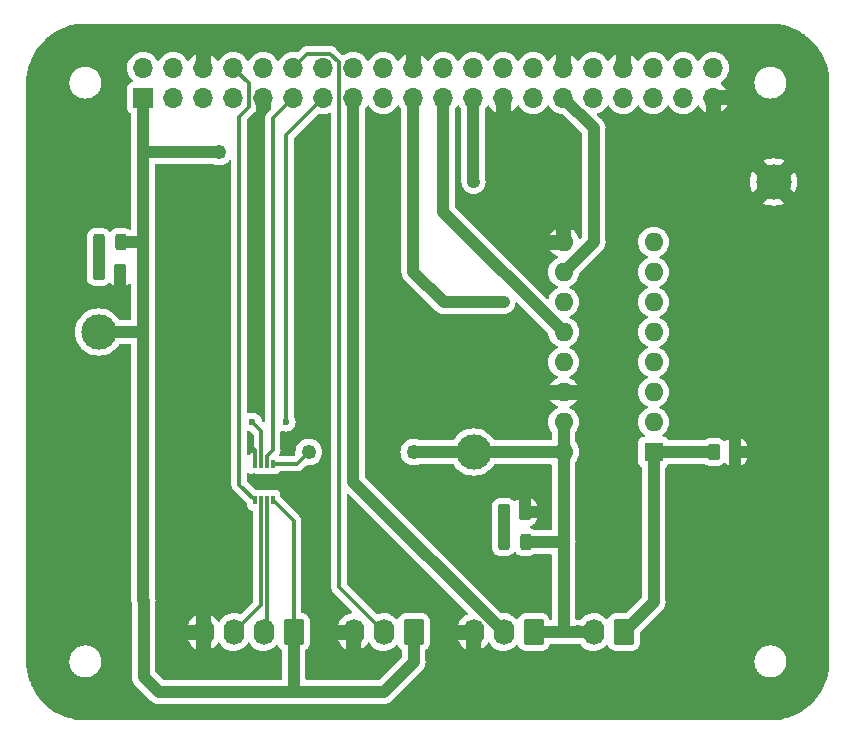
<source format=gbr>
%TF.GenerationSoftware,KiCad,Pcbnew,7.0.9*%
%TF.CreationDate,2025-02-27T14:06:20+00:00*%
%TF.ProjectId,Pi Hat,50692048-6174-42e6-9b69-6361645f7063,rev?*%
%TF.SameCoordinates,Original*%
%TF.FileFunction,Copper,L1,Top*%
%TF.FilePolarity,Positive*%
%FSLAX46Y46*%
G04 Gerber Fmt 4.6, Leading zero omitted, Abs format (unit mm)*
G04 Created by KiCad (PCBNEW 7.0.9) date 2025-02-27 14:06:20*
%MOMM*%
%LPD*%
G01*
G04 APERTURE LIST*
G04 Aperture macros list*
%AMRoundRect*
0 Rectangle with rounded corners*
0 $1 Rounding radius*
0 $2 $3 $4 $5 $6 $7 $8 $9 X,Y pos of 4 corners*
0 Add a 4 corners polygon primitive as box body*
4,1,4,$2,$3,$4,$5,$6,$7,$8,$9,$2,$3,0*
0 Add four circle primitives for the rounded corners*
1,1,$1+$1,$2,$3*
1,1,$1+$1,$4,$5*
1,1,$1+$1,$6,$7*
1,1,$1+$1,$8,$9*
0 Add four rect primitives between the rounded corners*
20,1,$1+$1,$2,$3,$4,$5,0*
20,1,$1+$1,$4,$5,$6,$7,0*
20,1,$1+$1,$6,$7,$8,$9,0*
20,1,$1+$1,$8,$9,$2,$3,0*%
G04 Aperture macros list end*
%TA.AperFunction,SMDPad,CuDef*%
%ADD10RoundRect,0.250000X-0.262500X-0.450000X0.262500X-0.450000X0.262500X0.450000X-0.262500X0.450000X0*%
%TD*%
%TA.AperFunction,ComponentPad*%
%ADD11RoundRect,0.250000X0.620000X0.845000X-0.620000X0.845000X-0.620000X-0.845000X0.620000X-0.845000X0*%
%TD*%
%TA.AperFunction,ComponentPad*%
%ADD12O,1.740000X2.190000*%
%TD*%
%TA.AperFunction,SMDPad,CuDef*%
%ADD13C,3.000000*%
%TD*%
%TA.AperFunction,SMDPad,CuDef*%
%ADD14RoundRect,0.250000X0.262500X0.450000X-0.262500X0.450000X-0.262500X-0.450000X0.262500X-0.450000X0*%
%TD*%
%TA.AperFunction,SMDPad,CuDef*%
%ADD15R,0.300000X0.800000*%
%TD*%
%TA.AperFunction,ComponentPad*%
%ADD16R,1.600000X1.600000*%
%TD*%
%TA.AperFunction,ComponentPad*%
%ADD17O,1.600000X1.600000*%
%TD*%
%TA.AperFunction,SMDPad,CuDef*%
%ADD18RoundRect,0.243750X-0.243750X-0.456250X0.243750X-0.456250X0.243750X0.456250X-0.243750X0.456250X0*%
%TD*%
%TA.AperFunction,ComponentPad*%
%ADD19R,1.700000X1.700000*%
%TD*%
%TA.AperFunction,ComponentPad*%
%ADD20O,1.700000X1.700000*%
%TD*%
%TA.AperFunction,ViaPad*%
%ADD21C,1.250000*%
%TD*%
%TA.AperFunction,ViaPad*%
%ADD22C,0.600000*%
%TD*%
%TA.AperFunction,ViaPad*%
%ADD23C,1.000000*%
%TD*%
%TA.AperFunction,Conductor*%
%ADD24C,0.300000*%
%TD*%
%TA.AperFunction,Conductor*%
%ADD25C,1.000000*%
%TD*%
G04 APERTURE END LIST*
D10*
%TO.P,R3,1*%
%TO.N,Net-(D2-K)*%
X151130000Y-66040000D03*
%TO.P,R3,2*%
%TO.N,GND*%
X152955000Y-66040000D03*
%TD*%
D11*
%TO.P,J5,1,Pin_1*%
%TO.N,+5V*%
X177800000Y-96520000D03*
D12*
%TO.P,J5,2,Pin_2*%
%TO.N,/PWM_0*%
X175260000Y-96520000D03*
%TO.P,J5,3,Pin_3*%
%TO.N,GND*%
X172720000Y-96520000D03*
%TD*%
D13*
%TO.P,TP1,1,1*%
%TO.N,+5V*%
X151130000Y-71120000D03*
%TD*%
D14*
%TO.P,R1,1*%
%TO.N,GND*%
X205025000Y-81280000D03*
%TO.P,R1,2*%
%TO.N,/ForceVoltage*%
X203200000Y-81280000D03*
%TD*%
D15*
%TO.P,U1,1,VCCA*%
%TO.N,+3.3V*%
X165850000Y-82270000D03*
%TO.P,U1,2,1A*%
%TO.N,/Trigger_3.3VTTL*%
X165350000Y-82270000D03*
%TO.P,U1,3,2A*%
%TO.N,/Echo_3.3VTTL*%
X164850000Y-82270000D03*
%TO.P,U1,4,GND*%
%TO.N,GND*%
X164350000Y-82270000D03*
%TO.P,U1,5,DIR*%
%TO.N,/ConverterDir*%
X164350000Y-85370000D03*
%TO.P,U1,6,2B*%
%TO.N,/Echo_5VTTL*%
X164850000Y-85370000D03*
%TO.P,U1,7,1B*%
%TO.N,/Trigger_5VTTL*%
X165350000Y-85370000D03*
%TO.P,U1,8,VCCB*%
%TO.N,+5V*%
X165850000Y-85370000D03*
%TD*%
D10*
%TO.P,R2,1*%
%TO.N,Net-(D1-K)*%
X185420000Y-86360000D03*
%TO.P,R2,2*%
%TO.N,GND*%
X187245000Y-86360000D03*
%TD*%
D16*
%TO.P,IC1,1,CH0*%
%TO.N,/ForceVoltage*%
X198120000Y-81280000D03*
D17*
%TO.P,IC1,2,CH1*%
%TO.N,unconnected-(IC1-CH1-Pad2)*%
X198120000Y-78740000D03*
%TO.P,IC1,3,CH2*%
%TO.N,unconnected-(IC1-CH2-Pad3)*%
X198120000Y-76200000D03*
%TO.P,IC1,4,CH3*%
%TO.N,unconnected-(IC1-CH3-Pad4)*%
X198120000Y-73660000D03*
%TO.P,IC1,5,CH4*%
%TO.N,unconnected-(IC1-CH4-Pad5)*%
X198120000Y-71120000D03*
%TO.P,IC1,6,CH5*%
%TO.N,unconnected-(IC1-CH5-Pad6)*%
X198120000Y-68580000D03*
%TO.P,IC1,7,CH6*%
%TO.N,unconnected-(IC1-CH6-Pad7)*%
X198120000Y-66040000D03*
%TO.P,IC1,8,CH7*%
%TO.N,unconnected-(IC1-CH7-Pad8)*%
X198120000Y-63500000D03*
%TO.P,IC1,9,DGND*%
%TO.N,GND*%
X190500000Y-63500000D03*
%TO.P,IC1,10,~{CS}/SHDN*%
%TO.N,/CS*%
X190500000Y-66040000D03*
%TO.P,IC1,11,DIN*%
%TO.N,/MOSI*%
X190500000Y-68580000D03*
%TO.P,IC1,12,DOUT*%
%TO.N,/MISO*%
X190500000Y-71120000D03*
%TO.P,IC1,13,CLK*%
%TO.N,/SCLK*%
X190500000Y-73660000D03*
%TO.P,IC1,14,AGND*%
%TO.N,GND*%
X190500000Y-76200000D03*
%TO.P,IC1,15,VREF*%
%TO.N,+3.3V*%
X190500000Y-78740000D03*
%TO.P,IC1,16,VDD*%
X190500000Y-81280000D03*
%TD*%
D18*
%TO.P,D1,1,K*%
%TO.N,Net-(D1-K)*%
X185420000Y-88900000D03*
%TO.P,D1,2,A*%
%TO.N,+3.3V*%
X187295000Y-88900000D03*
%TD*%
%TO.P,D2,1,K*%
%TO.N,Net-(D2-K)*%
X151130000Y-63500000D03*
%TO.P,D2,2,A*%
%TO.N,+5V*%
X153005000Y-63500000D03*
%TD*%
D11*
%TO.P,J1,1,Pin_1*%
%TO.N,+5V*%
X167640000Y-96520000D03*
D12*
%TO.P,J1,2,Pin_2*%
%TO.N,/Trigger_5VTTL*%
X165100000Y-96520000D03*
%TO.P,J1,3,Pin_3*%
%TO.N,/Echo_5VTTL*%
X162560000Y-96520000D03*
%TO.P,J1,4,Pin_4*%
%TO.N,GND*%
X160020000Y-96520000D03*
%TD*%
D11*
%TO.P,J3,1,Pin_1*%
%TO.N,+3.3V*%
X187960000Y-96520000D03*
D12*
%TO.P,J3,2,Pin_2*%
%TO.N,/Data_3.3VTTL*%
X185420000Y-96520000D03*
%TO.P,J3,3,Pin_3*%
%TO.N,GND*%
X182880000Y-96520000D03*
%TD*%
D13*
%TO.P,TP3,1,1*%
%TO.N,GND*%
X208280000Y-58420000D03*
%TD*%
%TO.P,TP2,1,1*%
%TO.N,+3.3V*%
X182880000Y-81280000D03*
%TD*%
D11*
%TO.P,J4,1,Pin_1*%
%TO.N,/ForceVoltage*%
X195580000Y-96520000D03*
D12*
%TO.P,J4,2,Pin_2*%
%TO.N,+3.3V*%
X193040000Y-96520000D03*
%TD*%
D19*
%TO.P,J2,1,Pin_1*%
%TO.N,+5V*%
X154900000Y-51290000D03*
D20*
%TO.P,J2,2,Pin_2*%
%TO.N,+3.3V*%
X154900000Y-48750000D03*
%TO.P,J2,3,Pin_3*%
%TO.N,unconnected-(J2-Pin_3-Pad3)*%
X157440000Y-51290000D03*
%TO.P,J2,4,Pin_4*%
%TO.N,+3.3V*%
X157440000Y-48750000D03*
%TO.P,J2,5,Pin_5*%
%TO.N,unconnected-(J2-Pin_5-Pad5)*%
X159980000Y-51290000D03*
%TO.P,J2,6,Pin_6*%
%TO.N,GND*%
X159980000Y-48750000D03*
%TO.P,J2,7,Pin_7*%
%TO.N,unconnected-(J2-Pin_7-Pad7)*%
X162520000Y-51290000D03*
%TO.P,J2,8,Pin_8*%
%TO.N,/ConverterDir*%
X162520000Y-48750000D03*
%TO.P,J2,9,Pin_9*%
%TO.N,GND*%
X165060000Y-51290000D03*
%TO.P,J2,10,Pin_10*%
%TO.N,unconnected-(J2-Pin_10-Pad10)*%
X165060000Y-48750000D03*
%TO.P,J2,11,Pin_11*%
%TO.N,/Trigger_3.3VTTL*%
X167600000Y-51290000D03*
%TO.P,J2,12,Pin_12*%
%TO.N,/PWM_0*%
X167600000Y-48750000D03*
%TO.P,J2,13,Pin_13*%
%TO.N,/Echo_3.3VTTL*%
X170140000Y-51290000D03*
%TO.P,J2,14,Pin_14*%
%TO.N,GND*%
X170140000Y-48750000D03*
%TO.P,J2,15,Pin_15*%
%TO.N,/Data_3.3VTTL*%
X172680000Y-51290000D03*
%TO.P,J2,16,Pin_16*%
%TO.N,unconnected-(J2-Pin_16-Pad16)*%
X172680000Y-48750000D03*
%TO.P,J2,17,Pin_17*%
%TO.N,+5V*%
X175220000Y-51290000D03*
%TO.P,J2,18,Pin_18*%
%TO.N,unconnected-(J2-Pin_18-Pad18)*%
X175220000Y-48750000D03*
%TO.P,J2,19,Pin_19*%
%TO.N,/MOSI*%
X177760000Y-51290000D03*
%TO.P,J2,20,Pin_20*%
%TO.N,GND*%
X177760000Y-48750000D03*
%TO.P,J2,21,Pin_21*%
%TO.N,/MISO*%
X180300000Y-51290000D03*
%TO.P,J2,22,Pin_22*%
%TO.N,unconnected-(J2-Pin_22-Pad22)*%
X180300000Y-48750000D03*
%TO.P,J2,23,Pin_23*%
%TO.N,/SCLK*%
X182840000Y-51290000D03*
%TO.P,J2,24,Pin_24*%
%TO.N,unconnected-(J2-Pin_24-Pad24)*%
X182840000Y-48750000D03*
%TO.P,J2,25,Pin_25*%
%TO.N,GND*%
X185380000Y-51290000D03*
%TO.P,J2,26,Pin_26*%
%TO.N,unconnected-(J2-Pin_26-Pad26)*%
X185380000Y-48750000D03*
%TO.P,J2,27,Pin_27*%
%TO.N,unconnected-(J2-Pin_27-Pad27)*%
X187920000Y-51290000D03*
%TO.P,J2,28,Pin_28*%
%TO.N,unconnected-(J2-Pin_28-Pad28)*%
X187920000Y-48750000D03*
%TO.P,J2,29,Pin_29*%
%TO.N,/CS*%
X190460000Y-51290000D03*
%TO.P,J2,30,Pin_30*%
%TO.N,GND*%
X190460000Y-48750000D03*
%TO.P,J2,31,Pin_31*%
%TO.N,unconnected-(J2-Pin_31-Pad31)*%
X193000000Y-51290000D03*
%TO.P,J2,32,Pin_32*%
%TO.N,unconnected-(J2-Pin_32-Pad32)*%
X193000000Y-48750000D03*
%TO.P,J2,33,Pin_33*%
%TO.N,unconnected-(J2-Pin_33-Pad33)*%
X195540000Y-51290000D03*
%TO.P,J2,34,Pin_34*%
%TO.N,GND*%
X195540000Y-48750000D03*
%TO.P,J2,35,Pin_35*%
%TO.N,unconnected-(J2-Pin_35-Pad35)*%
X198080000Y-51290000D03*
%TO.P,J2,36,Pin_36*%
%TO.N,unconnected-(J2-Pin_36-Pad36)*%
X198080000Y-48750000D03*
%TO.P,J2,37,Pin_37*%
%TO.N,unconnected-(J2-Pin_37-Pad37)*%
X200620000Y-51290000D03*
%TO.P,J2,38,Pin_38*%
%TO.N,unconnected-(J2-Pin_38-Pad38)*%
X200620000Y-48750000D03*
%TO.P,J2,39,Pin_39*%
%TO.N,GND*%
X203160000Y-51290000D03*
%TO.P,J2,40,Pin_40*%
%TO.N,unconnected-(J2-Pin_40-Pad40)*%
X203160000Y-48750000D03*
%TD*%
D21*
%TO.N,+5V*%
X161290000Y-55880000D03*
%TO.N,+3.3V*%
X168910000Y-81280000D03*
X177800000Y-81280000D03*
D22*
%TO.N,GND*%
X163933259Y-80666293D03*
%TO.N,/Echo_3.3VTTL*%
X164133791Y-78740000D03*
X167005000Y-78740000D03*
D23*
%TO.N,/MOSI*%
X185420000Y-68580000D03*
%TO.N,/SCLK*%
X182880000Y-58420000D03*
%TD*%
D24*
%TO.N,/ConverterDir*%
X163014496Y-52885504D02*
X163830000Y-52070000D01*
X163830000Y-52070000D02*
X163830000Y-50060000D01*
%TO.N,/Trigger_3.3VTTL*%
X165872921Y-81116437D02*
X165872921Y-53017079D01*
%TO.N,GND*%
X164350000Y-81083034D02*
X163933259Y-80666293D01*
%TO.N,/Echo_3.3VTTL*%
X164850000Y-81432252D02*
X164906714Y-81375538D01*
%TO.N,/ConverterDir*%
X164350000Y-85370000D02*
X163014496Y-84034496D01*
X163014496Y-84034496D02*
X163014496Y-52885504D01*
%TO.N,/Trigger_3.3VTTL*%
X165350000Y-81639358D02*
X165872921Y-81116437D01*
%TO.N,/Echo_3.3VTTL*%
X164850000Y-82270000D02*
X164850000Y-81432252D01*
X164906714Y-79512923D02*
X164133791Y-78740000D01*
%TO.N,/ConverterDir*%
X163830000Y-50060000D02*
X162520000Y-48750000D01*
%TO.N,/Trigger_3.3VTTL*%
X165350000Y-82270000D02*
X165350000Y-81639358D01*
%TO.N,GND*%
X164350000Y-82270000D02*
X164350000Y-81083034D01*
%TO.N,/Trigger_3.3VTTL*%
X165872921Y-53017079D02*
X167600000Y-51290000D01*
%TO.N,/Echo_3.3VTTL*%
X164906714Y-81375538D02*
X164906714Y-79512923D01*
D25*
%TO.N,+5V*%
X177800000Y-99060000D02*
X177800000Y-96520000D01*
X153005000Y-63500000D02*
X154900000Y-63500000D01*
X154900000Y-93845315D02*
X154940000Y-93885315D01*
D24*
X167640000Y-87160000D02*
X167640000Y-96520000D01*
D25*
X175260000Y-101600000D02*
X177800000Y-99060000D01*
X156210000Y-101600000D02*
X167640000Y-101600000D01*
X154940000Y-100330000D02*
X156210000Y-101600000D01*
X154940000Y-93885315D02*
X154940000Y-100330000D01*
X154900000Y-55880000D02*
X154900000Y-51290000D01*
X154900000Y-71120000D02*
X154900000Y-93845315D01*
X167640000Y-101600000D02*
X175260000Y-101600000D01*
X151130000Y-71120000D02*
X154900000Y-71120000D01*
X167640000Y-96520000D02*
X167640000Y-101600000D01*
X154900000Y-63500000D02*
X154900000Y-71120000D01*
X154900000Y-55880000D02*
X154900000Y-63500000D01*
D24*
X165850000Y-85370000D02*
X167640000Y-87160000D01*
D25*
X161290000Y-55880000D02*
X154900000Y-55880000D01*
%TO.N,+3.3V*%
X187960000Y-96520000D02*
X190500000Y-96520000D01*
X177800000Y-81280000D02*
X182880000Y-81280000D01*
X191720000Y-96470000D02*
X191770000Y-96520000D01*
X190500000Y-78740000D02*
X190500000Y-81280000D01*
X190500000Y-81280000D02*
X190500000Y-88900000D01*
D24*
X165850000Y-82270000D02*
X167920000Y-82270000D01*
X167920000Y-82270000D02*
X168910000Y-81280000D01*
D25*
X190500000Y-96520000D02*
X191770000Y-96520000D01*
X187295000Y-88900000D02*
X190500000Y-88900000D01*
X190500000Y-88900000D02*
X190500000Y-96520000D01*
X191770000Y-96520000D02*
X193040000Y-96520000D01*
X182880000Y-81280000D02*
X190500000Y-81280000D01*
D24*
%TO.N,/PWM_0*%
X171480000Y-48290000D02*
X171480000Y-92740000D01*
X171480000Y-92740000D02*
X175260000Y-96520000D01*
X168800000Y-47550000D02*
X170740000Y-47550000D01*
X170740000Y-47550000D02*
X171480000Y-48290000D01*
X167600000Y-48750000D02*
X168800000Y-47550000D01*
%TO.N,/Echo_3.3VTTL*%
X170140000Y-51290000D02*
X167005000Y-54425000D01*
X167005000Y-54425000D02*
X167005000Y-78740000D01*
D25*
%TO.N,/Data_3.3VTTL*%
X172680000Y-51290000D02*
X172680000Y-83780000D01*
X172680000Y-83780000D02*
X185420000Y-96520000D01*
D24*
%TO.N,/Echo_5VTTL*%
X164850000Y-85370000D02*
X164850000Y-94230000D01*
X164850000Y-94230000D02*
X162560000Y-96520000D01*
%TO.N,/Trigger_5VTTL*%
X165100000Y-96520000D02*
X165350000Y-96270000D01*
X165350000Y-96270000D02*
X165350000Y-85370000D01*
D25*
%TO.N,/ForceVoltage*%
X195580000Y-96520000D02*
X198120000Y-93980000D01*
X198120000Y-81280000D02*
X203200000Y-81280000D01*
X198120000Y-93980000D02*
X198120000Y-81280000D01*
%TO.N,/CS*%
X190460000Y-51290000D02*
X193040000Y-53870000D01*
X193040000Y-63500000D02*
X190500000Y-66040000D01*
X193040000Y-53870000D02*
X193040000Y-63500000D01*
%TO.N,/MOSI*%
X180340000Y-68580000D02*
X185420000Y-68580000D01*
X177760000Y-66000000D02*
X180340000Y-68580000D01*
X177760000Y-51290000D02*
X177760000Y-66000000D01*
%TO.N,/MISO*%
X180300000Y-60920000D02*
X190500000Y-71120000D01*
X180300000Y-51290000D02*
X180300000Y-60920000D01*
%TO.N,/SCLK*%
X182840000Y-58380000D02*
X182880000Y-58420000D01*
X182840000Y-51290000D02*
X182840000Y-58380000D01*
%TO.N,Net-(D1-K)*%
X185420000Y-88900000D02*
X185420000Y-86360000D01*
%TO.N,Net-(D2-K)*%
X151130000Y-63500000D02*
X151130000Y-66040000D01*
%TD*%
%TA.AperFunction,Conductor*%
%TO.N,GND*%
G36*
X162297323Y-56527234D02*
G01*
X162346150Y-56564106D01*
X162363996Y-56620807D01*
X162363996Y-83951750D01*
X162362108Y-83968848D01*
X162361735Y-83972793D01*
X162363996Y-84044698D01*
X162363996Y-84075420D01*
X162363995Y-84075420D01*
X162364989Y-84083288D01*
X162365354Y-84087931D01*
X162366899Y-84137064D01*
X162366900Y-84137071D01*
X162373368Y-84159337D01*
X162376517Y-84174540D01*
X162379425Y-84197555D01*
X162397523Y-84243268D01*
X162399034Y-84247680D01*
X162412751Y-84294892D01*
X162412752Y-84294895D01*
X162424557Y-84314856D01*
X162431390Y-84328804D01*
X162439926Y-84350362D01*
X162439928Y-84350367D01*
X162439929Y-84350368D01*
X162468827Y-84390146D01*
X162471387Y-84394044D01*
X162496416Y-84436362D01*
X162512814Y-84452760D01*
X162522903Y-84464573D01*
X162536533Y-84483333D01*
X162574409Y-84514667D01*
X162577861Y-84517808D01*
X163670504Y-85610450D01*
X163698281Y-85664967D01*
X163699500Y-85680453D01*
X163699500Y-85817868D01*
X163699501Y-85817870D01*
X163705908Y-85877480D01*
X163705909Y-85877485D01*
X163756202Y-86012329D01*
X163842450Y-86127541D01*
X163842454Y-86127546D01*
X163842457Y-86127548D01*
X163842458Y-86127549D01*
X163957670Y-86213797D01*
X164092511Y-86264089D01*
X164092512Y-86264089D01*
X164092517Y-86264091D01*
X164111081Y-86266086D01*
X164166916Y-86291103D01*
X164197385Y-86344162D01*
X164199500Y-86364519D01*
X164199500Y-93919545D01*
X164180593Y-93977736D01*
X164170504Y-93989549D01*
X163167353Y-94992699D01*
X163112836Y-95020476D01*
X163068360Y-95017356D01*
X162987911Y-94992719D01*
X162849780Y-94950417D01*
X162849777Y-94950416D01*
X162618377Y-94920784D01*
X162618376Y-94920784D01*
X162560105Y-94923259D01*
X162385290Y-94930686D01*
X162157235Y-94979835D01*
X162157234Y-94979836D01*
X161940764Y-95066821D01*
X161940763Y-95066821D01*
X161742113Y-95189135D01*
X161742107Y-95189139D01*
X161566980Y-95343270D01*
X161420423Y-95524779D01*
X161420421Y-95524781D01*
X161377821Y-95601039D01*
X161332935Y-95642619D01*
X161272181Y-95649874D01*
X161218766Y-95620034D01*
X161209370Y-95608193D01*
X161089763Y-95431227D01*
X160928398Y-95262862D01*
X160928396Y-95262860D01*
X160740900Y-95124189D01*
X160740897Y-95124187D01*
X160655000Y-95080878D01*
X160655000Y-97962883D01*
X160837591Y-97850458D01*
X161012657Y-97696381D01*
X161159160Y-97514939D01*
X161159162Y-97514936D01*
X161201590Y-97438987D01*
X161246476Y-97397406D01*
X161307229Y-97390150D01*
X161360645Y-97419989D01*
X161370041Y-97431830D01*
X161489633Y-97608772D01*
X161489848Y-97609089D01*
X161640932Y-97766728D01*
X161651272Y-97777516D01*
X161838839Y-97916240D01*
X162047153Y-98021270D01*
X162270220Y-98089583D01*
X162501624Y-98119216D01*
X162734707Y-98109314D01*
X162962765Y-98060164D01*
X163179235Y-97973179D01*
X163377891Y-97850862D01*
X163553018Y-97696731D01*
X163699578Y-97515220D01*
X163741906Y-97439448D01*
X163786790Y-97397870D01*
X163847543Y-97390614D01*
X163900959Y-97420453D01*
X163910352Y-97432291D01*
X164029633Y-97608772D01*
X164029848Y-97609089D01*
X164180932Y-97766728D01*
X164191272Y-97777516D01*
X164378839Y-97916240D01*
X164587153Y-98021270D01*
X164810220Y-98089583D01*
X165041624Y-98119216D01*
X165274707Y-98109314D01*
X165502765Y-98060164D01*
X165719235Y-97973179D01*
X165917891Y-97850862D01*
X166093018Y-97696731D01*
X166153686Y-97621594D01*
X166204954Y-97588199D01*
X166266060Y-97591314D01*
X166313664Y-97629752D01*
X166324685Y-97652646D01*
X166335186Y-97684334D01*
X166335187Y-97684336D01*
X166427285Y-97833652D01*
X166427286Y-97833653D01*
X166427288Y-97833656D01*
X166551344Y-97957712D01*
X166592472Y-97983079D01*
X166632073Y-98029719D01*
X166639500Y-98067340D01*
X166639500Y-100500500D01*
X166620593Y-100558691D01*
X166571093Y-100594655D01*
X166540500Y-100599500D01*
X156665429Y-100599500D01*
X156607238Y-100580593D01*
X156595425Y-100570504D01*
X155969496Y-99944575D01*
X155941719Y-99890058D01*
X155940500Y-99874571D01*
X155940500Y-97155000D01*
X158711075Y-97155000D01*
X158723586Y-97203049D01*
X158819645Y-97415553D01*
X158819647Y-97415557D01*
X158950236Y-97608772D01*
X159111601Y-97777137D01*
X159111603Y-97777138D01*
X159299110Y-97915817D01*
X159384999Y-97959121D01*
X159385000Y-97959121D01*
X159385000Y-97155001D01*
X159384999Y-97155000D01*
X158711075Y-97155000D01*
X155940500Y-97155000D01*
X155940500Y-96520000D01*
X159419866Y-96520000D01*
X159440315Y-96675326D01*
X159500269Y-96820067D01*
X159595641Y-96944359D01*
X159719933Y-97039731D01*
X159864674Y-97099685D01*
X159981003Y-97115000D01*
X160058997Y-97115000D01*
X160175326Y-97099685D01*
X160320067Y-97039731D01*
X160444359Y-96944359D01*
X160539731Y-96820067D01*
X160599685Y-96675326D01*
X160620134Y-96520000D01*
X160599685Y-96364674D01*
X160539731Y-96219933D01*
X160444359Y-96095641D01*
X160320067Y-96000269D01*
X160175326Y-95940315D01*
X160058997Y-95925000D01*
X159981003Y-95925000D01*
X159864674Y-95940315D01*
X159719933Y-96000269D01*
X159595641Y-96095641D01*
X159500269Y-96219933D01*
X159440315Y-96364674D01*
X159419866Y-96520000D01*
X155940500Y-96520000D01*
X155940500Y-95885000D01*
X158711864Y-95885000D01*
X159384999Y-95885000D01*
X159385000Y-95884999D01*
X159385000Y-95077114D01*
X159384999Y-95077114D01*
X159202417Y-95189535D01*
X159202405Y-95189544D01*
X159027342Y-95343618D01*
X158880839Y-95525060D01*
X158880834Y-95525067D01*
X158767106Y-95728651D01*
X158767101Y-95728660D01*
X158711864Y-95885000D01*
X155940500Y-95885000D01*
X155940500Y-93898030D01*
X155942757Y-93808952D01*
X155931845Y-93748078D01*
X155931328Y-93744389D01*
X155925074Y-93682877D01*
X155914554Y-93649349D01*
X155913058Y-93643254D01*
X155906858Y-93608657D01*
X155905478Y-93603834D01*
X155906251Y-93603612D01*
X155900500Y-93573701D01*
X155900500Y-71146610D01*
X155900564Y-71144103D01*
X155901786Y-71119996D01*
X155904369Y-71069064D01*
X155901641Y-71051262D01*
X155900500Y-71036270D01*
X155900500Y-63526610D01*
X155900564Y-63524103D01*
X155901786Y-63499996D01*
X155904369Y-63449064D01*
X155901641Y-63431262D01*
X155900500Y-63416270D01*
X155900500Y-56979500D01*
X155919407Y-56921309D01*
X155968907Y-56885345D01*
X155999500Y-56880500D01*
X160740147Y-56880500D01*
X160781850Y-56890306D01*
X160781904Y-56890169D01*
X160782891Y-56890551D01*
X160784267Y-56890875D01*
X160786163Y-56891819D01*
X160786169Y-56891821D01*
X160786172Y-56891823D01*
X160980673Y-56967173D01*
X161185707Y-57005500D01*
X161394293Y-57005500D01*
X161599327Y-56967173D01*
X161793828Y-56891823D01*
X161971171Y-56782016D01*
X162125318Y-56641493D01*
X162185994Y-56561144D01*
X162236148Y-56526103D01*
X162297323Y-56527234D01*
G37*
%TD.AperFunction*%
%TA.AperFunction,Conductor*%
G36*
X170802903Y-52546472D02*
G01*
X170828762Y-52601925D01*
X170829500Y-52613991D01*
X170829500Y-92657254D01*
X170827612Y-92674352D01*
X170827239Y-92678297D01*
X170829500Y-92750202D01*
X170829500Y-92780924D01*
X170829499Y-92780924D01*
X170830493Y-92788792D01*
X170830858Y-92793435D01*
X170832403Y-92842568D01*
X170832404Y-92842575D01*
X170838872Y-92864841D01*
X170842021Y-92880044D01*
X170844929Y-92903059D01*
X170863027Y-92948772D01*
X170864538Y-92953184D01*
X170878255Y-93000396D01*
X170878256Y-93000399D01*
X170890061Y-93020360D01*
X170896894Y-93034308D01*
X170905430Y-93055866D01*
X170905432Y-93055871D01*
X170905433Y-93055872D01*
X170934331Y-93095650D01*
X170936891Y-93099548D01*
X170961920Y-93141866D01*
X170978318Y-93158264D01*
X170988407Y-93170077D01*
X171002037Y-93188837D01*
X171039913Y-93220171D01*
X171043365Y-93223312D01*
X172586237Y-94766183D01*
X172614014Y-94820700D01*
X172604443Y-94881132D01*
X172561178Y-94924397D01*
X172537090Y-94932965D01*
X172317382Y-94980315D01*
X172317381Y-94980316D01*
X172100990Y-95067269D01*
X172100989Y-95067269D01*
X171902417Y-95189535D01*
X171902405Y-95189544D01*
X171727342Y-95343618D01*
X171580839Y-95525060D01*
X171580834Y-95525067D01*
X171467106Y-95728651D01*
X171467101Y-95728660D01*
X171411864Y-95885000D01*
X173256000Y-95885000D01*
X173314191Y-95903907D01*
X173350155Y-95953407D01*
X173355000Y-95984000D01*
X173355000Y-97962883D01*
X173537591Y-97850458D01*
X173712657Y-97696381D01*
X173859160Y-97514939D01*
X173859162Y-97514936D01*
X173901590Y-97438987D01*
X173946476Y-97397406D01*
X174007229Y-97390150D01*
X174060645Y-97419989D01*
X174070041Y-97431830D01*
X174189633Y-97608772D01*
X174189848Y-97609089D01*
X174340932Y-97766728D01*
X174351272Y-97777516D01*
X174538839Y-97916240D01*
X174747153Y-98021270D01*
X174970220Y-98089583D01*
X175201624Y-98119216D01*
X175434707Y-98109314D01*
X175662765Y-98060164D01*
X175879235Y-97973179D01*
X176077891Y-97850862D01*
X176253018Y-97696731D01*
X176313686Y-97621594D01*
X176364954Y-97588199D01*
X176426060Y-97591314D01*
X176473664Y-97629752D01*
X176484685Y-97652646D01*
X176495186Y-97684334D01*
X176495187Y-97684336D01*
X176587285Y-97833652D01*
X176587286Y-97833653D01*
X176587288Y-97833656D01*
X176711344Y-97957712D01*
X176752472Y-97983079D01*
X176792073Y-98029719D01*
X176799500Y-98067340D01*
X176799500Y-98604571D01*
X176780593Y-98662762D01*
X176770504Y-98674575D01*
X174874576Y-100570504D01*
X174820059Y-100598281D01*
X174804572Y-100599500D01*
X168739500Y-100599500D01*
X168681309Y-100580593D01*
X168645345Y-100531093D01*
X168640500Y-100500500D01*
X168640500Y-98067340D01*
X168659407Y-98009149D01*
X168687526Y-97983080D01*
X168728656Y-97957712D01*
X168852712Y-97833656D01*
X168944814Y-97684334D01*
X168999999Y-97517797D01*
X169010500Y-97415009D01*
X169010500Y-97155000D01*
X171411075Y-97155000D01*
X171423586Y-97203049D01*
X171519645Y-97415553D01*
X171519647Y-97415557D01*
X171650236Y-97608772D01*
X171811601Y-97777137D01*
X171811603Y-97777138D01*
X171999110Y-97915817D01*
X172084999Y-97959121D01*
X172085000Y-97959121D01*
X172085000Y-97155001D01*
X172084999Y-97155000D01*
X171411075Y-97155000D01*
X169010500Y-97155000D01*
X169010500Y-96520000D01*
X172119866Y-96520000D01*
X172140315Y-96675326D01*
X172200269Y-96820067D01*
X172295641Y-96944359D01*
X172419933Y-97039731D01*
X172564674Y-97099685D01*
X172681003Y-97115000D01*
X172758997Y-97115000D01*
X172875326Y-97099685D01*
X173020067Y-97039731D01*
X173144359Y-96944359D01*
X173239731Y-96820067D01*
X173299685Y-96675326D01*
X173320134Y-96520000D01*
X173299685Y-96364674D01*
X173239731Y-96219933D01*
X173144359Y-96095641D01*
X173020067Y-96000269D01*
X172875326Y-95940315D01*
X172758997Y-95925000D01*
X172681003Y-95925000D01*
X172564674Y-95940315D01*
X172419933Y-96000269D01*
X172295641Y-96095641D01*
X172200269Y-96219933D01*
X172140315Y-96364674D01*
X172119866Y-96520000D01*
X169010500Y-96520000D01*
X169010499Y-95624992D01*
X169010499Y-95624983D01*
X169000000Y-95522211D01*
X168999999Y-95522209D01*
X168999999Y-95522203D01*
X168944814Y-95355666D01*
X168883585Y-95256398D01*
X168852714Y-95206347D01*
X168852713Y-95206346D01*
X168852712Y-95206344D01*
X168728656Y-95082288D01*
X168728653Y-95082286D01*
X168728652Y-95082285D01*
X168579336Y-94990187D01*
X168579335Y-94990186D01*
X168579334Y-94990186D01*
X168412797Y-94935001D01*
X168412794Y-94935000D01*
X168379437Y-94931592D01*
X168323469Y-94906868D01*
X168292723Y-94853968D01*
X168290500Y-94833105D01*
X168290500Y-87242742D01*
X168292383Y-87225683D01*
X168292760Y-87221701D01*
X168290500Y-87149795D01*
X168290500Y-87119081D01*
X168290499Y-87119069D01*
X168289507Y-87111214D01*
X168289140Y-87106558D01*
X168287597Y-87057433D01*
X168287597Y-87057430D01*
X168281125Y-87035153D01*
X168277978Y-87019957D01*
X168275071Y-86996942D01*
X168256967Y-86951219D01*
X168255463Y-86946827D01*
X168241744Y-86899601D01*
X168229931Y-86879627D01*
X168223103Y-86865688D01*
X168218086Y-86853017D01*
X168214569Y-86844130D01*
X168214568Y-86844129D01*
X168185670Y-86804354D01*
X168183113Y-86800461D01*
X168158081Y-86758135D01*
X168158079Y-86758133D01*
X168141677Y-86741730D01*
X168131589Y-86729918D01*
X168117964Y-86711164D01*
X168080085Y-86679827D01*
X168076634Y-86676687D01*
X166529495Y-85129549D01*
X166501718Y-85075032D01*
X166500499Y-85059545D01*
X166500499Y-84922133D01*
X166500499Y-84922128D01*
X166494091Y-84862517D01*
X166494090Y-84862514D01*
X166443797Y-84727670D01*
X166357549Y-84612458D01*
X166357548Y-84612457D01*
X166357546Y-84612454D01*
X166357541Y-84612450D01*
X166242329Y-84526202D01*
X166107488Y-84475910D01*
X166107483Y-84475909D01*
X166107481Y-84475908D01*
X166107477Y-84475908D01*
X166076249Y-84472550D01*
X166047873Y-84469500D01*
X166047870Y-84469500D01*
X165652133Y-84469500D01*
X165652122Y-84469501D01*
X165610579Y-84473966D01*
X165589421Y-84473966D01*
X165557775Y-84470564D01*
X165547873Y-84469500D01*
X165547871Y-84469500D01*
X165152133Y-84469500D01*
X165152122Y-84469501D01*
X165110579Y-84473966D01*
X165089421Y-84473966D01*
X165057775Y-84470564D01*
X165047873Y-84469500D01*
X165047871Y-84469500D01*
X164652133Y-84469500D01*
X164652122Y-84469501D01*
X164610579Y-84473966D01*
X164589421Y-84473966D01*
X164547874Y-84469500D01*
X164547873Y-84469500D01*
X164410454Y-84469500D01*
X164352263Y-84450593D01*
X164340450Y-84440504D01*
X163693992Y-83794046D01*
X163666215Y-83739529D01*
X163664996Y-83724042D01*
X163664996Y-83087103D01*
X163683903Y-83028912D01*
X163733403Y-82992948D01*
X163794589Y-82992948D01*
X163836816Y-83023170D01*
X163837805Y-83022182D01*
X163842815Y-83027192D01*
X163957909Y-83113352D01*
X163957911Y-83113353D01*
X164092618Y-83163596D01*
X164092629Y-83163598D01*
X164152176Y-83170000D01*
X164199999Y-83170000D01*
X164200000Y-83169999D01*
X164200000Y-83118683D01*
X164218907Y-83060492D01*
X164268407Y-83024528D01*
X164329593Y-83024528D01*
X164358328Y-83039429D01*
X164457077Y-83113353D01*
X164460329Y-83115787D01*
X164495070Y-83165069D01*
X164500001Y-83170000D01*
X164547823Y-83170000D01*
X164587068Y-83165780D01*
X164608226Y-83165780D01*
X164652127Y-83170500D01*
X165047872Y-83170499D01*
X165089423Y-83166032D01*
X165110573Y-83166032D01*
X165152127Y-83170500D01*
X165547872Y-83170499D01*
X165589423Y-83166032D01*
X165610573Y-83166032D01*
X165652127Y-83170500D01*
X166047872Y-83170499D01*
X166107483Y-83164091D01*
X166174907Y-83138943D01*
X166242329Y-83113797D01*
X166242329Y-83113796D01*
X166242331Y-83113796D01*
X166357546Y-83027546D01*
X166407983Y-82960170D01*
X166457991Y-82924918D01*
X166487236Y-82920500D01*
X167837254Y-82920500D01*
X167854352Y-82922387D01*
X167858295Y-82922759D01*
X167858296Y-82922760D01*
X167858296Y-82922759D01*
X167858297Y-82922760D01*
X167894249Y-82921630D01*
X167930203Y-82920500D01*
X167960925Y-82920500D01*
X167968799Y-82919504D01*
X167973417Y-82919141D01*
X168022569Y-82917597D01*
X168044831Y-82911129D01*
X168060042Y-82907978D01*
X168083058Y-82905071D01*
X168128790Y-82886963D01*
X168133173Y-82885463D01*
X168180398Y-82871744D01*
X168200365Y-82859934D01*
X168214306Y-82853105D01*
X168235871Y-82844568D01*
X168275646Y-82815669D01*
X168279539Y-82813112D01*
X168321865Y-82788081D01*
X168338261Y-82771683D01*
X168350073Y-82761594D01*
X168368837Y-82747963D01*
X168400176Y-82710079D01*
X168403312Y-82706633D01*
X168534524Y-82575421D01*
X168683496Y-82426448D01*
X168738011Y-82398673D01*
X168771683Y-82399139D01*
X168805707Y-82405500D01*
X168805710Y-82405500D01*
X169014293Y-82405500D01*
X169219327Y-82367173D01*
X169413828Y-82291823D01*
X169591171Y-82182016D01*
X169745318Y-82041493D01*
X169871019Y-81875038D01*
X169963994Y-81688319D01*
X170021076Y-81487696D01*
X170040322Y-81280000D01*
X170021076Y-81072304D01*
X169963994Y-80871681D01*
X169871019Y-80684962D01*
X169745318Y-80518507D01*
X169591171Y-80377984D01*
X169573733Y-80367187D01*
X169413836Y-80268181D01*
X169413830Y-80268178D01*
X169413828Y-80268177D01*
X169219327Y-80192827D01*
X169219326Y-80192826D01*
X169219324Y-80192826D01*
X169014293Y-80154500D01*
X168805707Y-80154500D01*
X168600675Y-80192826D01*
X168406169Y-80268178D01*
X168406163Y-80268181D01*
X168228833Y-80377981D01*
X168228831Y-80377982D01*
X168228829Y-80377984D01*
X168093223Y-80501604D01*
X168074683Y-80518506D01*
X167948982Y-80684960D01*
X167948977Y-80684969D01*
X167856006Y-80871680D01*
X167798924Y-81072302D01*
X167779678Y-81280000D01*
X167793230Y-81426259D01*
X167779772Y-81485946D01*
X167764656Y-81505396D01*
X167679551Y-81590503D01*
X167625035Y-81618281D01*
X167609547Y-81619500D01*
X166508045Y-81619500D01*
X166449854Y-81600593D01*
X166413890Y-81551093D01*
X166413890Y-81489907D01*
X166429822Y-81459819D01*
X166435192Y-81452896D01*
X166437283Y-81450201D01*
X166456812Y-81405070D01*
X166458858Y-81400895D01*
X166482548Y-81357805D01*
X166488316Y-81335336D01*
X166493345Y-81320646D01*
X166502556Y-81299363D01*
X166510247Y-81250800D01*
X166511185Y-81246264D01*
X166523421Y-81198614D01*
X166523421Y-81175424D01*
X166524640Y-81159937D01*
X166524650Y-81159868D01*
X166528268Y-81137032D01*
X166525471Y-81107446D01*
X166523641Y-81088079D01*
X166523421Y-81083418D01*
X166523421Y-79559107D01*
X166542328Y-79500916D01*
X166591828Y-79464952D01*
X166653014Y-79464952D01*
X166655119Y-79465663D01*
X166655476Y-79465788D01*
X166655478Y-79465789D01*
X166733341Y-79493034D01*
X166825738Y-79525366D01*
X166825742Y-79525367D01*
X166825745Y-79525368D01*
X167005000Y-79545565D01*
X167184255Y-79525368D01*
X167354522Y-79465789D01*
X167507262Y-79369816D01*
X167634816Y-79242262D01*
X167730789Y-79089522D01*
X167790368Y-78919255D01*
X167810565Y-78740000D01*
X167790368Y-78560745D01*
X167730789Y-78390478D01*
X167670674Y-78294805D01*
X167655500Y-78242134D01*
X167655500Y-54735453D01*
X167674407Y-54677262D01*
X167684490Y-54665455D01*
X169722444Y-52627500D01*
X169776959Y-52599725D01*
X169818067Y-52601878D01*
X169904592Y-52625063D01*
X169904598Y-52625063D01*
X169904600Y-52625064D01*
X170139996Y-52645659D01*
X170140000Y-52645659D01*
X170140004Y-52645659D01*
X170375400Y-52625064D01*
X170375401Y-52625063D01*
X170375408Y-52625063D01*
X170603663Y-52563903D01*
X170688663Y-52524266D01*
X170749389Y-52516810D01*
X170802903Y-52546472D01*
G37*
%TD.AperFunction*%
%TA.AperFunction,Conductor*%
G36*
X163796636Y-79470116D02*
G01*
X163884656Y-79500916D01*
X163954529Y-79525366D01*
X163954531Y-79525366D01*
X163954536Y-79525368D01*
X163970459Y-79527162D01*
X164026166Y-79552463D01*
X164029380Y-79555535D01*
X164227218Y-79753373D01*
X164254995Y-79807890D01*
X164256214Y-79823377D01*
X164256214Y-81136649D01*
X164243970Y-81184340D01*
X164240375Y-81190878D01*
X164240371Y-81190890D01*
X164234602Y-81213354D01*
X164229574Y-81228040D01*
X164220365Y-81249324D01*
X164220364Y-81249325D01*
X164213956Y-81289787D01*
X164186178Y-81344303D01*
X164131661Y-81372080D01*
X164126758Y-81372732D01*
X164092629Y-81376401D01*
X164092618Y-81376403D01*
X163957911Y-81426646D01*
X163957909Y-81426647D01*
X163842815Y-81512807D01*
X163837805Y-81517818D01*
X163836776Y-81516789D01*
X163793233Y-81547480D01*
X163732054Y-81546601D01*
X163683076Y-81509930D01*
X163664996Y-81452896D01*
X163664996Y-79563580D01*
X163683903Y-79505389D01*
X163733403Y-79469425D01*
X163794589Y-79469425D01*
X163796636Y-79470116D01*
G37*
%TD.AperFunction*%
%TA.AperFunction,Conductor*%
G36*
X165654191Y-50673907D02*
G01*
X165690155Y-50723407D01*
X165695000Y-50754000D01*
X165695000Y-52234045D01*
X165676093Y-52292236D01*
X165666003Y-52304049D01*
X165471451Y-52498600D01*
X165458046Y-52509341D01*
X165454980Y-52511877D01*
X165405730Y-52564323D01*
X165384013Y-52586040D01*
X165384005Y-52586049D01*
X165379148Y-52592309D01*
X165376126Y-52595846D01*
X165342473Y-52631685D01*
X165337915Y-52639977D01*
X165331298Y-52652011D01*
X165322775Y-52664987D01*
X165308558Y-52683315D01*
X165289036Y-52728428D01*
X165286984Y-52732617D01*
X165263297Y-52775704D01*
X165263293Y-52775715D01*
X165257525Y-52798178D01*
X165252495Y-52812870D01*
X165243285Y-52834153D01*
X165235595Y-52882704D01*
X165234649Y-52887272D01*
X165222422Y-52934895D01*
X165222421Y-52934904D01*
X165222421Y-52958090D01*
X165221202Y-52973579D01*
X165217574Y-52996482D01*
X165222201Y-53045435D01*
X165222421Y-53050096D01*
X165222421Y-78669676D01*
X165203514Y-78727867D01*
X165154014Y-78763831D01*
X165092828Y-78763831D01*
X165053417Y-78739680D01*
X164949326Y-78635589D01*
X164921549Y-78581072D01*
X164920956Y-78576702D01*
X164919159Y-78560745D01*
X164859580Y-78390478D01*
X164763607Y-78237738D01*
X164636053Y-78110184D01*
X164636050Y-78110182D01*
X164636049Y-78110181D01*
X164483314Y-78014211D01*
X164313052Y-77954633D01*
X164313048Y-77954632D01*
X164133791Y-77934435D01*
X163954533Y-77954632D01*
X163954529Y-77954633D01*
X163796694Y-78009863D01*
X163735524Y-78011236D01*
X163685229Y-77976392D01*
X163665021Y-77918641D01*
X163664996Y-77916419D01*
X163664996Y-53195956D01*
X163683903Y-53137765D01*
X163693986Y-53125958D01*
X164231465Y-52588478D01*
X164244853Y-52577754D01*
X164247932Y-52575206D01*
X164247940Y-52575202D01*
X164297205Y-52522739D01*
X164315623Y-52504321D01*
X164370137Y-52476546D01*
X164423969Y-52484111D01*
X164425000Y-52483454D01*
X164425000Y-52363393D01*
X164437246Y-52315697D01*
X164439627Y-52311368D01*
X164445393Y-52288906D01*
X164450424Y-52274210D01*
X164459636Y-52252926D01*
X164467328Y-52204356D01*
X164468266Y-52199820D01*
X164480500Y-52152177D01*
X164480500Y-52128988D01*
X164481719Y-52113499D01*
X164485347Y-52090595D01*
X164482337Y-52058759D01*
X164480720Y-52041643D01*
X164480500Y-52036982D01*
X164480500Y-51361889D01*
X164560000Y-51361889D01*
X164600507Y-51499844D01*
X164678239Y-51620798D01*
X164786900Y-51714952D01*
X164917685Y-51774680D01*
X165024237Y-51790000D01*
X165095763Y-51790000D01*
X165202315Y-51774680D01*
X165333100Y-51714952D01*
X165441761Y-51620798D01*
X165519493Y-51499844D01*
X165560000Y-51361889D01*
X165560000Y-51218111D01*
X165519493Y-51080156D01*
X165441761Y-50959202D01*
X165333100Y-50865048D01*
X165202315Y-50805320D01*
X165095763Y-50790000D01*
X165024237Y-50790000D01*
X164917685Y-50805320D01*
X164786900Y-50865048D01*
X164678239Y-50959202D01*
X164600507Y-51080156D01*
X164560000Y-51218111D01*
X164560000Y-51361889D01*
X164480500Y-51361889D01*
X164480500Y-50754000D01*
X164499407Y-50695809D01*
X164548907Y-50659845D01*
X164579500Y-50655000D01*
X165596000Y-50655000D01*
X165654191Y-50673907D01*
G37*
%TD.AperFunction*%
%TA.AperFunction,Conductor*%
G36*
X185974191Y-50673907D02*
G01*
X186010155Y-50723407D01*
X186015000Y-50754000D01*
X186015000Y-52483453D01*
X186057575Y-52463601D01*
X186057579Y-52463599D01*
X186251073Y-52328113D01*
X186418113Y-52161073D01*
X186553599Y-51967579D01*
X186553600Y-51967577D01*
X186559996Y-51953860D01*
X186601722Y-51909109D01*
X186661783Y-51897431D01*
X186717237Y-51923286D01*
X186739447Y-51953853D01*
X186745963Y-51967827D01*
X186876042Y-52153600D01*
X186881505Y-52161401D01*
X187048599Y-52328495D01*
X187242170Y-52464035D01*
X187456337Y-52563903D01*
X187684592Y-52625063D01*
X187684596Y-52625063D01*
X187684599Y-52625064D01*
X187919996Y-52645659D01*
X187920000Y-52645659D01*
X187920004Y-52645659D01*
X188155400Y-52625064D01*
X188155401Y-52625063D01*
X188155408Y-52625063D01*
X188383663Y-52563903D01*
X188597830Y-52464035D01*
X188791401Y-52328495D01*
X188958495Y-52161401D01*
X189094035Y-51967830D01*
X189100275Y-51954447D01*
X189142003Y-51909700D01*
X189202064Y-51898025D01*
X189257517Y-51923883D01*
X189279724Y-51954447D01*
X189285965Y-51967830D01*
X189346307Y-52054007D01*
X189416042Y-52153600D01*
X189421505Y-52161401D01*
X189588599Y-52328495D01*
X189782170Y-52464035D01*
X189996337Y-52563903D01*
X190224592Y-52625063D01*
X190224596Y-52625063D01*
X190224599Y-52625064D01*
X190304715Y-52632073D01*
X190359158Y-52636836D01*
X190415479Y-52660742D01*
X190420534Y-52665455D01*
X192010504Y-54255424D01*
X192038281Y-54309941D01*
X192039500Y-54325428D01*
X192039500Y-63044571D01*
X192020593Y-63102762D01*
X192010504Y-63114575D01*
X191920453Y-63204626D01*
X191865936Y-63232403D01*
X191805504Y-63222832D01*
X191762239Y-63179567D01*
X191754822Y-63160245D01*
X191726266Y-63053676D01*
X191630134Y-62847518D01*
X191499665Y-62661188D01*
X191338811Y-62500334D01*
X191152488Y-62369869D01*
X191152477Y-62369863D01*
X191135000Y-62361712D01*
X191135000Y-63949070D01*
X191116093Y-64007261D01*
X191106004Y-64019074D01*
X191019074Y-64106004D01*
X190964557Y-64133781D01*
X190949070Y-64135000D01*
X189361714Y-64135000D01*
X189369868Y-64152487D01*
X189500334Y-64338811D01*
X189661188Y-64499665D01*
X189847518Y-64630134D01*
X189954454Y-64679999D01*
X189999202Y-64721728D01*
X190010877Y-64781789D01*
X189985019Y-64837242D01*
X189954454Y-64859448D01*
X189847276Y-64909426D01*
X189847262Y-64909434D01*
X189660869Y-65039946D01*
X189660867Y-65039947D01*
X189499947Y-65200867D01*
X189499946Y-65200869D01*
X189369434Y-65387262D01*
X189369426Y-65387276D01*
X189273262Y-65593499D01*
X189214363Y-65813315D01*
X189194532Y-66039996D01*
X189194532Y-66040003D01*
X189214363Y-66266684D01*
X189273262Y-66486500D01*
X189369426Y-66692723D01*
X189369434Y-66692737D01*
X189499946Y-66879130D01*
X189499947Y-66879132D01*
X189499950Y-66879135D01*
X189499953Y-66879139D01*
X189660861Y-67040047D01*
X189660864Y-67040049D01*
X189660867Y-67040052D01*
X189660869Y-67040053D01*
X189693246Y-67062723D01*
X189847266Y-67170568D01*
X189847267Y-67170568D01*
X189847271Y-67170571D01*
X189953863Y-67220276D01*
X189998611Y-67262004D01*
X190010285Y-67322065D01*
X189984427Y-67377518D01*
X189953863Y-67399724D01*
X189847271Y-67449428D01*
X189847262Y-67449434D01*
X189660869Y-67579946D01*
X189660867Y-67579947D01*
X189499947Y-67740867D01*
X189499946Y-67740869D01*
X189369434Y-67927262D01*
X189369426Y-67927276D01*
X189273262Y-68133500D01*
X189273259Y-68133507D01*
X189244768Y-68239837D01*
X189211444Y-68291151D01*
X189154323Y-68313077D01*
X189095222Y-68297241D01*
X189079138Y-68284217D01*
X184294921Y-63500000D01*
X190095014Y-63500000D01*
X190114835Y-63625148D01*
X190172359Y-63738045D01*
X190261955Y-63827641D01*
X190374852Y-63885165D01*
X190468519Y-63900000D01*
X190531481Y-63900000D01*
X190625148Y-63885165D01*
X190738045Y-63827641D01*
X190827641Y-63738045D01*
X190885165Y-63625148D01*
X190904986Y-63500000D01*
X190885165Y-63374852D01*
X190827641Y-63261955D01*
X190738045Y-63172359D01*
X190625148Y-63114835D01*
X190531481Y-63100000D01*
X190468519Y-63100000D01*
X190374852Y-63114835D01*
X190261955Y-63172359D01*
X190172359Y-63261955D01*
X190114835Y-63374852D01*
X190095014Y-63500000D01*
X184294921Y-63500000D01*
X183659921Y-62865000D01*
X189361714Y-62865000D01*
X189864999Y-62865000D01*
X189865000Y-62864999D01*
X189865000Y-62361712D01*
X189864999Y-62361712D01*
X189847522Y-62369863D01*
X189847511Y-62369869D01*
X189661188Y-62500334D01*
X189500334Y-62661188D01*
X189369868Y-62847512D01*
X189361714Y-62865000D01*
X183659921Y-62865000D01*
X181329496Y-60534575D01*
X181301719Y-60480058D01*
X181300500Y-60464571D01*
X181300500Y-52240403D01*
X181319407Y-52182212D01*
X181329490Y-52170405D01*
X181338495Y-52161401D01*
X181474035Y-51967830D01*
X181480275Y-51954447D01*
X181522003Y-51909700D01*
X181582064Y-51898025D01*
X181637517Y-51923883D01*
X181659724Y-51954447D01*
X181665965Y-51967830D01*
X181726307Y-52054007D01*
X181796042Y-52153600D01*
X181801505Y-52161401D01*
X181810505Y-52170401D01*
X181838281Y-52224916D01*
X181839500Y-52240403D01*
X181839500Y-58367284D01*
X181837243Y-58456357D01*
X181837244Y-58456372D01*
X181848148Y-58517209D01*
X181848671Y-58520934D01*
X181854926Y-58582437D01*
X181854927Y-58582444D01*
X181865445Y-58615967D01*
X181866939Y-58622055D01*
X181873140Y-58656646D01*
X181873142Y-58656654D01*
X181896069Y-58714051D01*
X181897330Y-58717594D01*
X181915838Y-58776582D01*
X181915840Y-58776586D01*
X181915841Y-58776588D01*
X181932900Y-58807322D01*
X181935584Y-58812976D01*
X181948623Y-58845617D01*
X181960578Y-58863757D01*
X181982638Y-58897230D01*
X181984586Y-58900445D01*
X182014591Y-58954502D01*
X182020042Y-58960851D01*
X182037483Y-58981168D01*
X182041260Y-58986177D01*
X182060598Y-59015519D01*
X182060600Y-59015521D01*
X182104315Y-59059237D01*
X182106872Y-59061996D01*
X182147134Y-59108895D01*
X182149089Y-59110408D01*
X182165021Y-59125892D01*
X182169117Y-59130883D01*
X182169122Y-59130887D01*
X182205050Y-59160373D01*
X182206817Y-59161895D01*
X182208403Y-59163327D01*
X182246705Y-59194559D01*
X182290611Y-59230591D01*
X182317856Y-59252951D01*
X182321461Y-59255909D01*
X182322192Y-59256398D01*
X182325967Y-59259189D01*
X182326584Y-59259692D01*
X182326591Y-59259696D01*
X182326593Y-59259698D01*
X182412592Y-59304620D01*
X182437673Y-59318026D01*
X182495278Y-59348817D01*
X182499771Y-59350678D01*
X182499620Y-59351041D01*
X182502260Y-59352120D01*
X182502290Y-59352047D01*
X182506942Y-59353904D01*
X182506951Y-59353909D01*
X182559593Y-59368971D01*
X182597173Y-59379725D01*
X182662787Y-59399629D01*
X182683868Y-59406024D01*
X182683869Y-59406024D01*
X182683872Y-59406025D01*
X182688640Y-59406974D01*
X182688630Y-59407021D01*
X182700426Y-59409270D01*
X182702582Y-59409887D01*
X182792988Y-59416771D01*
X182879999Y-59425341D01*
X182880000Y-59425341D01*
X182882516Y-59425092D01*
X182899755Y-59424901D01*
X182905477Y-59425337D01*
X182983454Y-59415405D01*
X182992264Y-59414284D01*
X183020219Y-59411530D01*
X183076132Y-59406024D01*
X183081914Y-59404270D01*
X183098145Y-59400799D01*
X183107328Y-59399630D01*
X183187126Y-59372353D01*
X183264727Y-59348814D01*
X183273155Y-59344308D01*
X183287801Y-59337942D01*
X183299870Y-59333817D01*
X183299869Y-59333817D01*
X183299873Y-59333816D01*
X183369819Y-59292640D01*
X183406927Y-59272805D01*
X183438535Y-59255912D01*
X183438537Y-59255911D01*
X183440299Y-59254463D01*
X183448624Y-59247631D01*
X183461209Y-59238842D01*
X183475227Y-59230591D01*
X183532260Y-59179062D01*
X183533988Y-59177575D01*
X183590883Y-59130883D01*
X183601383Y-59118087D01*
X183611538Y-59107437D01*
X183626214Y-59094179D01*
X183669714Y-59034937D01*
X183671336Y-59032849D01*
X183715910Y-58978538D01*
X183725371Y-58960836D01*
X183732873Y-58948926D01*
X183746649Y-58930167D01*
X183775946Y-58866402D01*
X183777261Y-58863757D01*
X183804404Y-58812977D01*
X183808814Y-58804727D01*
X183816636Y-58778939D01*
X183819015Y-58772671D01*
X183831606Y-58745269D01*
X183846719Y-58680138D01*
X183847553Y-58677020D01*
X183866024Y-58616132D01*
X183868991Y-58585998D01*
X183870034Y-58579668D01*
X183877603Y-58547053D01*
X183879212Y-58483540D01*
X183879431Y-58480002D01*
X183885341Y-58420000D01*
X183882045Y-58386549D01*
X183881823Y-58380452D01*
X183882757Y-58343637D01*
X183872141Y-58284414D01*
X183871604Y-58280531D01*
X183871506Y-58279536D01*
X183866024Y-58223868D01*
X183866023Y-58223864D01*
X183866023Y-58223863D01*
X183855297Y-58188509D01*
X183853944Y-58182884D01*
X183846859Y-58143348D01*
X183846855Y-58143340D01*
X183845479Y-58138528D01*
X183846252Y-58138306D01*
X183840500Y-58108388D01*
X183840500Y-52240403D01*
X183859407Y-52182212D01*
X183869490Y-52170405D01*
X183878495Y-52161401D01*
X184014035Y-51967830D01*
X184020275Y-51954448D01*
X184020551Y-51953857D01*
X184062279Y-51909108D01*
X184122340Y-51897433D01*
X184177793Y-51923290D01*
X184200001Y-51953856D01*
X184206399Y-51967577D01*
X184341886Y-52161073D01*
X184508926Y-52328113D01*
X184702420Y-52463599D01*
X184702424Y-52463601D01*
X184745000Y-52483453D01*
X184745000Y-51361889D01*
X184880000Y-51361889D01*
X184920507Y-51499844D01*
X184998239Y-51620798D01*
X185106900Y-51714952D01*
X185237685Y-51774680D01*
X185344237Y-51790000D01*
X185415763Y-51790000D01*
X185522315Y-51774680D01*
X185653100Y-51714952D01*
X185761761Y-51620798D01*
X185839493Y-51499844D01*
X185880000Y-51361889D01*
X185880000Y-51218111D01*
X185839493Y-51080156D01*
X185761761Y-50959202D01*
X185653100Y-50865048D01*
X185522315Y-50805320D01*
X185415763Y-50790000D01*
X185344237Y-50790000D01*
X185237685Y-50805320D01*
X185106900Y-50865048D01*
X184998239Y-50959202D01*
X184920507Y-51080156D01*
X184880000Y-51218111D01*
X184880000Y-51361889D01*
X184745000Y-51361889D01*
X184745000Y-50754000D01*
X184763907Y-50695809D01*
X184813407Y-50659845D01*
X184844000Y-50655000D01*
X185916000Y-50655000D01*
X185974191Y-50673907D01*
G37*
%TD.AperFunction*%
%TA.AperFunction,Conductor*%
G36*
X208217318Y-45009488D02*
G01*
X208416440Y-45018182D01*
X208420367Y-45018512D01*
X208636792Y-45045489D01*
X208835256Y-45071618D01*
X208837736Y-45071945D01*
X208841433Y-45072574D01*
X209054183Y-45117183D01*
X209252994Y-45161259D01*
X209256335Y-45162125D01*
X209464544Y-45224112D01*
X209545573Y-45249661D01*
X209659043Y-45285439D01*
X209662152Y-45286534D01*
X209736518Y-45315551D01*
X209864457Y-45365472D01*
X210053142Y-45443629D01*
X210055892Y-45444869D01*
X210176345Y-45503755D01*
X210250992Y-45540248D01*
X210307879Y-45569861D01*
X210432345Y-45634654D01*
X210434793Y-45636019D01*
X210613012Y-45742215D01*
X210621382Y-45747202D01*
X210793940Y-45857134D01*
X210796085Y-45858581D01*
X210891732Y-45926871D01*
X210972918Y-45984837D01*
X211135352Y-46109477D01*
X211137176Y-46110947D01*
X211303052Y-46251437D01*
X211454861Y-46390543D01*
X211454895Y-46390574D01*
X211609425Y-46545104D01*
X211748551Y-46696933D01*
X211889044Y-46862813D01*
X211890521Y-46864646D01*
X212015162Y-47027081D01*
X212141402Y-47203890D01*
X212142864Y-47206058D01*
X212252797Y-47378617D01*
X212363970Y-47565189D01*
X212365354Y-47567671D01*
X212459751Y-47749007D01*
X212555118Y-47944082D01*
X212556380Y-47946880D01*
X212634536Y-48135566D01*
X212713464Y-48337846D01*
X212714559Y-48340955D01*
X212775899Y-48535496D01*
X212837863Y-48743627D01*
X212838748Y-48747039D01*
X212882818Y-48945826D01*
X212927423Y-49158564D01*
X212928053Y-49162262D01*
X212954524Y-49363319D01*
X212981484Y-49579612D01*
X212981817Y-49583577D01*
X212990511Y-49782680D01*
X212999455Y-49998918D01*
X212999500Y-50012609D01*
X212999500Y-98958491D01*
X212999498Y-98958497D01*
X212999498Y-99000000D01*
X212990493Y-99217705D01*
X212981818Y-99416397D01*
X212981485Y-99420362D01*
X212954486Y-99636965D01*
X212928057Y-99837711D01*
X212927427Y-99841409D01*
X212882779Y-100054348D01*
X212838754Y-100252931D01*
X212837869Y-100256342D01*
X212775860Y-100464627D01*
X212714568Y-100659016D01*
X212713473Y-100662125D01*
X212634499Y-100864523D01*
X212556390Y-101053092D01*
X212555128Y-101055889D01*
X212459711Y-101251072D01*
X212365372Y-101432294D01*
X212363988Y-101434776D01*
X212252757Y-101621446D01*
X212142886Y-101793907D01*
X212141424Y-101796073D01*
X212015123Y-101972970D01*
X211890557Y-102135307D01*
X211889059Y-102137166D01*
X211748523Y-102303097D01*
X211609451Y-102454867D01*
X211454861Y-102609456D01*
X211303099Y-102748520D01*
X211137164Y-102889060D01*
X211135305Y-102890558D01*
X210972968Y-103015124D01*
X210796071Y-103141425D01*
X210793905Y-103142887D01*
X210621444Y-103252758D01*
X210434774Y-103363989D01*
X210432292Y-103365373D01*
X210251070Y-103459712D01*
X210055887Y-103555129D01*
X210053090Y-103556391D01*
X209864521Y-103634500D01*
X209662123Y-103713474D01*
X209659014Y-103714569D01*
X209464648Y-103775854D01*
X209256328Y-103837873D01*
X209252917Y-103838758D01*
X209054346Y-103882780D01*
X208841418Y-103927425D01*
X208837720Y-103928055D01*
X208636962Y-103954487D01*
X208420350Y-103981486D01*
X208416385Y-103981819D01*
X208218356Y-103990466D01*
X207999949Y-103999500D01*
X150041509Y-103999500D01*
X150041503Y-103999498D01*
X150000500Y-103999498D01*
X150000000Y-103999498D01*
X149782294Y-103990493D01*
X149583601Y-103981818D01*
X149579636Y-103981485D01*
X149363034Y-103954486D01*
X149162287Y-103928057D01*
X149158589Y-103927427D01*
X148945651Y-103882779D01*
X148747067Y-103838754D01*
X148743656Y-103837869D01*
X148535372Y-103775860D01*
X148340982Y-103714568D01*
X148337873Y-103713473D01*
X148135476Y-103634499D01*
X147946906Y-103556390D01*
X147944109Y-103555128D01*
X147793245Y-103481376D01*
X147748923Y-103459709D01*
X147567703Y-103365371D01*
X147565222Y-103363988D01*
X147378553Y-103252757D01*
X147206092Y-103142886D01*
X147203924Y-103141424D01*
X147027029Y-103015123D01*
X146864691Y-102890557D01*
X146862856Y-102889078D01*
X146696893Y-102748515D01*
X146545129Y-102609448D01*
X146390543Y-102454861D01*
X146363556Y-102425410D01*
X146251470Y-102303089D01*
X146110912Y-102137132D01*
X146109442Y-102135307D01*
X145984874Y-101972966D01*
X145858574Y-101796073D01*
X145858562Y-101796056D01*
X145857111Y-101793904D01*
X145747241Y-101621444D01*
X145711741Y-101561867D01*
X145635995Y-101434749D01*
X145634639Y-101432318D01*
X145540289Y-101251072D01*
X145444868Y-101055885D01*
X145443607Y-101053090D01*
X145426586Y-101011997D01*
X145365500Y-100864523D01*
X145286524Y-100662123D01*
X145285429Y-100659014D01*
X145266280Y-100598281D01*
X145224139Y-100464627D01*
X145162117Y-100256299D01*
X145161244Y-100252931D01*
X145117232Y-100054407D01*
X145072571Y-99841409D01*
X145071943Y-99837720D01*
X145066429Y-99795836D01*
X145045513Y-99636965D01*
X145018511Y-99420338D01*
X145018179Y-99416385D01*
X145017173Y-99393351D01*
X145009542Y-99218567D01*
X145000502Y-98999998D01*
X145000502Y-98999997D01*
X148644342Y-98999997D01*
X148652381Y-99091890D01*
X148652569Y-99096189D01*
X148652569Y-99117890D01*
X148656335Y-99139246D01*
X148656899Y-99143529D01*
X148664936Y-99235400D01*
X148688808Y-99324494D01*
X148689742Y-99328708D01*
X148693510Y-99350069D01*
X148693511Y-99350072D01*
X148700924Y-99370443D01*
X148702223Y-99374561D01*
X148726094Y-99463651D01*
X148726098Y-99463661D01*
X148737372Y-99487837D01*
X148765083Y-99547263D01*
X148766732Y-99551244D01*
X148766734Y-99551250D01*
X148766736Y-99551253D01*
X148774149Y-99571621D01*
X148784983Y-99590386D01*
X148786978Y-99594219D01*
X148825961Y-99677818D01*
X148825966Y-99677828D01*
X148878874Y-99753387D01*
X148881194Y-99757029D01*
X148892034Y-99775804D01*
X148905964Y-99792405D01*
X148908595Y-99795833D01*
X148961503Y-99871394D01*
X148961506Y-99871398D01*
X149026739Y-99936632D01*
X149029658Y-99939818D01*
X149043584Y-99956414D01*
X149043588Y-99956417D01*
X149043592Y-99956421D01*
X149060186Y-99970345D01*
X149063370Y-99973263D01*
X149128599Y-100038491D01*
X149128607Y-100038498D01*
X149171608Y-100068607D01*
X149204175Y-100091410D01*
X149207574Y-100094018D01*
X149224194Y-100107964D01*
X149242976Y-100118808D01*
X149246602Y-100121118D01*
X149322171Y-100174032D01*
X149405791Y-100213025D01*
X149409593Y-100215004D01*
X149428377Y-100225849D01*
X149448760Y-100233268D01*
X149452712Y-100234904D01*
X149536338Y-100273900D01*
X149591545Y-100288692D01*
X149625437Y-100297774D01*
X149629528Y-100299062D01*
X149649928Y-100306488D01*
X149671307Y-100310257D01*
X149675495Y-100311186D01*
X149764593Y-100335060D01*
X149764597Y-100335060D01*
X149764600Y-100335061D01*
X149785806Y-100336916D01*
X149856498Y-100343100D01*
X149860718Y-100343656D01*
X149882116Y-100347429D01*
X149882119Y-100347429D01*
X149903808Y-100347429D01*
X149908108Y-100347616D01*
X149975166Y-100353483D01*
X149999998Y-100355656D01*
X150000001Y-100355656D01*
X150000004Y-100355656D01*
X150024835Y-100353483D01*
X150091893Y-100347616D01*
X150096194Y-100347429D01*
X150117884Y-100347429D01*
X150117886Y-100347429D01*
X150139286Y-100343655D01*
X150143481Y-100343102D01*
X150235409Y-100335060D01*
X150324518Y-100311183D01*
X150328691Y-100310258D01*
X150350074Y-100306488D01*
X150370477Y-100299061D01*
X150374546Y-100297778D01*
X150463664Y-100273900D01*
X150547295Y-100234901D01*
X150551223Y-100233274D01*
X150571625Y-100225849D01*
X150590434Y-100214989D01*
X150594193Y-100213032D01*
X150677831Y-100174032D01*
X150753424Y-100121100D01*
X150757003Y-100118820D01*
X150775808Y-100107964D01*
X150792432Y-100094014D01*
X150795813Y-100091419D01*
X150871402Y-100038492D01*
X150936650Y-99973243D01*
X150939794Y-99970362D01*
X150956418Y-99956414D01*
X150970366Y-99939790D01*
X150973247Y-99936646D01*
X151038496Y-99871398D01*
X151091423Y-99795809D01*
X151094018Y-99792428D01*
X151107968Y-99775804D01*
X151118824Y-99756999D01*
X151121104Y-99753420D01*
X151174036Y-99677827D01*
X151213036Y-99594189D01*
X151214993Y-99590430D01*
X151225853Y-99571621D01*
X151233278Y-99551219D01*
X151234905Y-99547291D01*
X151273904Y-99463660D01*
X151297782Y-99374542D01*
X151299065Y-99370473D01*
X151306492Y-99350070D01*
X151310262Y-99328687D01*
X151311187Y-99324514D01*
X151335064Y-99235405D01*
X151335158Y-99234338D01*
X151338497Y-99196161D01*
X151343104Y-99143499D01*
X151343660Y-99139276D01*
X151347433Y-99117882D01*
X151348090Y-99087714D01*
X151348261Y-99084560D01*
X151355660Y-98999997D01*
X151355630Y-98999659D01*
X151355083Y-98993399D01*
X151348261Y-98915437D01*
X151348090Y-98912277D01*
X151347433Y-98882112D01*
X151343664Y-98860737D01*
X151343104Y-98856494D01*
X151335064Y-98764589D01*
X151311190Y-98675491D01*
X151310259Y-98671290D01*
X151306492Y-98649924D01*
X151299066Y-98629524D01*
X151297778Y-98625433D01*
X151274469Y-98538444D01*
X151273904Y-98536334D01*
X151234915Y-98452723D01*
X151233278Y-98448772D01*
X151225853Y-98428373D01*
X151215005Y-98409584D01*
X151213018Y-98405765D01*
X151174038Y-98322171D01*
X151174033Y-98322164D01*
X151121116Y-98246590D01*
X151118808Y-98242966D01*
X151107969Y-98224192D01*
X151107968Y-98224190D01*
X151094010Y-98207556D01*
X151091421Y-98204182D01*
X151038496Y-98128596D01*
X151014897Y-98104997D01*
X150973267Y-98063366D01*
X150970349Y-98060182D01*
X150956425Y-98043588D01*
X150956423Y-98043586D01*
X150956418Y-98043580D01*
X150939899Y-98029719D01*
X150939822Y-98029654D01*
X150936636Y-98026735D01*
X150871402Y-97961502D01*
X150871398Y-97961499D01*
X150795844Y-97908596D01*
X150795833Y-97908588D01*
X150792409Y-97905960D01*
X150775808Y-97892030D01*
X150757035Y-97881191D01*
X150753391Y-97878870D01*
X150753388Y-97878868D01*
X150712815Y-97850458D01*
X150677832Y-97825962D01*
X150677822Y-97825957D01*
X150594223Y-97786974D01*
X150590390Y-97784979D01*
X150571625Y-97774145D01*
X150571622Y-97774144D01*
X150551248Y-97766728D01*
X150547274Y-97765082D01*
X150476083Y-97731885D01*
X150463665Y-97726094D01*
X150463655Y-97726090D01*
X150374565Y-97702219D01*
X150370447Y-97700920D01*
X150353692Y-97694823D01*
X150350074Y-97693506D01*
X150347528Y-97693057D01*
X150328712Y-97689738D01*
X150324498Y-97688804D01*
X150235404Y-97664932D01*
X150143533Y-97656895D01*
X150139250Y-97656331D01*
X150117894Y-97652565D01*
X150117886Y-97652565D01*
X150096194Y-97652565D01*
X150091893Y-97652377D01*
X150024835Y-97646510D01*
X150000004Y-97644338D01*
X149999998Y-97644338D01*
X149975166Y-97646510D01*
X149908108Y-97652377D01*
X149903808Y-97652565D01*
X149882113Y-97652565D01*
X149860749Y-97656331D01*
X149856467Y-97656895D01*
X149764600Y-97664932D01*
X149675506Y-97688804D01*
X149671291Y-97689738D01*
X149649926Y-97693506D01*
X149649923Y-97693507D01*
X149629539Y-97700925D01*
X149625421Y-97702224D01*
X149536337Y-97726094D01*
X149452729Y-97765079D01*
X149448742Y-97766731D01*
X149428378Y-97774144D01*
X149409601Y-97784984D01*
X149405773Y-97786977D01*
X149350311Y-97812840D01*
X149322172Y-97825962D01*
X149322170Y-97825962D01*
X149322168Y-97825964D01*
X149246612Y-97878868D01*
X149242970Y-97881188D01*
X149224193Y-97892029D01*
X149224192Y-97892030D01*
X149207586Y-97905965D01*
X149204160Y-97908593D01*
X149128604Y-97961498D01*
X149063374Y-98026727D01*
X149060191Y-98029643D01*
X149043591Y-98043573D01*
X149043577Y-98043587D01*
X149029647Y-98060187D01*
X149026731Y-98063370D01*
X148961502Y-98128600D01*
X148908597Y-98204156D01*
X148905969Y-98207582D01*
X148892034Y-98224188D01*
X148892033Y-98224189D01*
X148881192Y-98242966D01*
X148878872Y-98246608D01*
X148825968Y-98322164D01*
X148825966Y-98322166D01*
X148825966Y-98322168D01*
X148824529Y-98325250D01*
X148786981Y-98405769D01*
X148784988Y-98409597D01*
X148774148Y-98428374D01*
X148766735Y-98448738D01*
X148765083Y-98452725D01*
X148726098Y-98536333D01*
X148702228Y-98625417D01*
X148700929Y-98629535D01*
X148693511Y-98649919D01*
X148693510Y-98649922D01*
X148689742Y-98671287D01*
X148688808Y-98675502D01*
X148664936Y-98764596D01*
X148656899Y-98856463D01*
X148656335Y-98860745D01*
X148652569Y-98882109D01*
X148652569Y-98903803D01*
X148652381Y-98908105D01*
X148647973Y-98958497D01*
X148644372Y-98999659D01*
X148644342Y-98999997D01*
X145000502Y-98999997D01*
X145000500Y-98999951D01*
X145000500Y-71120000D01*
X149124390Y-71120000D01*
X149144803Y-71405422D01*
X149205632Y-71685050D01*
X149305633Y-71953162D01*
X149305634Y-71953164D01*
X149442770Y-72204308D01*
X149442774Y-72204315D01*
X149531233Y-72322482D01*
X149614160Y-72433261D01*
X149614261Y-72433395D01*
X149816605Y-72635739D01*
X150045685Y-72807226D01*
X150296839Y-72944367D01*
X150564954Y-73044369D01*
X150844572Y-73105196D01*
X151130000Y-73125610D01*
X151415428Y-73105196D01*
X151695046Y-73044369D01*
X151963161Y-72944367D01*
X152214315Y-72807226D01*
X152443395Y-72635739D01*
X152645739Y-72433395D01*
X152817226Y-72204315D01*
X152834842Y-72172055D01*
X152879324Y-72130043D01*
X152921732Y-72120500D01*
X153800500Y-72120500D01*
X153858691Y-72139407D01*
X153894655Y-72188907D01*
X153899500Y-72219500D01*
X153899500Y-93832599D01*
X153897243Y-93921672D01*
X153897244Y-93921687D01*
X153908148Y-93982524D01*
X153908670Y-93986245D01*
X153911713Y-94016160D01*
X153914926Y-94047752D01*
X153914927Y-94047759D01*
X153925445Y-94081282D01*
X153926939Y-94087370D01*
X153933141Y-94121967D01*
X153934523Y-94126796D01*
X153933747Y-94127018D01*
X153939500Y-94156926D01*
X153939500Y-100317284D01*
X153937243Y-100406357D01*
X153937244Y-100406372D01*
X153948148Y-100467209D01*
X153948671Y-100470934D01*
X153954926Y-100532437D01*
X153954927Y-100532444D01*
X153965445Y-100565967D01*
X153966939Y-100572055D01*
X153973140Y-100606646D01*
X153973142Y-100606654D01*
X153996069Y-100664051D01*
X153997330Y-100667594D01*
X154015838Y-100726582D01*
X154015840Y-100726586D01*
X154015841Y-100726588D01*
X154032900Y-100757322D01*
X154035584Y-100762976D01*
X154048623Y-100795617D01*
X154064215Y-100819275D01*
X154082638Y-100847230D01*
X154084586Y-100850445D01*
X154092400Y-100864523D01*
X154114592Y-100904503D01*
X154137483Y-100931168D01*
X154141260Y-100936177D01*
X154160598Y-100965519D01*
X154160600Y-100965521D01*
X154204316Y-101009237D01*
X154206873Y-101011997D01*
X154247130Y-101058891D01*
X154247129Y-101058891D01*
X154274922Y-101080405D01*
X154279628Y-101084550D01*
X155265834Y-102070754D01*
X155493548Y-102298468D01*
X155554941Y-102363053D01*
X155554945Y-102363056D01*
X155554950Y-102363060D01*
X155605680Y-102398368D01*
X155608674Y-102400624D01*
X155656593Y-102439698D01*
X155687741Y-102455968D01*
X155693107Y-102459219D01*
X155721943Y-102479290D01*
X155721947Y-102479292D01*
X155721951Y-102479295D01*
X155721954Y-102479296D01*
X155721957Y-102479298D01*
X155778754Y-102503671D01*
X155782149Y-102505282D01*
X155836951Y-102533909D01*
X155870732Y-102543574D01*
X155876642Y-102545678D01*
X155908942Y-102559540D01*
X155969500Y-102571984D01*
X155973150Y-102572879D01*
X156032582Y-102589886D01*
X156067631Y-102592555D01*
X156073819Y-102593422D01*
X156108259Y-102600500D01*
X156170079Y-102600500D01*
X156173834Y-102600642D01*
X156235476Y-102605337D01*
X156265605Y-102601499D01*
X156270340Y-102600897D01*
X156276600Y-102600500D01*
X167538259Y-102600500D01*
X167613388Y-102600500D01*
X167615895Y-102600564D01*
X167641128Y-102601843D01*
X167690936Y-102604369D01*
X167708737Y-102601641D01*
X167723730Y-102600500D01*
X175247284Y-102600500D01*
X175336363Y-102602757D01*
X175397217Y-102591849D01*
X175400929Y-102591328D01*
X175462438Y-102585074D01*
X175495977Y-102574550D01*
X175502059Y-102573058D01*
X175536653Y-102566858D01*
X175594073Y-102543921D01*
X175597581Y-102542671D01*
X175656588Y-102524159D01*
X175687335Y-102507091D01*
X175692972Y-102504416D01*
X175725617Y-102491377D01*
X175777251Y-102457346D01*
X175780424Y-102455423D01*
X175834502Y-102425409D01*
X175861182Y-102402503D01*
X175866160Y-102398749D01*
X175895519Y-102379402D01*
X175939255Y-102335664D01*
X175941975Y-102333144D01*
X175988895Y-102292866D01*
X176010404Y-102265076D01*
X176014547Y-102260373D01*
X178498487Y-99776434D01*
X178535319Y-99741421D01*
X178563053Y-99715059D01*
X178598367Y-99664321D01*
X178600633Y-99661315D01*
X178620489Y-99636965D01*
X178639697Y-99613408D01*
X178655966Y-99582261D01*
X178659211Y-99576902D01*
X178679295Y-99548049D01*
X178703680Y-99491223D01*
X178705289Y-99487837D01*
X178733909Y-99433049D01*
X178743576Y-99399260D01*
X178745671Y-99393372D01*
X178759540Y-99361058D01*
X178771984Y-99300495D01*
X178772876Y-99296860D01*
X178789886Y-99237418D01*
X178792555Y-99202367D01*
X178793422Y-99196182D01*
X178800500Y-99161741D01*
X178800500Y-99099920D01*
X178800643Y-99096160D01*
X178800969Y-99091875D01*
X178805337Y-99034524D01*
X178801612Y-99005275D01*
X178800940Y-99000000D01*
X206644341Y-99000000D01*
X206652380Y-99091893D01*
X206652568Y-99096192D01*
X206652568Y-99117893D01*
X206656334Y-99139249D01*
X206656898Y-99143532D01*
X206664935Y-99235403D01*
X206688807Y-99324497D01*
X206689741Y-99328711D01*
X206693060Y-99347527D01*
X206693508Y-99350070D01*
X206693509Y-99350072D01*
X206693510Y-99350075D01*
X206700923Y-99370446D01*
X206702222Y-99374564D01*
X206726093Y-99463654D01*
X206726097Y-99463664D01*
X206738148Y-99489507D01*
X206765085Y-99547273D01*
X206766731Y-99551247D01*
X206766733Y-99551253D01*
X206766735Y-99551256D01*
X206774148Y-99571624D01*
X206784982Y-99590389D01*
X206786977Y-99594222D01*
X206825960Y-99677821D01*
X206825965Y-99677831D01*
X206852030Y-99715055D01*
X206878866Y-99753381D01*
X206878873Y-99753390D01*
X206881193Y-99757032D01*
X206892033Y-99775807D01*
X206905963Y-99792408D01*
X206908594Y-99795836D01*
X206961502Y-99871397D01*
X206961505Y-99871401D01*
X207026738Y-99936635D01*
X207029657Y-99939821D01*
X207043583Y-99956417D01*
X207043588Y-99956421D01*
X207043591Y-99956424D01*
X207060185Y-99970348D01*
X207063369Y-99973266D01*
X207128598Y-100038494D01*
X207128606Y-100038501D01*
X207151239Y-100054348D01*
X207204174Y-100091413D01*
X207207573Y-100094021D01*
X207224193Y-100107967D01*
X207242975Y-100118811D01*
X207246601Y-100121121D01*
X207322170Y-100174035D01*
X207405790Y-100213028D01*
X207409592Y-100215007D01*
X207428376Y-100225852D01*
X207448759Y-100233271D01*
X207452711Y-100234907D01*
X207536337Y-100273903D01*
X207591544Y-100288695D01*
X207625436Y-100297777D01*
X207629527Y-100299065D01*
X207649927Y-100306491D01*
X207671306Y-100310260D01*
X207675494Y-100311189D01*
X207764592Y-100335063D01*
X207764596Y-100335063D01*
X207764599Y-100335064D01*
X207785805Y-100336919D01*
X207856497Y-100343103D01*
X207860717Y-100343659D01*
X207882115Y-100347432D01*
X207882118Y-100347432D01*
X207903807Y-100347432D01*
X207908107Y-100347619D01*
X207975165Y-100353486D01*
X207999997Y-100355659D01*
X208000000Y-100355659D01*
X208000003Y-100355659D01*
X208024834Y-100353486D01*
X208091892Y-100347619D01*
X208096193Y-100347432D01*
X208117883Y-100347432D01*
X208117885Y-100347432D01*
X208139285Y-100343658D01*
X208143480Y-100343105D01*
X208235408Y-100335063D01*
X208324517Y-100311186D01*
X208328690Y-100310261D01*
X208350073Y-100306491D01*
X208370476Y-100299064D01*
X208374545Y-100297781D01*
X208463663Y-100273903D01*
X208547294Y-100234904D01*
X208551222Y-100233277D01*
X208571624Y-100225852D01*
X208590433Y-100214992D01*
X208594192Y-100213035D01*
X208677830Y-100174035D01*
X208753423Y-100121103D01*
X208757002Y-100118823D01*
X208775807Y-100107967D01*
X208792431Y-100094017D01*
X208795812Y-100091422D01*
X208871401Y-100038495D01*
X208936649Y-99973246D01*
X208939793Y-99970365D01*
X208956417Y-99956417D01*
X208970365Y-99939793D01*
X208973246Y-99936649D01*
X209038495Y-99871401D01*
X209091422Y-99795812D01*
X209094017Y-99792431D01*
X209107967Y-99775807D01*
X209118823Y-99757002D01*
X209121103Y-99753423D01*
X209174035Y-99677830D01*
X209213035Y-99594192D01*
X209214992Y-99590433D01*
X209225852Y-99571624D01*
X209233277Y-99551222D01*
X209234904Y-99547294D01*
X209273903Y-99463663D01*
X209297781Y-99374545D01*
X209299064Y-99370476D01*
X209306491Y-99350073D01*
X209310261Y-99328690D01*
X209311186Y-99324517D01*
X209335063Y-99235408D01*
X209343103Y-99143502D01*
X209343659Y-99139279D01*
X209347432Y-99117885D01*
X209348089Y-99087717D01*
X209348260Y-99084563D01*
X209355659Y-99000000D01*
X209348260Y-98915440D01*
X209348089Y-98912280D01*
X209347432Y-98882115D01*
X209343663Y-98860740D01*
X209343103Y-98856497D01*
X209335157Y-98765662D01*
X209335064Y-98764599D01*
X209335063Y-98764596D01*
X209335063Y-98764592D01*
X209311189Y-98675493D01*
X209310260Y-98671306D01*
X209306491Y-98649927D01*
X209299065Y-98629527D01*
X209297777Y-98625436D01*
X209288695Y-98591544D01*
X209273903Y-98536337D01*
X209234914Y-98452725D01*
X209233277Y-98448775D01*
X209225852Y-98428376D01*
X209215004Y-98409587D01*
X209213017Y-98405768D01*
X209174037Y-98322174D01*
X209174035Y-98322171D01*
X209121115Y-98246593D01*
X209118807Y-98242969D01*
X209118805Y-98242966D01*
X209107967Y-98224193D01*
X209094009Y-98207559D01*
X209091420Y-98204185D01*
X209038495Y-98128599D01*
X209014893Y-98104997D01*
X208973266Y-98063369D01*
X208970348Y-98060185D01*
X208956424Y-98043591D01*
X208956420Y-98043587D01*
X208956417Y-98043583D01*
X208939821Y-98029657D01*
X208936635Y-98026738D01*
X208871401Y-97961505D01*
X208871397Y-97961502D01*
X208806756Y-97916240D01*
X208795832Y-97908591D01*
X208792408Y-97905963D01*
X208792404Y-97905960D01*
X208775807Y-97892033D01*
X208775800Y-97892029D01*
X208757034Y-97881194D01*
X208753390Y-97878873D01*
X208753387Y-97878871D01*
X208732419Y-97864189D01*
X208677831Y-97825965D01*
X208677821Y-97825960D01*
X208594222Y-97786977D01*
X208590389Y-97784982D01*
X208571624Y-97774148D01*
X208571613Y-97774144D01*
X208551247Y-97766731D01*
X208547273Y-97765085D01*
X208501374Y-97743682D01*
X208463664Y-97726097D01*
X208463654Y-97726093D01*
X208374564Y-97702222D01*
X208370446Y-97700923D01*
X208353691Y-97694826D01*
X208350073Y-97693509D01*
X208347527Y-97693060D01*
X208328711Y-97689741D01*
X208324497Y-97688807D01*
X208235403Y-97664935D01*
X208143532Y-97656898D01*
X208139249Y-97656334D01*
X208117893Y-97652568D01*
X208117885Y-97652568D01*
X208096193Y-97652568D01*
X208091892Y-97652380D01*
X208024834Y-97646513D01*
X208000003Y-97644341D01*
X207999997Y-97644341D01*
X207975165Y-97646513D01*
X207908107Y-97652380D01*
X207903807Y-97652568D01*
X207882112Y-97652568D01*
X207860748Y-97656334D01*
X207856466Y-97656898D01*
X207764599Y-97664935D01*
X207675505Y-97688807D01*
X207671290Y-97689741D01*
X207649925Y-97693509D01*
X207649922Y-97693510D01*
X207629538Y-97700928D01*
X207625420Y-97702227D01*
X207536336Y-97726097D01*
X207452728Y-97765082D01*
X207448741Y-97766734D01*
X207428377Y-97774147D01*
X207409600Y-97784987D01*
X207405772Y-97786980D01*
X207350310Y-97812843D01*
X207322171Y-97825965D01*
X207322169Y-97825965D01*
X207322167Y-97825967D01*
X207246611Y-97878871D01*
X207242969Y-97881191D01*
X207224192Y-97892032D01*
X207224191Y-97892033D01*
X207207585Y-97905968D01*
X207204159Y-97908596D01*
X207128603Y-97961501D01*
X207063373Y-98026730D01*
X207060190Y-98029646D01*
X207043590Y-98043576D01*
X207043576Y-98043590D01*
X207029646Y-98060190D01*
X207026730Y-98063373D01*
X206961501Y-98128603D01*
X206908596Y-98204159D01*
X206905968Y-98207585D01*
X206892033Y-98224191D01*
X206892032Y-98224192D01*
X206881191Y-98242969D01*
X206878871Y-98246611D01*
X206825967Y-98322167D01*
X206825967Y-98322168D01*
X206825965Y-98322171D01*
X206812843Y-98350310D01*
X206786980Y-98405772D01*
X206784987Y-98409600D01*
X206774147Y-98428377D01*
X206766734Y-98448741D01*
X206765082Y-98452728D01*
X206726097Y-98536336D01*
X206702227Y-98625420D01*
X206700928Y-98629538D01*
X206693510Y-98649922D01*
X206693509Y-98649925D01*
X206689741Y-98671290D01*
X206688807Y-98675505D01*
X206664935Y-98764599D01*
X206656898Y-98856466D01*
X206656334Y-98860748D01*
X206652568Y-98882112D01*
X206652568Y-98903806D01*
X206652380Y-98908108D01*
X206647973Y-98958491D01*
X206644919Y-98993399D01*
X206644341Y-99000000D01*
X178800940Y-99000000D01*
X178800897Y-98999659D01*
X178800500Y-98993399D01*
X178800500Y-98067340D01*
X178819407Y-98009149D01*
X178847526Y-97983080D01*
X178888656Y-97957712D01*
X179012712Y-97833656D01*
X179104814Y-97684334D01*
X179159999Y-97517797D01*
X179170500Y-97415009D01*
X179170500Y-97155000D01*
X181571075Y-97155000D01*
X181583586Y-97203049D01*
X181679645Y-97415553D01*
X181679647Y-97415557D01*
X181810236Y-97608772D01*
X181971601Y-97777137D01*
X181971603Y-97777138D01*
X182159110Y-97915817D01*
X182244999Y-97959121D01*
X182245000Y-97959121D01*
X182245000Y-97155001D01*
X182244999Y-97155000D01*
X181571075Y-97155000D01*
X179170500Y-97155000D01*
X179170500Y-96520000D01*
X182279866Y-96520000D01*
X182300315Y-96675326D01*
X182360269Y-96820067D01*
X182455641Y-96944359D01*
X182579933Y-97039731D01*
X182724674Y-97099685D01*
X182841003Y-97115000D01*
X182918997Y-97115000D01*
X183035326Y-97099685D01*
X183180067Y-97039731D01*
X183304359Y-96944359D01*
X183399731Y-96820067D01*
X183459685Y-96675326D01*
X183480134Y-96520000D01*
X183459685Y-96364674D01*
X183399731Y-96219933D01*
X183304359Y-96095641D01*
X183180067Y-96000269D01*
X183035326Y-95940315D01*
X182918997Y-95925000D01*
X182841003Y-95925000D01*
X182724674Y-95940315D01*
X182579933Y-96000269D01*
X182455641Y-96095641D01*
X182360269Y-96219933D01*
X182300315Y-96364674D01*
X182279866Y-96520000D01*
X179170500Y-96520000D01*
X179170499Y-95624992D01*
X179170499Y-95624983D01*
X179160000Y-95522211D01*
X179159999Y-95522209D01*
X179159999Y-95522203D01*
X179104814Y-95355666D01*
X179043585Y-95256398D01*
X179012714Y-95206347D01*
X179012713Y-95206346D01*
X179012712Y-95206344D01*
X178888656Y-95082288D01*
X178888653Y-95082286D01*
X178888652Y-95082285D01*
X178739336Y-94990187D01*
X178739335Y-94990186D01*
X178739334Y-94990186D01*
X178572797Y-94935001D01*
X178572794Y-94935000D01*
X178470016Y-94924500D01*
X177129983Y-94924500D01*
X177027211Y-94934999D01*
X177027199Y-94935002D01*
X176860663Y-94990187D01*
X176711347Y-95082285D01*
X176587285Y-95206347D01*
X176495186Y-95355663D01*
X176485963Y-95383497D01*
X176449710Y-95432786D01*
X176391410Y-95451352D01*
X176333331Y-95432105D01*
X176320515Y-95420856D01*
X176168729Y-95262485D01*
X176168728Y-95262484D01*
X175981161Y-95123760D01*
X175772847Y-95018730D01*
X175549780Y-94950417D01*
X175549777Y-94950416D01*
X175318377Y-94920784D01*
X175318376Y-94920784D01*
X175260105Y-94923259D01*
X175085290Y-94930686D01*
X174857236Y-94979835D01*
X174857233Y-94979836D01*
X174762791Y-95017786D01*
X174701747Y-95021939D01*
X174655875Y-94995929D01*
X172159496Y-92499550D01*
X172131719Y-92445033D01*
X172130500Y-92429546D01*
X172130500Y-84884428D01*
X172149407Y-84826237D01*
X172198907Y-84790273D01*
X172260093Y-84790273D01*
X172299504Y-84814424D01*
X182362850Y-94877770D01*
X182390627Y-94932287D01*
X182381056Y-94992719D01*
X182337791Y-95035984D01*
X182329760Y-95039635D01*
X182260988Y-95067270D01*
X182062417Y-95189535D01*
X182062405Y-95189544D01*
X181887342Y-95343618D01*
X181740839Y-95525060D01*
X181740834Y-95525067D01*
X181627106Y-95728651D01*
X181627101Y-95728660D01*
X181571864Y-95885000D01*
X183329072Y-95885000D01*
X183387263Y-95903907D01*
X183399076Y-95913996D01*
X183486004Y-96000924D01*
X183513781Y-96055441D01*
X183515000Y-96070928D01*
X183515000Y-97962883D01*
X183697591Y-97850458D01*
X183872657Y-97696381D01*
X184019160Y-97514939D01*
X184019162Y-97514936D01*
X184061590Y-97438987D01*
X184106476Y-97397406D01*
X184167229Y-97390150D01*
X184220645Y-97419989D01*
X184230041Y-97431830D01*
X184349633Y-97608772D01*
X184349848Y-97609089D01*
X184500932Y-97766728D01*
X184511272Y-97777516D01*
X184698839Y-97916240D01*
X184907153Y-98021270D01*
X185130220Y-98089583D01*
X185361624Y-98119216D01*
X185594707Y-98109314D01*
X185822765Y-98060164D01*
X186039235Y-97973179D01*
X186237891Y-97850862D01*
X186413018Y-97696731D01*
X186473686Y-97621594D01*
X186524954Y-97588199D01*
X186586060Y-97591314D01*
X186633664Y-97629752D01*
X186644685Y-97652646D01*
X186655186Y-97684334D01*
X186655187Y-97684336D01*
X186747285Y-97833652D01*
X186747286Y-97833653D01*
X186747288Y-97833656D01*
X186871344Y-97957712D01*
X186871346Y-97957713D01*
X186871347Y-97957714D01*
X186896420Y-97973179D01*
X187020666Y-98049814D01*
X187187203Y-98104999D01*
X187289991Y-98115500D01*
X188630008Y-98115499D01*
X188630016Y-98115499D01*
X188732788Y-98105000D01*
X188732788Y-98104999D01*
X188732797Y-98104999D01*
X188899334Y-98049814D01*
X189048656Y-97957712D01*
X189172712Y-97833656D01*
X189264814Y-97684334D01*
X189296616Y-97588358D01*
X189332867Y-97539070D01*
X189390591Y-97520500D01*
X190398259Y-97520500D01*
X190473388Y-97520500D01*
X190475895Y-97520564D01*
X190501128Y-97521843D01*
X190550936Y-97524369D01*
X190568737Y-97521641D01*
X190583730Y-97520500D01*
X191668259Y-97520500D01*
X191730076Y-97520500D01*
X191733831Y-97520642D01*
X191795477Y-97525337D01*
X191825606Y-97521499D01*
X191830341Y-97520897D01*
X191836601Y-97520500D01*
X191857393Y-97520500D01*
X191915584Y-97539407D01*
X191939416Y-97564064D01*
X191969843Y-97609085D01*
X192120935Y-97766731D01*
X192131272Y-97777516D01*
X192318839Y-97916240D01*
X192527153Y-98021270D01*
X192750220Y-98089583D01*
X192981624Y-98119216D01*
X193214707Y-98109314D01*
X193442765Y-98060164D01*
X193659235Y-97973179D01*
X193857891Y-97850862D01*
X194033018Y-97696731D01*
X194093686Y-97621594D01*
X194144954Y-97588199D01*
X194206060Y-97591314D01*
X194253664Y-97629752D01*
X194264685Y-97652646D01*
X194275186Y-97684334D01*
X194275187Y-97684336D01*
X194367285Y-97833652D01*
X194367286Y-97833653D01*
X194367288Y-97833656D01*
X194491344Y-97957712D01*
X194491346Y-97957713D01*
X194491347Y-97957714D01*
X194516420Y-97973179D01*
X194640666Y-98049814D01*
X194807203Y-98104999D01*
X194909991Y-98115500D01*
X196250008Y-98115499D01*
X196250016Y-98115499D01*
X196352788Y-98105000D01*
X196352788Y-98104999D01*
X196352797Y-98104999D01*
X196519334Y-98049814D01*
X196668656Y-97957712D01*
X196792712Y-97833656D01*
X196884814Y-97684334D01*
X196939999Y-97517797D01*
X196950500Y-97415009D01*
X196950499Y-96605427D01*
X196969406Y-96547237D01*
X196979489Y-96535430D01*
X198325785Y-95189135D01*
X198818487Y-94696434D01*
X198855319Y-94661421D01*
X198883053Y-94635059D01*
X198918367Y-94584321D01*
X198920633Y-94581315D01*
X198959696Y-94533409D01*
X198975966Y-94502261D01*
X198979211Y-94496902D01*
X198999295Y-94468049D01*
X199023680Y-94411223D01*
X199025289Y-94407837D01*
X199053909Y-94353049D01*
X199063576Y-94319260D01*
X199065671Y-94313372D01*
X199079540Y-94281058D01*
X199091984Y-94220495D01*
X199092876Y-94216860D01*
X199109886Y-94157418D01*
X199112555Y-94122367D01*
X199113422Y-94116182D01*
X199120500Y-94081741D01*
X199120500Y-94019920D01*
X199120643Y-94016160D01*
X199125337Y-93954524D01*
X199120897Y-93919659D01*
X199120500Y-93913399D01*
X199120500Y-82604666D01*
X199139407Y-82546475D01*
X199160171Y-82525413D01*
X199163701Y-82522769D01*
X199277546Y-82437546D01*
X199363796Y-82322331D01*
X199363795Y-82322331D01*
X199365413Y-82320171D01*
X199415421Y-82284918D01*
X199444666Y-82280500D01*
X202385625Y-82280500D01*
X202443816Y-82299407D01*
X202455622Y-82309490D01*
X202468844Y-82322712D01*
X202468846Y-82322713D01*
X202468847Y-82322714D01*
X202511313Y-82348907D01*
X202618166Y-82414814D01*
X202784703Y-82469999D01*
X202887491Y-82480500D01*
X203512508Y-82480499D01*
X203512516Y-82480499D01*
X203615288Y-82470000D01*
X203615288Y-82469999D01*
X203615297Y-82469999D01*
X203781834Y-82414814D01*
X203931156Y-82322712D01*
X204042851Y-82211016D01*
X204097366Y-82183240D01*
X204157798Y-82192811D01*
X204182857Y-82211017D01*
X204294159Y-82322319D01*
X204443379Y-82414359D01*
X204512499Y-82437262D01*
X204512500Y-82437262D01*
X205537500Y-82437262D01*
X205606619Y-82414359D01*
X205606620Y-82414359D01*
X205755840Y-82322319D01*
X205879819Y-82198340D01*
X205971856Y-82049124D01*
X206027004Y-81882699D01*
X206027007Y-81882689D01*
X206036221Y-81792500D01*
X205537501Y-81792500D01*
X205537500Y-81792501D01*
X205537500Y-82437262D01*
X204512500Y-82437262D01*
X204512500Y-80122737D01*
X205537500Y-80122737D01*
X205537500Y-80767499D01*
X205537501Y-80767500D01*
X206036220Y-80767500D01*
X206036220Y-80767499D01*
X206027007Y-80677312D01*
X206027004Y-80677300D01*
X205971856Y-80510875D01*
X205879819Y-80361659D01*
X205755840Y-80237680D01*
X205606626Y-80145644D01*
X205606622Y-80145642D01*
X205537500Y-80122737D01*
X204512500Y-80122737D01*
X204443377Y-80145642D01*
X204443373Y-80145644D01*
X204294158Y-80237681D01*
X204294155Y-80237683D01*
X204182856Y-80348982D01*
X204128340Y-80376759D01*
X204067908Y-80367187D01*
X204042852Y-80348984D01*
X203931156Y-80237288D01*
X203931153Y-80237286D01*
X203931152Y-80237285D01*
X203781836Y-80145187D01*
X203781835Y-80145186D01*
X203781834Y-80145186D01*
X203615297Y-80090001D01*
X203615294Y-80090000D01*
X203512516Y-80079500D01*
X202887483Y-80079500D01*
X202784711Y-80089999D01*
X202784699Y-80090002D01*
X202618163Y-80145187D01*
X202468847Y-80237285D01*
X202468844Y-80237287D01*
X202468844Y-80237288D01*
X202455626Y-80250505D01*
X202401112Y-80278281D01*
X202385625Y-80279500D01*
X199444666Y-80279500D01*
X199386475Y-80260593D01*
X199365413Y-80239829D01*
X199277549Y-80122458D01*
X199277548Y-80122457D01*
X199277546Y-80122454D01*
X199234196Y-80090002D01*
X199162329Y-80036202D01*
X199027488Y-79985910D01*
X199027483Y-79985909D01*
X199027481Y-79985908D01*
X199027477Y-79985908D01*
X198996249Y-79982550D01*
X198967873Y-79979500D01*
X198967870Y-79979500D01*
X198931152Y-79979500D01*
X198872961Y-79960593D01*
X198836997Y-79911093D01*
X198836997Y-79849907D01*
X198872961Y-79800407D01*
X198874368Y-79799404D01*
X198902298Y-79779846D01*
X198959139Y-79740047D01*
X199120047Y-79579139D01*
X199250568Y-79392734D01*
X199346739Y-79186496D01*
X199405635Y-78966692D01*
X199425468Y-78740000D01*
X199425440Y-78739680D01*
X199405636Y-78513315D01*
X199405635Y-78513312D01*
X199405635Y-78513308D01*
X199346739Y-78293504D01*
X199250568Y-78087266D01*
X199120053Y-77900869D01*
X199120052Y-77900867D01*
X199120049Y-77900864D01*
X199120047Y-77900861D01*
X198959139Y-77739953D01*
X198959135Y-77739950D01*
X198959132Y-77739947D01*
X198959130Y-77739946D01*
X198772737Y-77609434D01*
X198772736Y-77609433D01*
X198772734Y-77609432D01*
X198772731Y-77609430D01*
X198772723Y-77609426D01*
X198666137Y-77559724D01*
X198621389Y-77517996D01*
X198609714Y-77457935D01*
X198635572Y-77402482D01*
X198666137Y-77380276D01*
X198772723Y-77330573D01*
X198772721Y-77330573D01*
X198772734Y-77330568D01*
X198959139Y-77200047D01*
X199120047Y-77039139D01*
X199250568Y-76852734D01*
X199346739Y-76646496D01*
X199405635Y-76426692D01*
X199425468Y-76200000D01*
X199405635Y-75973308D01*
X199346739Y-75753504D01*
X199250568Y-75547266D01*
X199120053Y-75360869D01*
X199120052Y-75360867D01*
X199120049Y-75360864D01*
X199120047Y-75360861D01*
X198959139Y-75199953D01*
X198959135Y-75199950D01*
X198959132Y-75199947D01*
X198959130Y-75199946D01*
X198772737Y-75069434D01*
X198772736Y-75069433D01*
X198772734Y-75069432D01*
X198772731Y-75069430D01*
X198772723Y-75069426D01*
X198666137Y-75019724D01*
X198621389Y-74977996D01*
X198609714Y-74917935D01*
X198635572Y-74862482D01*
X198666137Y-74840276D01*
X198772723Y-74790573D01*
X198772721Y-74790573D01*
X198772734Y-74790568D01*
X198959139Y-74660047D01*
X199120047Y-74499139D01*
X199250568Y-74312734D01*
X199346739Y-74106496D01*
X199405635Y-73886692D01*
X199425468Y-73660000D01*
X199405635Y-73433308D01*
X199346739Y-73213504D01*
X199250568Y-73007266D01*
X199120053Y-72820869D01*
X199120052Y-72820867D01*
X199120049Y-72820864D01*
X199120047Y-72820861D01*
X198959139Y-72659953D01*
X198959135Y-72659950D01*
X198959132Y-72659947D01*
X198959130Y-72659946D01*
X198772737Y-72529434D01*
X198772736Y-72529433D01*
X198772734Y-72529432D01*
X198772731Y-72529430D01*
X198772723Y-72529426D01*
X198666137Y-72479724D01*
X198621389Y-72437996D01*
X198609714Y-72377935D01*
X198635572Y-72322482D01*
X198666137Y-72300276D01*
X198772723Y-72250573D01*
X198772721Y-72250573D01*
X198772734Y-72250568D01*
X198959139Y-72120047D01*
X199120047Y-71959139D01*
X199250568Y-71772734D01*
X199346739Y-71566496D01*
X199405635Y-71346692D01*
X199411834Y-71275844D01*
X199425468Y-71120003D01*
X199425468Y-71119996D01*
X199405636Y-70893315D01*
X199405635Y-70893312D01*
X199405635Y-70893308D01*
X199346739Y-70673504D01*
X199250568Y-70467266D01*
X199124233Y-70286839D01*
X199120053Y-70280869D01*
X199120052Y-70280867D01*
X199120049Y-70280864D01*
X199120047Y-70280861D01*
X198959139Y-70119953D01*
X198959135Y-70119950D01*
X198959132Y-70119947D01*
X198959130Y-70119946D01*
X198772737Y-69989434D01*
X198772736Y-69989433D01*
X198772734Y-69989432D01*
X198772731Y-69989430D01*
X198772723Y-69989426D01*
X198666137Y-69939724D01*
X198621389Y-69897996D01*
X198609714Y-69837935D01*
X198635572Y-69782482D01*
X198666137Y-69760276D01*
X198772723Y-69710573D01*
X198772721Y-69710573D01*
X198772734Y-69710568D01*
X198959139Y-69580047D01*
X199120047Y-69419139D01*
X199250568Y-69232734D01*
X199346739Y-69026496D01*
X199405635Y-68806692D01*
X199408309Y-68776135D01*
X199425468Y-68580003D01*
X199425468Y-68579996D01*
X199405636Y-68353315D01*
X199405635Y-68353312D01*
X199405635Y-68353308D01*
X199346739Y-68133504D01*
X199250568Y-67927266D01*
X199120053Y-67740869D01*
X199120052Y-67740867D01*
X199120049Y-67740864D01*
X199120047Y-67740861D01*
X198959139Y-67579953D01*
X198959135Y-67579950D01*
X198959132Y-67579947D01*
X198959130Y-67579946D01*
X198772737Y-67449434D01*
X198772736Y-67449433D01*
X198772734Y-67449432D01*
X198772731Y-67449430D01*
X198772723Y-67449426D01*
X198666137Y-67399724D01*
X198621389Y-67357996D01*
X198609714Y-67297935D01*
X198635572Y-67242482D01*
X198666137Y-67220276D01*
X198772723Y-67170573D01*
X198772721Y-67170573D01*
X198772734Y-67170568D01*
X198959139Y-67040047D01*
X199120047Y-66879139D01*
X199250568Y-66692734D01*
X199346739Y-66486496D01*
X199405635Y-66266692D01*
X199407791Y-66242055D01*
X199425468Y-66040003D01*
X199425468Y-66039996D01*
X199405636Y-65813315D01*
X199405635Y-65813312D01*
X199405635Y-65813308D01*
X199346739Y-65593504D01*
X199346737Y-65593499D01*
X199250573Y-65387276D01*
X199250571Y-65387272D01*
X199250568Y-65387266D01*
X199120053Y-65200869D01*
X199120052Y-65200867D01*
X199120049Y-65200864D01*
X199120047Y-65200861D01*
X198959139Y-65039953D01*
X198959135Y-65039950D01*
X198959132Y-65039947D01*
X198959130Y-65039946D01*
X198772737Y-64909434D01*
X198772736Y-64909433D01*
X198772734Y-64909432D01*
X198772731Y-64909430D01*
X198772723Y-64909426D01*
X198666137Y-64859724D01*
X198621389Y-64817996D01*
X198609714Y-64757935D01*
X198635572Y-64702482D01*
X198666137Y-64680276D01*
X198762453Y-64635362D01*
X198772734Y-64630568D01*
X198959139Y-64500047D01*
X199120047Y-64339139D01*
X199250568Y-64152734D01*
X199346739Y-63946496D01*
X199405635Y-63726692D01*
X199409947Y-63677412D01*
X199425468Y-63500003D01*
X199425468Y-63499996D01*
X199405636Y-63273315D01*
X199405635Y-63273312D01*
X199405635Y-63273308D01*
X199346739Y-63053504D01*
X199346737Y-63053499D01*
X199250573Y-62847276D01*
X199250571Y-62847272D01*
X199250568Y-62847266D01*
X199166410Y-62727075D01*
X199120053Y-62660869D01*
X199120052Y-62660867D01*
X199120049Y-62660864D01*
X199120047Y-62660861D01*
X198959139Y-62499953D01*
X198959135Y-62499950D01*
X198959132Y-62499947D01*
X198959130Y-62499946D01*
X198772737Y-62369434D01*
X198772736Y-62369433D01*
X198772734Y-62369432D01*
X198772731Y-62369430D01*
X198772723Y-62369426D01*
X198566499Y-62273262D01*
X198566500Y-62273262D01*
X198493228Y-62253629D01*
X198346692Y-62214365D01*
X198346691Y-62214364D01*
X198346684Y-62214363D01*
X198120003Y-62194532D01*
X198119997Y-62194532D01*
X197893315Y-62214363D01*
X197673499Y-62273262D01*
X197467276Y-62369426D01*
X197467262Y-62369434D01*
X197280869Y-62499946D01*
X197280867Y-62499947D01*
X197119947Y-62660867D01*
X197119946Y-62660869D01*
X196989434Y-62847262D01*
X196989426Y-62847276D01*
X196893262Y-63053499D01*
X196834363Y-63273315D01*
X196814532Y-63499996D01*
X196814532Y-63500003D01*
X196834363Y-63726684D01*
X196834364Y-63726691D01*
X196834365Y-63726692D01*
X196837407Y-63738045D01*
X196893262Y-63946500D01*
X196989426Y-64152723D01*
X196989434Y-64152737D01*
X197119946Y-64339130D01*
X197119947Y-64339132D01*
X197119950Y-64339135D01*
X197119953Y-64339139D01*
X197280861Y-64500047D01*
X197280864Y-64500049D01*
X197280867Y-64500052D01*
X197280869Y-64500053D01*
X197340452Y-64541773D01*
X197467266Y-64630568D01*
X197467267Y-64630568D01*
X197467271Y-64630571D01*
X197573863Y-64680276D01*
X197618611Y-64722004D01*
X197630285Y-64782065D01*
X197604427Y-64837518D01*
X197573863Y-64859724D01*
X197467271Y-64909428D01*
X197467262Y-64909434D01*
X197280869Y-65039946D01*
X197280867Y-65039947D01*
X197119947Y-65200867D01*
X197119946Y-65200869D01*
X196989434Y-65387262D01*
X196989426Y-65387276D01*
X196893262Y-65593499D01*
X196834363Y-65813315D01*
X196814532Y-66039996D01*
X196814532Y-66040003D01*
X196834363Y-66266684D01*
X196893262Y-66486500D01*
X196989426Y-66692723D01*
X196989434Y-66692737D01*
X197119946Y-66879130D01*
X197119947Y-66879132D01*
X197119950Y-66879135D01*
X197119953Y-66879139D01*
X197280861Y-67040047D01*
X197280864Y-67040049D01*
X197280867Y-67040052D01*
X197280869Y-67040053D01*
X197313246Y-67062723D01*
X197467266Y-67170568D01*
X197467267Y-67170568D01*
X197467271Y-67170571D01*
X197573863Y-67220276D01*
X197618611Y-67262004D01*
X197630285Y-67322065D01*
X197604427Y-67377518D01*
X197573863Y-67399724D01*
X197467271Y-67449428D01*
X197467262Y-67449434D01*
X197280869Y-67579946D01*
X197280867Y-67579947D01*
X197119947Y-67740867D01*
X197119946Y-67740869D01*
X196989434Y-67927262D01*
X196989426Y-67927276D01*
X196893262Y-68133499D01*
X196834363Y-68353315D01*
X196814532Y-68579996D01*
X196814532Y-68580003D01*
X196834363Y-68806684D01*
X196893262Y-69026500D01*
X196989426Y-69232723D01*
X196989434Y-69232737D01*
X197119946Y-69419130D01*
X197119947Y-69419132D01*
X197119950Y-69419135D01*
X197119953Y-69419139D01*
X197280861Y-69580047D01*
X197280864Y-69580049D01*
X197280867Y-69580052D01*
X197280869Y-69580053D01*
X197315442Y-69604261D01*
X197467266Y-69710568D01*
X197467267Y-69710568D01*
X197467271Y-69710571D01*
X197573863Y-69760276D01*
X197618611Y-69802004D01*
X197630285Y-69862065D01*
X197604427Y-69917518D01*
X197573863Y-69939724D01*
X197467271Y-69989428D01*
X197467262Y-69989434D01*
X197280869Y-70119946D01*
X197280867Y-70119947D01*
X197119947Y-70280867D01*
X197119946Y-70280869D01*
X196989434Y-70467262D01*
X196989426Y-70467276D01*
X196893262Y-70673499D01*
X196834363Y-70893315D01*
X196814532Y-71119996D01*
X196814532Y-71120003D01*
X196834363Y-71346684D01*
X196893262Y-71566500D01*
X196989426Y-71772723D01*
X196989434Y-71772737D01*
X197119946Y-71959130D01*
X197119947Y-71959132D01*
X197119950Y-71959135D01*
X197119953Y-71959139D01*
X197280861Y-72120047D01*
X197280864Y-72120049D01*
X197280867Y-72120052D01*
X197280869Y-72120053D01*
X197308510Y-72139407D01*
X197467266Y-72250568D01*
X197467267Y-72250568D01*
X197467271Y-72250571D01*
X197573863Y-72300276D01*
X197618611Y-72342004D01*
X197630285Y-72402065D01*
X197604427Y-72457518D01*
X197573863Y-72479724D01*
X197467271Y-72529428D01*
X197467262Y-72529434D01*
X197280869Y-72659946D01*
X197280867Y-72659947D01*
X197119947Y-72820867D01*
X197119946Y-72820869D01*
X196989434Y-73007262D01*
X196989426Y-73007276D01*
X196893262Y-73213499D01*
X196834363Y-73433315D01*
X196814532Y-73659996D01*
X196814532Y-73660003D01*
X196834363Y-73886684D01*
X196893262Y-74106500D01*
X196989426Y-74312723D01*
X196989434Y-74312737D01*
X197119946Y-74499130D01*
X197119947Y-74499132D01*
X197119950Y-74499135D01*
X197119953Y-74499139D01*
X197280861Y-74660047D01*
X197280864Y-74660049D01*
X197280867Y-74660052D01*
X197280869Y-74660053D01*
X197405131Y-74747061D01*
X197467266Y-74790568D01*
X197467267Y-74790568D01*
X197467271Y-74790571D01*
X197573863Y-74840276D01*
X197618611Y-74882004D01*
X197630285Y-74942065D01*
X197604427Y-74997518D01*
X197573863Y-75019724D01*
X197467271Y-75069428D01*
X197467262Y-75069434D01*
X197280869Y-75199946D01*
X197280867Y-75199947D01*
X197119947Y-75360867D01*
X197119946Y-75360869D01*
X196989434Y-75547262D01*
X196989426Y-75547276D01*
X196893262Y-75753499D01*
X196834363Y-75973315D01*
X196814532Y-76199996D01*
X196814532Y-76200003D01*
X196834363Y-76426684D01*
X196893262Y-76646500D01*
X196989426Y-76852723D01*
X196989434Y-76852737D01*
X197119946Y-77039130D01*
X197119947Y-77039132D01*
X197119950Y-77039135D01*
X197119953Y-77039139D01*
X197280861Y-77200047D01*
X197280864Y-77200049D01*
X197280867Y-77200052D01*
X197280869Y-77200053D01*
X197405131Y-77287061D01*
X197467266Y-77330568D01*
X197467267Y-77330568D01*
X197467271Y-77330571D01*
X197573863Y-77380276D01*
X197618611Y-77422004D01*
X197630285Y-77482065D01*
X197604427Y-77537518D01*
X197573863Y-77559724D01*
X197467271Y-77609428D01*
X197467262Y-77609434D01*
X197280869Y-77739946D01*
X197280867Y-77739947D01*
X197119947Y-77900867D01*
X197119946Y-77900869D01*
X196989434Y-78087262D01*
X196989426Y-78087276D01*
X196893262Y-78293499D01*
X196834363Y-78513315D01*
X196814532Y-78739996D01*
X196814532Y-78740003D01*
X196834363Y-78966684D01*
X196893262Y-79186500D01*
X196989426Y-79392723D01*
X196989434Y-79392737D01*
X197119946Y-79579130D01*
X197119947Y-79579132D01*
X197119950Y-79579135D01*
X197119953Y-79579139D01*
X197280861Y-79740047D01*
X197365633Y-79799404D01*
X197402455Y-79848268D01*
X197403523Y-79909444D01*
X197368430Y-79959564D01*
X197310578Y-79979485D01*
X197308852Y-79979500D01*
X197272134Y-79979500D01*
X197272129Y-79979500D01*
X197272128Y-79979501D01*
X197264949Y-79980272D01*
X197212519Y-79985908D01*
X197212514Y-79985909D01*
X197077670Y-80036202D01*
X196962458Y-80122450D01*
X196962450Y-80122458D01*
X196876202Y-80237670D01*
X196825910Y-80372511D01*
X196825908Y-80372522D01*
X196819500Y-80432129D01*
X196819500Y-82127866D01*
X196819501Y-82127870D01*
X196825908Y-82187480D01*
X196825909Y-82187485D01*
X196876202Y-82322329D01*
X196962241Y-82437262D01*
X196962454Y-82437546D01*
X196962457Y-82437548D01*
X196962458Y-82437549D01*
X197079829Y-82525413D01*
X197115082Y-82575421D01*
X197119500Y-82604666D01*
X197119500Y-93524571D01*
X197100593Y-93582762D01*
X197090504Y-93594575D01*
X195789574Y-94895504D01*
X195735057Y-94923281D01*
X195719570Y-94924500D01*
X194909983Y-94924500D01*
X194807211Y-94934999D01*
X194807199Y-94935002D01*
X194640663Y-94990187D01*
X194491347Y-95082285D01*
X194367285Y-95206347D01*
X194275186Y-95355663D01*
X194265963Y-95383497D01*
X194229710Y-95432786D01*
X194171410Y-95451352D01*
X194113331Y-95432105D01*
X194100515Y-95420856D01*
X193948729Y-95262485D01*
X193948728Y-95262484D01*
X193761161Y-95123760D01*
X193552847Y-95018730D01*
X193329780Y-94950417D01*
X193329777Y-94950416D01*
X193098377Y-94920784D01*
X193098376Y-94920784D01*
X193040105Y-94923259D01*
X192865290Y-94930686D01*
X192637235Y-94979835D01*
X192637234Y-94979836D01*
X192420764Y-95066821D01*
X192420763Y-95066821D01*
X192222113Y-95189135D01*
X192222107Y-95189139D01*
X192046982Y-95343268D01*
X192046978Y-95343273D01*
X191966901Y-95442446D01*
X191915634Y-95475842D01*
X191882359Y-95478966D01*
X191694524Y-95464663D01*
X191612007Y-95475172D01*
X191551894Y-95463767D01*
X191509965Y-95419207D01*
X191500500Y-95376965D01*
X191500500Y-88926610D01*
X191500564Y-88924103D01*
X191501725Y-88901189D01*
X191504369Y-88849064D01*
X191501641Y-88831262D01*
X191500500Y-88816270D01*
X191500500Y-82149706D01*
X191518404Y-82092922D01*
X191630568Y-81932734D01*
X191726739Y-81726496D01*
X191785635Y-81506692D01*
X191785749Y-81505396D01*
X191805468Y-81280003D01*
X191805468Y-81279996D01*
X191785636Y-81053315D01*
X191785635Y-81053312D01*
X191785635Y-81053308D01*
X191726739Y-80833504D01*
X191695961Y-80767500D01*
X191630573Y-80627274D01*
X191630565Y-80627261D01*
X191518404Y-80467076D01*
X191500500Y-80410292D01*
X191500500Y-79609706D01*
X191518404Y-79552922D01*
X191630568Y-79392734D01*
X191726739Y-79186496D01*
X191785635Y-78966692D01*
X191805468Y-78740000D01*
X191805440Y-78739680D01*
X191785636Y-78513315D01*
X191785635Y-78513312D01*
X191785635Y-78513308D01*
X191726739Y-78293504D01*
X191630568Y-78087266D01*
X191500053Y-77900869D01*
X191500052Y-77900867D01*
X191500049Y-77900864D01*
X191500047Y-77900861D01*
X191339139Y-77739953D01*
X191339135Y-77739950D01*
X191339132Y-77739947D01*
X191339130Y-77739946D01*
X191152737Y-77609434D01*
X191152724Y-77609426D01*
X191045545Y-77559448D01*
X191000797Y-77517720D01*
X190989122Y-77457659D01*
X191014980Y-77402206D01*
X191045545Y-77379999D01*
X191152481Y-77330134D01*
X191338811Y-77199665D01*
X191499665Y-77038811D01*
X191630131Y-76852487D01*
X191638286Y-76835000D01*
X189361714Y-76835000D01*
X189369868Y-76852487D01*
X189500334Y-77038811D01*
X189661188Y-77199665D01*
X189847518Y-77330134D01*
X189954454Y-77379999D01*
X189999202Y-77421728D01*
X190010877Y-77481789D01*
X189985019Y-77537242D01*
X189954454Y-77559448D01*
X189847276Y-77609426D01*
X189847262Y-77609434D01*
X189660869Y-77739946D01*
X189660867Y-77739947D01*
X189499947Y-77900867D01*
X189499946Y-77900869D01*
X189369434Y-78087262D01*
X189369426Y-78087276D01*
X189273262Y-78293499D01*
X189214363Y-78513315D01*
X189194532Y-78739996D01*
X189194532Y-78740003D01*
X189214363Y-78966684D01*
X189273262Y-79186500D01*
X189369426Y-79392723D01*
X189369430Y-79392731D01*
X189369431Y-79392733D01*
X189369432Y-79392734D01*
X189481274Y-79552463D01*
X189481596Y-79552922D01*
X189499500Y-79609706D01*
X189499500Y-80180500D01*
X189480593Y-80238691D01*
X189431093Y-80274655D01*
X189400500Y-80279500D01*
X184671732Y-80279500D01*
X184613541Y-80260593D01*
X184584842Y-80227945D01*
X184567230Y-80195692D01*
X184567230Y-80195691D01*
X184565086Y-80192827D01*
X184395739Y-79966605D01*
X184193395Y-79764261D01*
X184178850Y-79753373D01*
X184134505Y-79720176D01*
X183964315Y-79592774D01*
X183964310Y-79592771D01*
X183713164Y-79455634D01*
X183713162Y-79455633D01*
X183445050Y-79355632D01*
X183445046Y-79355631D01*
X183165428Y-79294804D01*
X183165425Y-79294803D01*
X183165422Y-79294803D01*
X182880000Y-79274390D01*
X182594577Y-79294803D01*
X182314949Y-79355632D01*
X182046837Y-79455633D01*
X182046835Y-79455634D01*
X181795689Y-79592771D01*
X181566609Y-79764257D01*
X181364257Y-79966609D01*
X181192769Y-80195691D01*
X181192769Y-80195692D01*
X181175158Y-80227945D01*
X181130676Y-80269957D01*
X181088268Y-80279500D01*
X178349853Y-80279500D01*
X178308149Y-80269693D01*
X178308096Y-80269831D01*
X178307108Y-80269448D01*
X178305733Y-80269125D01*
X178303836Y-80268180D01*
X178116722Y-80195692D01*
X178109327Y-80192827D01*
X178109326Y-80192826D01*
X178109324Y-80192826D01*
X177904293Y-80154500D01*
X177695707Y-80154500D01*
X177490675Y-80192826D01*
X177296169Y-80268178D01*
X177296163Y-80268181D01*
X177118833Y-80377981D01*
X177118831Y-80377982D01*
X177118829Y-80377984D01*
X176983223Y-80501604D01*
X176964683Y-80518506D01*
X176838982Y-80684960D01*
X176838977Y-80684969D01*
X176746006Y-80871680D01*
X176688924Y-81072302D01*
X176669678Y-81280000D01*
X176688924Y-81487697D01*
X176726425Y-81619500D01*
X176746006Y-81688319D01*
X176838981Y-81875038D01*
X176964682Y-82041493D01*
X177118829Y-82182016D01*
X177199395Y-82231900D01*
X177296163Y-82291818D01*
X177296167Y-82291820D01*
X177296172Y-82291823D01*
X177490673Y-82367173D01*
X177695707Y-82405500D01*
X177904293Y-82405500D01*
X178109327Y-82367173D01*
X178303828Y-82291823D01*
X178303831Y-82291820D01*
X178303836Y-82291819D01*
X178305733Y-82290875D01*
X178307108Y-82290551D01*
X178308096Y-82290169D01*
X178308149Y-82290306D01*
X178349853Y-82280500D01*
X181088268Y-82280500D01*
X181146459Y-82299407D01*
X181175158Y-82332055D01*
X181192769Y-82364307D01*
X181192769Y-82364308D01*
X181192773Y-82364313D01*
X181192774Y-82364315D01*
X181271888Y-82469999D01*
X181323838Y-82539397D01*
X181364261Y-82593395D01*
X181566605Y-82795739D01*
X181795685Y-82967226D01*
X182046839Y-83104367D01*
X182314954Y-83204369D01*
X182594572Y-83265196D01*
X182880000Y-83285610D01*
X183165428Y-83265196D01*
X183445046Y-83204369D01*
X183713161Y-83104367D01*
X183964315Y-82967226D01*
X184193395Y-82795739D01*
X184395739Y-82593395D01*
X184567226Y-82364315D01*
X184584842Y-82332055D01*
X184629324Y-82290043D01*
X184671732Y-82280500D01*
X189400500Y-82280500D01*
X189458691Y-82299407D01*
X189494655Y-82348907D01*
X189499500Y-82379500D01*
X189499500Y-87800500D01*
X189480593Y-87858691D01*
X189431093Y-87894655D01*
X189400500Y-87899500D01*
X188088036Y-87899500D01*
X188029845Y-87880593D01*
X188018038Y-87870509D01*
X188003503Y-87855974D01*
X187885136Y-87782964D01*
X187855429Y-87764640D01*
X187855427Y-87764639D01*
X187855425Y-87764638D01*
X187716793Y-87718700D01*
X187667504Y-87682448D01*
X187648936Y-87624148D01*
X187668182Y-87566069D01*
X187716795Y-87530750D01*
X187826623Y-87494357D01*
X187975840Y-87402319D01*
X188099819Y-87278340D01*
X188191856Y-87129124D01*
X188247004Y-86962699D01*
X188247007Y-86962689D01*
X188256221Y-86872500D01*
X186831500Y-86872500D01*
X186773309Y-86853593D01*
X186737345Y-86804093D01*
X186732500Y-86773500D01*
X186732500Y-85202737D01*
X187757500Y-85202737D01*
X187757500Y-85847499D01*
X187757501Y-85847500D01*
X188256220Y-85847500D01*
X188256220Y-85847499D01*
X188247007Y-85757312D01*
X188247004Y-85757300D01*
X188191856Y-85590875D01*
X188099819Y-85441659D01*
X187975840Y-85317680D01*
X187826626Y-85225644D01*
X187826622Y-85225642D01*
X187757500Y-85202737D01*
X186732500Y-85202737D01*
X186663377Y-85225642D01*
X186663373Y-85225644D01*
X186514158Y-85317681D01*
X186514155Y-85317683D01*
X186402856Y-85428982D01*
X186348340Y-85456759D01*
X186287908Y-85447187D01*
X186262852Y-85428984D01*
X186151156Y-85317288D01*
X186151153Y-85317286D01*
X186151152Y-85317285D01*
X186001836Y-85225187D01*
X186001835Y-85225186D01*
X186001834Y-85225186D01*
X185835297Y-85170001D01*
X185835294Y-85170000D01*
X185732516Y-85159500D01*
X185107483Y-85159500D01*
X185004711Y-85169999D01*
X185004699Y-85170002D01*
X184838163Y-85225187D01*
X184688847Y-85317285D01*
X184564785Y-85441347D01*
X184472687Y-85590663D01*
X184417500Y-85757205D01*
X184407000Y-85859983D01*
X184407000Y-86860016D01*
X184418050Y-86968175D01*
X184417973Y-86968182D01*
X184419500Y-86982613D01*
X184419500Y-88950743D01*
X184431746Y-89071164D01*
X184432000Y-89076175D01*
X184432000Y-89405855D01*
X184442412Y-89507772D01*
X184497139Y-89672928D01*
X184566760Y-89785799D01*
X184588474Y-89821003D01*
X184711497Y-89944026D01*
X184795749Y-89995993D01*
X184859571Y-90035360D01*
X184859572Y-90035360D01*
X184859575Y-90035362D01*
X185024725Y-90090087D01*
X185045110Y-90092169D01*
X185126644Y-90100500D01*
X185126652Y-90100500D01*
X185713356Y-90100500D01*
X185787476Y-90092926D01*
X185815275Y-90090087D01*
X185980425Y-90035362D01*
X186128503Y-89944026D01*
X186251526Y-89821003D01*
X186273240Y-89785798D01*
X186319881Y-89746198D01*
X186380891Y-89741575D01*
X186432967Y-89773696D01*
X186441758Y-89785797D01*
X186463474Y-89821003D01*
X186586497Y-89944026D01*
X186670749Y-89995993D01*
X186734571Y-90035360D01*
X186734572Y-90035360D01*
X186734575Y-90035362D01*
X186899725Y-90090087D01*
X186920110Y-90092169D01*
X187001644Y-90100500D01*
X187001652Y-90100500D01*
X187588356Y-90100500D01*
X187662476Y-90092926D01*
X187690275Y-90090087D01*
X187855425Y-90035362D01*
X188003503Y-89944026D01*
X188018034Y-89929494D01*
X188072549Y-89901719D01*
X188088036Y-89900500D01*
X189400500Y-89900500D01*
X189458691Y-89919407D01*
X189494655Y-89968907D01*
X189499500Y-89999500D01*
X189499500Y-95420500D01*
X189480593Y-95478691D01*
X189431093Y-95514655D01*
X189400500Y-95519500D01*
X189390591Y-95519500D01*
X189332400Y-95500593D01*
X189296616Y-95451641D01*
X189264814Y-95355666D01*
X189203585Y-95256398D01*
X189172714Y-95206347D01*
X189172713Y-95206346D01*
X189172712Y-95206344D01*
X189048656Y-95082288D01*
X189048653Y-95082286D01*
X189048652Y-95082285D01*
X188899336Y-94990187D01*
X188899335Y-94990186D01*
X188899334Y-94990186D01*
X188732797Y-94935001D01*
X188732794Y-94935000D01*
X188630016Y-94924500D01*
X187289983Y-94924500D01*
X187187211Y-94934999D01*
X187187199Y-94935002D01*
X187020663Y-94990187D01*
X186871347Y-95082285D01*
X186747285Y-95206347D01*
X186655186Y-95355663D01*
X186645963Y-95383497D01*
X186609710Y-95432786D01*
X186551410Y-95451352D01*
X186493331Y-95432105D01*
X186480515Y-95420856D01*
X186328729Y-95262485D01*
X186328728Y-95262484D01*
X186141161Y-95123760D01*
X185932847Y-95018730D01*
X185709780Y-94950417D01*
X185709777Y-94950416D01*
X185478377Y-94920784D01*
X185478376Y-94920784D01*
X185390903Y-94924500D01*
X185289046Y-94928827D01*
X185230105Y-94912406D01*
X185214840Y-94899920D01*
X173709496Y-83394576D01*
X173681719Y-83340059D01*
X173680500Y-83324572D01*
X173680500Y-76200000D01*
X190095014Y-76200000D01*
X190114835Y-76325148D01*
X190172359Y-76438045D01*
X190261955Y-76527641D01*
X190374852Y-76585165D01*
X190468519Y-76600000D01*
X190531481Y-76600000D01*
X190625148Y-76585165D01*
X190738045Y-76527641D01*
X190827641Y-76438045D01*
X190885165Y-76325148D01*
X190904986Y-76200000D01*
X190885165Y-76074852D01*
X190827641Y-75961955D01*
X190738045Y-75872359D01*
X190625148Y-75814835D01*
X190531481Y-75800000D01*
X190468519Y-75800000D01*
X190374852Y-75814835D01*
X190261955Y-75872359D01*
X190172359Y-75961955D01*
X190114835Y-76074852D01*
X190095014Y-76200000D01*
X173680500Y-76200000D01*
X173680500Y-52240403D01*
X173699407Y-52182212D01*
X173709490Y-52170405D01*
X173718495Y-52161401D01*
X173854035Y-51967830D01*
X173860275Y-51954447D01*
X173902003Y-51909700D01*
X173962064Y-51898025D01*
X174017517Y-51923883D01*
X174039724Y-51954447D01*
X174045965Y-51967830D01*
X174106307Y-52054007D01*
X174176042Y-52153600D01*
X174181505Y-52161401D01*
X174348599Y-52328495D01*
X174542170Y-52464035D01*
X174756337Y-52563903D01*
X174984592Y-52625063D01*
X174984596Y-52625063D01*
X174984599Y-52625064D01*
X175219996Y-52645659D01*
X175220000Y-52645659D01*
X175220004Y-52645659D01*
X175455400Y-52625064D01*
X175455401Y-52625063D01*
X175455408Y-52625063D01*
X175683663Y-52563903D01*
X175897830Y-52464035D01*
X176091401Y-52328495D01*
X176258495Y-52161401D01*
X176394035Y-51967830D01*
X176400275Y-51954447D01*
X176442003Y-51909700D01*
X176502064Y-51898025D01*
X176557517Y-51923883D01*
X176579724Y-51954447D01*
X176585965Y-51967830D01*
X176646307Y-52054007D01*
X176716042Y-52153600D01*
X176721505Y-52161401D01*
X176730505Y-52170401D01*
X176758281Y-52224916D01*
X176759500Y-52240403D01*
X176759500Y-65987284D01*
X176757243Y-66076357D01*
X176757244Y-66076372D01*
X176768148Y-66137209D01*
X176768671Y-66140934D01*
X176774926Y-66202437D01*
X176774927Y-66202444D01*
X176785445Y-66235967D01*
X176786939Y-66242055D01*
X176793140Y-66276646D01*
X176793142Y-66276654D01*
X176816069Y-66334051D01*
X176817330Y-66337594D01*
X176835838Y-66396582D01*
X176835840Y-66396586D01*
X176835841Y-66396588D01*
X176852900Y-66427322D01*
X176855584Y-66432976D01*
X176868623Y-66465617D01*
X176882383Y-66486496D01*
X176902638Y-66517230D01*
X176904586Y-66520445D01*
X176915449Y-66540016D01*
X176934592Y-66574503D01*
X176957483Y-66601168D01*
X176961260Y-66606177D01*
X176980598Y-66635519D01*
X176980600Y-66635521D01*
X177024316Y-66679237D01*
X177026873Y-66681997D01*
X177067130Y-66728891D01*
X177067129Y-66728891D01*
X177094922Y-66750405D01*
X177099628Y-66754550D01*
X179623547Y-69278467D01*
X179639865Y-69295634D01*
X179684941Y-69343053D01*
X179684945Y-69343056D01*
X179684950Y-69343060D01*
X179735680Y-69378368D01*
X179738674Y-69380624D01*
X179786593Y-69419698D01*
X179811626Y-69432774D01*
X179817741Y-69435968D01*
X179823107Y-69439219D01*
X179851943Y-69459290D01*
X179851947Y-69459292D01*
X179851951Y-69459295D01*
X179851954Y-69459296D01*
X179851957Y-69459298D01*
X179879402Y-69471075D01*
X179908764Y-69483675D01*
X179912149Y-69485282D01*
X179966951Y-69513909D01*
X180000747Y-69523579D01*
X180006633Y-69525675D01*
X180030775Y-69536035D01*
X180038937Y-69539538D01*
X180038939Y-69539539D01*
X180038940Y-69539539D01*
X180038942Y-69539540D01*
X180099497Y-69551984D01*
X180103136Y-69552877D01*
X180162582Y-69569887D01*
X180197631Y-69572555D01*
X180203829Y-69573424D01*
X180238259Y-69580500D01*
X180300075Y-69580500D01*
X180303830Y-69580642D01*
X180365476Y-69585337D01*
X180395605Y-69581499D01*
X180400340Y-69580897D01*
X180406600Y-69580500D01*
X185368417Y-69580500D01*
X185373272Y-69580739D01*
X185419997Y-69585341D01*
X185420000Y-69585341D01*
X185420001Y-69585341D01*
X185424662Y-69584881D01*
X185466326Y-69580778D01*
X185468643Y-69580606D01*
X185470731Y-69580500D01*
X185470742Y-69580500D01*
X185519663Y-69575525D01*
X185616132Y-69566024D01*
X185616145Y-69566020D01*
X185616977Y-69565855D01*
X185621639Y-69565155D01*
X185622438Y-69565074D01*
X185662953Y-69552362D01*
X185714991Y-69536035D01*
X185804730Y-69508813D01*
X185809227Y-69506950D01*
X185809379Y-69507318D01*
X185812000Y-69506217D01*
X185811968Y-69506141D01*
X185816578Y-69504162D01*
X185816588Y-69504159D01*
X185898648Y-69458612D01*
X185978538Y-69415910D01*
X185978542Y-69415907D01*
X185982588Y-69413204D01*
X185982616Y-69413246D01*
X185992551Y-69406491D01*
X185994502Y-69405409D01*
X186063304Y-69346343D01*
X186130883Y-69290883D01*
X186132489Y-69288924D01*
X186144538Y-69276605D01*
X186148895Y-69272866D01*
X186202454Y-69203673D01*
X186255910Y-69138538D01*
X186258758Y-69133207D01*
X186267781Y-69119277D01*
X186273448Y-69111958D01*
X186310587Y-69036242D01*
X186348814Y-68964727D01*
X186351587Y-68955584D01*
X186357438Y-68940729D01*
X186363060Y-68929271D01*
X186383400Y-68850712D01*
X186406024Y-68776132D01*
X186407304Y-68763132D01*
X186409985Y-68748032D01*
X186414063Y-68732285D01*
X186416448Y-68685235D01*
X186438277Y-68628079D01*
X186489534Y-68594667D01*
X186550641Y-68597765D01*
X186585325Y-68620246D01*
X189179547Y-71214468D01*
X189207324Y-71268985D01*
X189208166Y-71275844D01*
X189214363Y-71346684D01*
X189273262Y-71566500D01*
X189369426Y-71772723D01*
X189369434Y-71772737D01*
X189499946Y-71959130D01*
X189499947Y-71959132D01*
X189499950Y-71959135D01*
X189499953Y-71959139D01*
X189660861Y-72120047D01*
X189660864Y-72120049D01*
X189660867Y-72120052D01*
X189660869Y-72120053D01*
X189688510Y-72139407D01*
X189847266Y-72250568D01*
X189847267Y-72250568D01*
X189847271Y-72250571D01*
X189953863Y-72300276D01*
X189998611Y-72342004D01*
X190010285Y-72402065D01*
X189984427Y-72457518D01*
X189953863Y-72479724D01*
X189847271Y-72529428D01*
X189847262Y-72529434D01*
X189660869Y-72659946D01*
X189660867Y-72659947D01*
X189499947Y-72820867D01*
X189499946Y-72820869D01*
X189369434Y-73007262D01*
X189369426Y-73007276D01*
X189273262Y-73213499D01*
X189214363Y-73433315D01*
X189194532Y-73659996D01*
X189194532Y-73660003D01*
X189214363Y-73886684D01*
X189273262Y-74106500D01*
X189369426Y-74312723D01*
X189369434Y-74312737D01*
X189499946Y-74499130D01*
X189499947Y-74499132D01*
X189499950Y-74499135D01*
X189499953Y-74499139D01*
X189660861Y-74660047D01*
X189660864Y-74660049D01*
X189660867Y-74660052D01*
X189660869Y-74660053D01*
X189785131Y-74747061D01*
X189847266Y-74790568D01*
X189954455Y-74840551D01*
X189999202Y-74882278D01*
X190010877Y-74942340D01*
X189985019Y-74997793D01*
X189954455Y-75019999D01*
X189847522Y-75069862D01*
X189847519Y-75069864D01*
X189661188Y-75200334D01*
X189500334Y-75361188D01*
X189369868Y-75547512D01*
X189361714Y-75565000D01*
X191638286Y-75565000D01*
X191630131Y-75547512D01*
X191499665Y-75361188D01*
X191338811Y-75200334D01*
X191152480Y-75069864D01*
X191152472Y-75069860D01*
X191045545Y-75019999D01*
X191000797Y-74978271D01*
X190989122Y-74918210D01*
X191014980Y-74862757D01*
X191045539Y-74840553D01*
X191152734Y-74790568D01*
X191339139Y-74660047D01*
X191500047Y-74499139D01*
X191630568Y-74312734D01*
X191726739Y-74106496D01*
X191785635Y-73886692D01*
X191805468Y-73660000D01*
X191785635Y-73433308D01*
X191726739Y-73213504D01*
X191630568Y-73007266D01*
X191500053Y-72820869D01*
X191500052Y-72820867D01*
X191500049Y-72820864D01*
X191500047Y-72820861D01*
X191339139Y-72659953D01*
X191339135Y-72659950D01*
X191339132Y-72659947D01*
X191339130Y-72659946D01*
X191152737Y-72529434D01*
X191152736Y-72529433D01*
X191152734Y-72529432D01*
X191152731Y-72529430D01*
X191152723Y-72529426D01*
X191046137Y-72479724D01*
X191001389Y-72437996D01*
X190989714Y-72377935D01*
X191015572Y-72322482D01*
X191046137Y-72300276D01*
X191152723Y-72250573D01*
X191152721Y-72250573D01*
X191152734Y-72250568D01*
X191339139Y-72120047D01*
X191500047Y-71959139D01*
X191630568Y-71772734D01*
X191726739Y-71566496D01*
X191785635Y-71346692D01*
X191791834Y-71275844D01*
X191805468Y-71120003D01*
X191805468Y-71119996D01*
X191785636Y-70893315D01*
X191785635Y-70893312D01*
X191785635Y-70893308D01*
X191726739Y-70673504D01*
X191630568Y-70467266D01*
X191504233Y-70286839D01*
X191500053Y-70280869D01*
X191500052Y-70280867D01*
X191500049Y-70280864D01*
X191500047Y-70280861D01*
X191339139Y-70119953D01*
X191339135Y-70119950D01*
X191339132Y-70119947D01*
X191339130Y-70119946D01*
X191152737Y-69989434D01*
X191152736Y-69989433D01*
X191152734Y-69989432D01*
X191152731Y-69989430D01*
X191152723Y-69989426D01*
X191046137Y-69939724D01*
X191001389Y-69897996D01*
X190989714Y-69837935D01*
X191015572Y-69782482D01*
X191046137Y-69760276D01*
X191152723Y-69710573D01*
X191152721Y-69710573D01*
X191152734Y-69710568D01*
X191339139Y-69580047D01*
X191500047Y-69419139D01*
X191630568Y-69232734D01*
X191726739Y-69026496D01*
X191785635Y-68806692D01*
X191788309Y-68776135D01*
X191805468Y-68580003D01*
X191805468Y-68579996D01*
X191785636Y-68353315D01*
X191785635Y-68353312D01*
X191785635Y-68353308D01*
X191726739Y-68133504D01*
X191630568Y-67927266D01*
X191500053Y-67740869D01*
X191500052Y-67740867D01*
X191500049Y-67740864D01*
X191500047Y-67740861D01*
X191339139Y-67579953D01*
X191339135Y-67579950D01*
X191339132Y-67579947D01*
X191339130Y-67579946D01*
X191152737Y-67449434D01*
X191152736Y-67449433D01*
X191152734Y-67449432D01*
X191152731Y-67449430D01*
X191152723Y-67449426D01*
X191046137Y-67399724D01*
X191001389Y-67357996D01*
X190989714Y-67297935D01*
X191015572Y-67242482D01*
X191046137Y-67220276D01*
X191152723Y-67170573D01*
X191152721Y-67170573D01*
X191152734Y-67170568D01*
X191339139Y-67040047D01*
X191500047Y-66879139D01*
X191630568Y-66692734D01*
X191726739Y-66486496D01*
X191785635Y-66266692D01*
X191791832Y-66195841D01*
X191815737Y-66139524D01*
X191820437Y-66134482D01*
X193254420Y-64700500D01*
X193738487Y-64216434D01*
X193775319Y-64181421D01*
X193803053Y-64155059D01*
X193838367Y-64104321D01*
X193840633Y-64101315D01*
X193879696Y-64053409D01*
X193895966Y-64022261D01*
X193899211Y-64016902D01*
X193919295Y-63988049D01*
X193943680Y-63931223D01*
X193945289Y-63927837D01*
X193973909Y-63873049D01*
X193983576Y-63839260D01*
X193985671Y-63833372D01*
X193999540Y-63801058D01*
X194011984Y-63740495D01*
X194012876Y-63736860D01*
X194029886Y-63677418D01*
X194032555Y-63642367D01*
X194033422Y-63636182D01*
X194040500Y-63601741D01*
X194040500Y-63539920D01*
X194040643Y-63536160D01*
X194041561Y-63524103D01*
X194045337Y-63474524D01*
X194040897Y-63439659D01*
X194040500Y-63433399D01*
X194040500Y-60211088D01*
X207386937Y-60211088D01*
X207447038Y-60243906D01*
X207447046Y-60243910D01*
X207715091Y-60343886D01*
X207994648Y-60404700D01*
X208280000Y-60425108D01*
X208565351Y-60404700D01*
X208844908Y-60343886D01*
X209112954Y-60243909D01*
X209173061Y-60211088D01*
X208279999Y-59318026D01*
X207386937Y-60211088D01*
X194040500Y-60211088D01*
X194040500Y-58420000D01*
X206274891Y-58420000D01*
X206295299Y-58705351D01*
X206356113Y-58984908D01*
X206456089Y-59252951D01*
X206488910Y-59313061D01*
X207381972Y-58419999D01*
X209178026Y-58419999D01*
X210071088Y-59313061D01*
X210103909Y-59252954D01*
X210203886Y-58984908D01*
X210264700Y-58705351D01*
X210285108Y-58420000D01*
X210264700Y-58134648D01*
X210203886Y-57855091D01*
X210103910Y-57587046D01*
X210103906Y-57587038D01*
X210071088Y-57526937D01*
X209178026Y-58419999D01*
X207381972Y-58419999D01*
X206488910Y-57526937D01*
X206456089Y-57587047D01*
X206356113Y-57855091D01*
X206295299Y-58134648D01*
X206274891Y-58420000D01*
X194040500Y-58420000D01*
X194040500Y-56628910D01*
X207386937Y-56628910D01*
X208279999Y-57521972D01*
X209173061Y-56628910D01*
X209112951Y-56596089D01*
X208844908Y-56496113D01*
X208565351Y-56435299D01*
X208280000Y-56414891D01*
X207994648Y-56435299D01*
X207715091Y-56496113D01*
X207447047Y-56596089D01*
X207386937Y-56628910D01*
X194040500Y-56628910D01*
X194040500Y-53882715D01*
X194041445Y-53845405D01*
X194042757Y-53793637D01*
X194031848Y-53732778D01*
X194031328Y-53729072D01*
X194025074Y-53667562D01*
X194014547Y-53634011D01*
X194013059Y-53627946D01*
X194006858Y-53593347D01*
X193983927Y-53535940D01*
X193982668Y-53532407D01*
X193964159Y-53473412D01*
X193947104Y-53442685D01*
X193944412Y-53437018D01*
X193931381Y-53404393D01*
X193931380Y-53404392D01*
X193931377Y-53404383D01*
X193897359Y-53352766D01*
X193895409Y-53349548D01*
X193865409Y-53295498D01*
X193842517Y-53268832D01*
X193838740Y-53263823D01*
X193819405Y-53234485D01*
X193819400Y-53234479D01*
X193775683Y-53190761D01*
X193773125Y-53188001D01*
X193732866Y-53141105D01*
X193732865Y-53141104D01*
X193713290Y-53125952D01*
X193705075Y-53119593D01*
X193700374Y-53115452D01*
X193336607Y-52751686D01*
X193308830Y-52697169D01*
X193318401Y-52636737D01*
X193361666Y-52593472D01*
X193380984Y-52586056D01*
X193463663Y-52563903D01*
X193677830Y-52464035D01*
X193871401Y-52328495D01*
X194038495Y-52161401D01*
X194174035Y-51967830D01*
X194180275Y-51954447D01*
X194222003Y-51909700D01*
X194282064Y-51898025D01*
X194337517Y-51923883D01*
X194359724Y-51954447D01*
X194365965Y-51967830D01*
X194426307Y-52054007D01*
X194496042Y-52153600D01*
X194501505Y-52161401D01*
X194668599Y-52328495D01*
X194862170Y-52464035D01*
X195076337Y-52563903D01*
X195304592Y-52625063D01*
X195304596Y-52625063D01*
X195304599Y-52625064D01*
X195539996Y-52645659D01*
X195540000Y-52645659D01*
X195540004Y-52645659D01*
X195775400Y-52625064D01*
X195775401Y-52625063D01*
X195775408Y-52625063D01*
X196003663Y-52563903D01*
X196217830Y-52464035D01*
X196411401Y-52328495D01*
X196578495Y-52161401D01*
X196714035Y-51967830D01*
X196720275Y-51954447D01*
X196762003Y-51909700D01*
X196822064Y-51898025D01*
X196877517Y-51923883D01*
X196899724Y-51954447D01*
X196905965Y-51967830D01*
X196966307Y-52054007D01*
X197036042Y-52153600D01*
X197041505Y-52161401D01*
X197208599Y-52328495D01*
X197402170Y-52464035D01*
X197616337Y-52563903D01*
X197844592Y-52625063D01*
X197844596Y-52625063D01*
X197844599Y-52625064D01*
X198079996Y-52645659D01*
X198080000Y-52645659D01*
X198080004Y-52645659D01*
X198315400Y-52625064D01*
X198315401Y-52625063D01*
X198315408Y-52625063D01*
X198543663Y-52563903D01*
X198757830Y-52464035D01*
X198951401Y-52328495D01*
X199118495Y-52161401D01*
X199254035Y-51967830D01*
X199260275Y-51954447D01*
X199302003Y-51909700D01*
X199362064Y-51898025D01*
X199417517Y-51923883D01*
X199439724Y-51954447D01*
X199445965Y-51967830D01*
X199506307Y-52054007D01*
X199576042Y-52153600D01*
X199581505Y-52161401D01*
X199748599Y-52328495D01*
X199942170Y-52464035D01*
X200156337Y-52563903D01*
X200384592Y-52625063D01*
X200384596Y-52625063D01*
X200384599Y-52625064D01*
X200619996Y-52645659D01*
X200620000Y-52645659D01*
X200620004Y-52645659D01*
X200855400Y-52625064D01*
X200855401Y-52625063D01*
X200855408Y-52625063D01*
X201083663Y-52563903D01*
X201297830Y-52464035D01*
X201491401Y-52328495D01*
X201658495Y-52161401D01*
X201794035Y-51967830D01*
X201800275Y-51954448D01*
X201800551Y-51953857D01*
X201842279Y-51909108D01*
X201902340Y-51897433D01*
X201957793Y-51923290D01*
X201980001Y-51953856D01*
X201986399Y-51967577D01*
X202121886Y-52161073D01*
X202288926Y-52328113D01*
X202482420Y-52463599D01*
X202482424Y-52463601D01*
X202525000Y-52483453D01*
X203795000Y-52483453D01*
X203837575Y-52463601D01*
X203837579Y-52463599D01*
X204031073Y-52328113D01*
X204198113Y-52161073D01*
X204333600Y-51967577D01*
X204353454Y-51925000D01*
X203795001Y-51925000D01*
X203795000Y-51925001D01*
X203795000Y-52483453D01*
X202525000Y-52483453D01*
X202525000Y-51361889D01*
X202660000Y-51361889D01*
X202700507Y-51499844D01*
X202778239Y-51620798D01*
X202886900Y-51714952D01*
X203017685Y-51774680D01*
X203124237Y-51790000D01*
X203195763Y-51790000D01*
X203302315Y-51774680D01*
X203433100Y-51714952D01*
X203541761Y-51620798D01*
X203619493Y-51499844D01*
X203660000Y-51361889D01*
X203660000Y-51218111D01*
X203619493Y-51080156D01*
X203541761Y-50959202D01*
X203433100Y-50865048D01*
X203302315Y-50805320D01*
X203195763Y-50790000D01*
X203124237Y-50790000D01*
X203017685Y-50805320D01*
X202886900Y-50865048D01*
X202778239Y-50959202D01*
X202700507Y-51080156D01*
X202660000Y-51218111D01*
X202660000Y-51361889D01*
X202525000Y-51361889D01*
X202525000Y-50754000D01*
X202543907Y-50695809D01*
X202593407Y-50659845D01*
X202624000Y-50655000D01*
X204353455Y-50655000D01*
X204353454Y-50654999D01*
X204333601Y-50612425D01*
X204333594Y-50612413D01*
X204198113Y-50418926D01*
X204031073Y-50251886D01*
X203837577Y-50116399D01*
X203823856Y-50110001D01*
X203779108Y-50068273D01*
X203767433Y-50008212D01*
X203771262Y-50000000D01*
X206644341Y-50000000D01*
X206652380Y-50091893D01*
X206652568Y-50096192D01*
X206652568Y-50117893D01*
X206656334Y-50139249D01*
X206656898Y-50143532D01*
X206664935Y-50235403D01*
X206688807Y-50324497D01*
X206689741Y-50328711D01*
X206693509Y-50350072D01*
X206693510Y-50350075D01*
X206700923Y-50370446D01*
X206702222Y-50374564D01*
X206726093Y-50463654D01*
X206726097Y-50463663D01*
X206765085Y-50547273D01*
X206766731Y-50551247D01*
X206766733Y-50551253D01*
X206766735Y-50551256D01*
X206774148Y-50571624D01*
X206784982Y-50590389D01*
X206786977Y-50594222D01*
X206825960Y-50677821D01*
X206825965Y-50677831D01*
X206878873Y-50753390D01*
X206881193Y-50757032D01*
X206892033Y-50775807D01*
X206905963Y-50792408D01*
X206908594Y-50795836D01*
X206961502Y-50871397D01*
X206961505Y-50871401D01*
X207026738Y-50936635D01*
X207029651Y-50939814D01*
X207043583Y-50956417D01*
X207043589Y-50956422D01*
X207043591Y-50956424D01*
X207060185Y-50970348D01*
X207063369Y-50973266D01*
X207128598Y-51038494D01*
X207128606Y-51038501D01*
X207171607Y-51068610D01*
X207204174Y-51091413D01*
X207207573Y-51094021D01*
X207224193Y-51107967D01*
X207242975Y-51118811D01*
X207246601Y-51121121D01*
X207322170Y-51174035D01*
X207405790Y-51213028D01*
X207409592Y-51215007D01*
X207428376Y-51225852D01*
X207448759Y-51233271D01*
X207452711Y-51234907D01*
X207536337Y-51273903D01*
X207591544Y-51288695D01*
X207625436Y-51297777D01*
X207629527Y-51299065D01*
X207649927Y-51306491D01*
X207671306Y-51310260D01*
X207675494Y-51311189D01*
X207764592Y-51335063D01*
X207764596Y-51335063D01*
X207764599Y-51335064D01*
X207785805Y-51336919D01*
X207856497Y-51343103D01*
X207860717Y-51343659D01*
X207882115Y-51347432D01*
X207882118Y-51347432D01*
X207903807Y-51347432D01*
X207908107Y-51347619D01*
X207975165Y-51353486D01*
X207999997Y-51355659D01*
X208000000Y-51355659D01*
X208000003Y-51355659D01*
X208024834Y-51353486D01*
X208091892Y-51347619D01*
X208096193Y-51347432D01*
X208117883Y-51347432D01*
X208117885Y-51347432D01*
X208139285Y-51343658D01*
X208143480Y-51343105D01*
X208235408Y-51335063D01*
X208324517Y-51311186D01*
X208328690Y-51310261D01*
X208350073Y-51306491D01*
X208370476Y-51299064D01*
X208374545Y-51297781D01*
X208463663Y-51273903D01*
X208547294Y-51234904D01*
X208551222Y-51233277D01*
X208571624Y-51225852D01*
X208590433Y-51214992D01*
X208594192Y-51213035D01*
X208677830Y-51174035D01*
X208753423Y-51121103D01*
X208757002Y-51118823D01*
X208775807Y-51107967D01*
X208792431Y-51094017D01*
X208795812Y-51091422D01*
X208871401Y-51038495D01*
X208936649Y-50973246D01*
X208939793Y-50970365D01*
X208956417Y-50956417D01*
X208970365Y-50939793D01*
X208973246Y-50936649D01*
X209038495Y-50871401D01*
X209091422Y-50795812D01*
X209094017Y-50792431D01*
X209107967Y-50775807D01*
X209118823Y-50757002D01*
X209121103Y-50753423D01*
X209174035Y-50677830D01*
X209213035Y-50594192D01*
X209214992Y-50590433D01*
X209225852Y-50571624D01*
X209233277Y-50551222D01*
X209234904Y-50547294D01*
X209273903Y-50463663D01*
X209297781Y-50374545D01*
X209299064Y-50370476D01*
X209306491Y-50350073D01*
X209310261Y-50328690D01*
X209311186Y-50324517D01*
X209335063Y-50235408D01*
X209343103Y-50143502D01*
X209343659Y-50139279D01*
X209347432Y-50117885D01*
X209348089Y-50087717D01*
X209348260Y-50084563D01*
X209355659Y-50000000D01*
X209348260Y-49915440D01*
X209348089Y-49912280D01*
X209347432Y-49882115D01*
X209343663Y-49860740D01*
X209343103Y-49856497D01*
X209335063Y-49764592D01*
X209311189Y-49675494D01*
X209310260Y-49671306D01*
X209306491Y-49649927D01*
X209299065Y-49629527D01*
X209297777Y-49625436D01*
X209285498Y-49579612D01*
X209273903Y-49536337D01*
X209234914Y-49452726D01*
X209233277Y-49448775D01*
X209225852Y-49428376D01*
X209215004Y-49409587D01*
X209213017Y-49405768D01*
X209174037Y-49322174D01*
X209170129Y-49316593D01*
X209121115Y-49246593D01*
X209118807Y-49242969D01*
X209107968Y-49224195D01*
X209107967Y-49224193D01*
X209094009Y-49207559D01*
X209091420Y-49204185D01*
X209038495Y-49128599D01*
X209038492Y-49128596D01*
X208973266Y-49063369D01*
X208970348Y-49060185D01*
X208956424Y-49043591D01*
X208956422Y-49043589D01*
X208956417Y-49043583D01*
X208939821Y-49029657D01*
X208936635Y-49026738D01*
X208871401Y-48961505D01*
X208871397Y-48961502D01*
X208795836Y-48908594D01*
X208792408Y-48905963D01*
X208775807Y-48892033D01*
X208757034Y-48881194D01*
X208753390Y-48878873D01*
X208753387Y-48878871D01*
X208732419Y-48864189D01*
X208677831Y-48825965D01*
X208677821Y-48825960D01*
X208594222Y-48786977D01*
X208590389Y-48784982D01*
X208571624Y-48774148D01*
X208571621Y-48774147D01*
X208551247Y-48766731D01*
X208547273Y-48765085D01*
X208501256Y-48743627D01*
X208463664Y-48726097D01*
X208463654Y-48726093D01*
X208374564Y-48702222D01*
X208370446Y-48700923D01*
X208353691Y-48694826D01*
X208350073Y-48693509D01*
X208347527Y-48693060D01*
X208328711Y-48689741D01*
X208324497Y-48688807D01*
X208235403Y-48664935D01*
X208143532Y-48656898D01*
X208139249Y-48656334D01*
X208117893Y-48652568D01*
X208117885Y-48652568D01*
X208096193Y-48652568D01*
X208091892Y-48652380D01*
X208024834Y-48646513D01*
X208000003Y-48644341D01*
X207999997Y-48644341D01*
X207975165Y-48646513D01*
X207908107Y-48652380D01*
X207903807Y-48652568D01*
X207882112Y-48652568D01*
X207860748Y-48656334D01*
X207856466Y-48656898D01*
X207764599Y-48664935D01*
X207675505Y-48688807D01*
X207671290Y-48689741D01*
X207649925Y-48693509D01*
X207649922Y-48693510D01*
X207629538Y-48700928D01*
X207625420Y-48702227D01*
X207536336Y-48726097D01*
X207452728Y-48765082D01*
X207448741Y-48766734D01*
X207428377Y-48774147D01*
X207409600Y-48784987D01*
X207405772Y-48786980D01*
X207350310Y-48812843D01*
X207322171Y-48825965D01*
X207322169Y-48825965D01*
X207322167Y-48825967D01*
X207246611Y-48878871D01*
X207242969Y-48881191D01*
X207224192Y-48892032D01*
X207224191Y-48892033D01*
X207207585Y-48905968D01*
X207204159Y-48908596D01*
X207128603Y-48961501D01*
X207063373Y-49026730D01*
X207060190Y-49029646D01*
X207043590Y-49043576D01*
X207043576Y-49043590D01*
X207029646Y-49060190D01*
X207026730Y-49063373D01*
X206961501Y-49128603D01*
X206908596Y-49204159D01*
X206905968Y-49207585D01*
X206892033Y-49224191D01*
X206892032Y-49224192D01*
X206881191Y-49242969D01*
X206878871Y-49246611D01*
X206825967Y-49322167D01*
X206825965Y-49322169D01*
X206825965Y-49322171D01*
X206815697Y-49344191D01*
X206786980Y-49405772D01*
X206784987Y-49409600D01*
X206774147Y-49428377D01*
X206766734Y-49448741D01*
X206765082Y-49452728D01*
X206726097Y-49536336D01*
X206702227Y-49625420D01*
X206700928Y-49629538D01*
X206693510Y-49649922D01*
X206693509Y-49649925D01*
X206689741Y-49671290D01*
X206688807Y-49675505D01*
X206664935Y-49764599D01*
X206656898Y-49856466D01*
X206656334Y-49860748D01*
X206652568Y-49882112D01*
X206652568Y-49903806D01*
X206652380Y-49908108D01*
X206646766Y-49972279D01*
X206644350Y-49999901D01*
X206644341Y-50000000D01*
X203771262Y-50000000D01*
X203793291Y-49952759D01*
X203823857Y-49930551D01*
X203830053Y-49927661D01*
X203837830Y-49924035D01*
X204031401Y-49788495D01*
X204198495Y-49621401D01*
X204334035Y-49427830D01*
X204433903Y-49213663D01*
X204495063Y-48985408D01*
X204495064Y-48985400D01*
X204515659Y-48750004D01*
X204515659Y-48749995D01*
X204495064Y-48514599D01*
X204495063Y-48514596D01*
X204495063Y-48514592D01*
X204433903Y-48286337D01*
X204416959Y-48250000D01*
X204334040Y-48072181D01*
X204334036Y-48072173D01*
X204277705Y-47991724D01*
X204198495Y-47878599D01*
X204031401Y-47711505D01*
X204031397Y-47711502D01*
X204031396Y-47711501D01*
X203838458Y-47576405D01*
X203837830Y-47575965D01*
X203820028Y-47567664D01*
X203796184Y-47556545D01*
X203623663Y-47476097D01*
X203395408Y-47414937D01*
X203395407Y-47414936D01*
X203395400Y-47414935D01*
X203160004Y-47394341D01*
X203159996Y-47394341D01*
X202924599Y-47414935D01*
X202696332Y-47476098D01*
X202482181Y-47575959D01*
X202482173Y-47575963D01*
X202288603Y-47711501D01*
X202121501Y-47878603D01*
X201985963Y-48072173D01*
X201979724Y-48085554D01*
X201937995Y-48130301D01*
X201877933Y-48141975D01*
X201822481Y-48116116D01*
X201800276Y-48085554D01*
X201794036Y-48072173D01*
X201737705Y-47991724D01*
X201658495Y-47878599D01*
X201491401Y-47711505D01*
X201491397Y-47711502D01*
X201491396Y-47711501D01*
X201298458Y-47576405D01*
X201297830Y-47575965D01*
X201280028Y-47567664D01*
X201256184Y-47556545D01*
X201083663Y-47476097D01*
X200855408Y-47414937D01*
X200855407Y-47414936D01*
X200855400Y-47414935D01*
X200620004Y-47394341D01*
X200619996Y-47394341D01*
X200384599Y-47414935D01*
X200156332Y-47476098D01*
X199942181Y-47575959D01*
X199942173Y-47575963D01*
X199748603Y-47711501D01*
X199581501Y-47878603D01*
X199445963Y-48072173D01*
X199439724Y-48085554D01*
X199397995Y-48130301D01*
X199337933Y-48141975D01*
X199282481Y-48116116D01*
X199260276Y-48085554D01*
X199254036Y-48072173D01*
X199197705Y-47991724D01*
X199118495Y-47878599D01*
X198951401Y-47711505D01*
X198951397Y-47711502D01*
X198951396Y-47711501D01*
X198758458Y-47576405D01*
X198757830Y-47575965D01*
X198740028Y-47567664D01*
X198716184Y-47556545D01*
X198543663Y-47476097D01*
X198315408Y-47414937D01*
X198315407Y-47414936D01*
X198315400Y-47414935D01*
X198080004Y-47394341D01*
X198079996Y-47394341D01*
X197844599Y-47414935D01*
X197616332Y-47476098D01*
X197402181Y-47575959D01*
X197402173Y-47575963D01*
X197208603Y-47711501D01*
X197041501Y-47878603D01*
X196905963Y-48072173D01*
X196905962Y-48072176D01*
X196899445Y-48086150D01*
X196857714Y-48130895D01*
X196797652Y-48142566D01*
X196742201Y-48116705D01*
X196719997Y-48086141D01*
X196713601Y-48072425D01*
X196713601Y-48072424D01*
X196578113Y-47878926D01*
X196411073Y-47711886D01*
X196217577Y-47576399D01*
X196175000Y-47556545D01*
X196175000Y-49286000D01*
X196156093Y-49344191D01*
X196106593Y-49380155D01*
X196076000Y-49385000D01*
X195004000Y-49385000D01*
X194945809Y-49366093D01*
X194909845Y-49316593D01*
X194905000Y-49286000D01*
X194905000Y-48821889D01*
X195040000Y-48821889D01*
X195080507Y-48959844D01*
X195158239Y-49080798D01*
X195266900Y-49174952D01*
X195397685Y-49234680D01*
X195504237Y-49250000D01*
X195575763Y-49250000D01*
X195682315Y-49234680D01*
X195813100Y-49174952D01*
X195921761Y-49080798D01*
X195999493Y-48959844D01*
X196040000Y-48821889D01*
X196040000Y-48678111D01*
X195999493Y-48540156D01*
X195921761Y-48419202D01*
X195813100Y-48325048D01*
X195682315Y-48265320D01*
X195575763Y-48250000D01*
X195504237Y-48250000D01*
X195397685Y-48265320D01*
X195266900Y-48325048D01*
X195158239Y-48419202D01*
X195080507Y-48540156D01*
X195040000Y-48678111D01*
X195040000Y-48821889D01*
X194905000Y-48821889D01*
X194905000Y-47556545D01*
X194904999Y-47556545D01*
X194862425Y-47576398D01*
X194862413Y-47576405D01*
X194668926Y-47711886D01*
X194501886Y-47878926D01*
X194366398Y-48072424D01*
X194360000Y-48086146D01*
X194318271Y-48130893D01*
X194258209Y-48142567D01*
X194202757Y-48116708D01*
X194180552Y-48086145D01*
X194174038Y-48072177D01*
X194174036Y-48072173D01*
X194117705Y-47991724D01*
X194038495Y-47878599D01*
X193871401Y-47711505D01*
X193871397Y-47711502D01*
X193871396Y-47711501D01*
X193678458Y-47576405D01*
X193677830Y-47575965D01*
X193660028Y-47567664D01*
X193636184Y-47556545D01*
X193463663Y-47476097D01*
X193235408Y-47414937D01*
X193235407Y-47414936D01*
X193235400Y-47414935D01*
X193000004Y-47394341D01*
X192999996Y-47394341D01*
X192764599Y-47414935D01*
X192536332Y-47476098D01*
X192322181Y-47575959D01*
X192322173Y-47575963D01*
X192128603Y-47711501D01*
X191961501Y-47878603D01*
X191825963Y-48072173D01*
X191825962Y-48072176D01*
X191819445Y-48086150D01*
X191777714Y-48130895D01*
X191717652Y-48142566D01*
X191662201Y-48116705D01*
X191639997Y-48086141D01*
X191633601Y-48072425D01*
X191633601Y-48072424D01*
X191498113Y-47878926D01*
X191331073Y-47711886D01*
X191137577Y-47576399D01*
X191095000Y-47556545D01*
X191095000Y-49286000D01*
X191076093Y-49344191D01*
X191026593Y-49380155D01*
X190996000Y-49385000D01*
X189924000Y-49385000D01*
X189865809Y-49366093D01*
X189829845Y-49316593D01*
X189825000Y-49286000D01*
X189825000Y-48821889D01*
X189960000Y-48821889D01*
X190000507Y-48959844D01*
X190078239Y-49080798D01*
X190186900Y-49174952D01*
X190317685Y-49234680D01*
X190424237Y-49250000D01*
X190495763Y-49250000D01*
X190602315Y-49234680D01*
X190733100Y-49174952D01*
X190841761Y-49080798D01*
X190919493Y-48959844D01*
X190960000Y-48821889D01*
X190960000Y-48678111D01*
X190919493Y-48540156D01*
X190841761Y-48419202D01*
X190733100Y-48325048D01*
X190602315Y-48265320D01*
X190495763Y-48250000D01*
X190424237Y-48250000D01*
X190317685Y-48265320D01*
X190186900Y-48325048D01*
X190078239Y-48419202D01*
X190000507Y-48540156D01*
X189960000Y-48678111D01*
X189960000Y-48821889D01*
X189825000Y-48821889D01*
X189825000Y-47556545D01*
X189824999Y-47556545D01*
X189782425Y-47576398D01*
X189782413Y-47576405D01*
X189588926Y-47711886D01*
X189421886Y-47878926D01*
X189286398Y-48072424D01*
X189280000Y-48086146D01*
X189238271Y-48130893D01*
X189178209Y-48142567D01*
X189122757Y-48116708D01*
X189100552Y-48086145D01*
X189094038Y-48072177D01*
X189094036Y-48072173D01*
X189037705Y-47991724D01*
X188958495Y-47878599D01*
X188791401Y-47711505D01*
X188791397Y-47711502D01*
X188791396Y-47711501D01*
X188598458Y-47576405D01*
X188597830Y-47575965D01*
X188580028Y-47567664D01*
X188556184Y-47556545D01*
X188383663Y-47476097D01*
X188155408Y-47414937D01*
X188155407Y-47414936D01*
X188155400Y-47414935D01*
X187920004Y-47394341D01*
X187919996Y-47394341D01*
X187684599Y-47414935D01*
X187456332Y-47476098D01*
X187242181Y-47575959D01*
X187242173Y-47575963D01*
X187048603Y-47711501D01*
X186881501Y-47878603D01*
X186745963Y-48072173D01*
X186739724Y-48085554D01*
X186697995Y-48130301D01*
X186637933Y-48141975D01*
X186582481Y-48116116D01*
X186560276Y-48085554D01*
X186554036Y-48072173D01*
X186497705Y-47991724D01*
X186418495Y-47878599D01*
X186251401Y-47711505D01*
X186251397Y-47711502D01*
X186251396Y-47711501D01*
X186058458Y-47576405D01*
X186057830Y-47575965D01*
X186040028Y-47567664D01*
X186016184Y-47556545D01*
X185843663Y-47476097D01*
X185615408Y-47414937D01*
X185615407Y-47414936D01*
X185615400Y-47414935D01*
X185380004Y-47394341D01*
X185379996Y-47394341D01*
X185144599Y-47414935D01*
X184916332Y-47476098D01*
X184702181Y-47575959D01*
X184702173Y-47575963D01*
X184508603Y-47711501D01*
X184341501Y-47878603D01*
X184205963Y-48072173D01*
X184199724Y-48085554D01*
X184157995Y-48130301D01*
X184097933Y-48141975D01*
X184042481Y-48116116D01*
X184020276Y-48085554D01*
X184014036Y-48072173D01*
X183957705Y-47991724D01*
X183878495Y-47878599D01*
X183711401Y-47711505D01*
X183711397Y-47711502D01*
X183711396Y-47711501D01*
X183518458Y-47576405D01*
X183517830Y-47575965D01*
X183500028Y-47567664D01*
X183476184Y-47556545D01*
X183303663Y-47476097D01*
X183075408Y-47414937D01*
X183075407Y-47414936D01*
X183075400Y-47414935D01*
X182840004Y-47394341D01*
X182839996Y-47394341D01*
X182604599Y-47414935D01*
X182376332Y-47476098D01*
X182162181Y-47575959D01*
X182162173Y-47575963D01*
X181968603Y-47711501D01*
X181801501Y-47878603D01*
X181665963Y-48072173D01*
X181659724Y-48085554D01*
X181617995Y-48130301D01*
X181557933Y-48141975D01*
X181502481Y-48116116D01*
X181480276Y-48085554D01*
X181474036Y-48072173D01*
X181417705Y-47991724D01*
X181338495Y-47878599D01*
X181171401Y-47711505D01*
X181171397Y-47711502D01*
X181171396Y-47711501D01*
X180978458Y-47576405D01*
X180977830Y-47575965D01*
X180960028Y-47567664D01*
X180936184Y-47556545D01*
X180763663Y-47476097D01*
X180535408Y-47414937D01*
X180535407Y-47414936D01*
X180535400Y-47414935D01*
X180300004Y-47394341D01*
X180299996Y-47394341D01*
X180064599Y-47414935D01*
X179836332Y-47476098D01*
X179622181Y-47575959D01*
X179622173Y-47575963D01*
X179428603Y-47711501D01*
X179261501Y-47878603D01*
X179125963Y-48072173D01*
X179125962Y-48072176D01*
X179119445Y-48086150D01*
X179077714Y-48130895D01*
X179017652Y-48142566D01*
X178962201Y-48116705D01*
X178939997Y-48086141D01*
X178933601Y-48072425D01*
X178933601Y-48072424D01*
X178798113Y-47878926D01*
X178631073Y-47711886D01*
X178437577Y-47576399D01*
X178395000Y-47556545D01*
X178395000Y-49286000D01*
X178376093Y-49344191D01*
X178326593Y-49380155D01*
X178296000Y-49385000D01*
X177224000Y-49385000D01*
X177165809Y-49366093D01*
X177129845Y-49316593D01*
X177125000Y-49286000D01*
X177125000Y-48821889D01*
X177260000Y-48821889D01*
X177300507Y-48959844D01*
X177378239Y-49080798D01*
X177486900Y-49174952D01*
X177617685Y-49234680D01*
X177724237Y-49250000D01*
X177795763Y-49250000D01*
X177902315Y-49234680D01*
X178033100Y-49174952D01*
X178141761Y-49080798D01*
X178219493Y-48959844D01*
X178260000Y-48821889D01*
X178260000Y-48678111D01*
X178219493Y-48540156D01*
X178141761Y-48419202D01*
X178033100Y-48325048D01*
X177902315Y-48265320D01*
X177795763Y-48250000D01*
X177724237Y-48250000D01*
X177617685Y-48265320D01*
X177486900Y-48325048D01*
X177378239Y-48419202D01*
X177300507Y-48540156D01*
X177260000Y-48678111D01*
X177260000Y-48821889D01*
X177125000Y-48821889D01*
X177125000Y-47556545D01*
X177124999Y-47556545D01*
X177082425Y-47576398D01*
X177082413Y-47576405D01*
X176888926Y-47711886D01*
X176721886Y-47878926D01*
X176586398Y-48072424D01*
X176580000Y-48086146D01*
X176538271Y-48130893D01*
X176478209Y-48142567D01*
X176422757Y-48116708D01*
X176400552Y-48086145D01*
X176394038Y-48072177D01*
X176394036Y-48072173D01*
X176337705Y-47991724D01*
X176258495Y-47878599D01*
X176091401Y-47711505D01*
X176091397Y-47711502D01*
X176091396Y-47711501D01*
X175898458Y-47576405D01*
X175897830Y-47575965D01*
X175880028Y-47567664D01*
X175856184Y-47556545D01*
X175683663Y-47476097D01*
X175455408Y-47414937D01*
X175455407Y-47414936D01*
X175455400Y-47414935D01*
X175220004Y-47394341D01*
X175219996Y-47394341D01*
X174984599Y-47414935D01*
X174756332Y-47476098D01*
X174542181Y-47575959D01*
X174542173Y-47575963D01*
X174348603Y-47711501D01*
X174181501Y-47878603D01*
X174045963Y-48072173D01*
X174039724Y-48085554D01*
X173997995Y-48130301D01*
X173937933Y-48141975D01*
X173882481Y-48116116D01*
X173860276Y-48085554D01*
X173854036Y-48072173D01*
X173797705Y-47991724D01*
X173718495Y-47878599D01*
X173551401Y-47711505D01*
X173551397Y-47711502D01*
X173551396Y-47711501D01*
X173358458Y-47576405D01*
X173357830Y-47575965D01*
X173340028Y-47567664D01*
X173316184Y-47556545D01*
X173143663Y-47476097D01*
X172915408Y-47414937D01*
X172915407Y-47414936D01*
X172915400Y-47414935D01*
X172680004Y-47394341D01*
X172679996Y-47394341D01*
X172444599Y-47414935D01*
X172216332Y-47476098D01*
X172002181Y-47575959D01*
X172002167Y-47575967D01*
X171884205Y-47658564D01*
X171825693Y-47676453D01*
X171767842Y-47656532D01*
X171757418Y-47647472D01*
X171258480Y-47148534D01*
X171247714Y-47135096D01*
X171245204Y-47132062D01*
X171192755Y-47082809D01*
X171181979Y-47072033D01*
X171171035Y-47061089D01*
X171164779Y-47056236D01*
X171161233Y-47053207D01*
X171125392Y-47019551D01*
X171105071Y-47008380D01*
X171092087Y-46999851D01*
X171073764Y-46985638D01*
X171028651Y-46966115D01*
X171024463Y-46964064D01*
X170981374Y-46940376D01*
X170981366Y-46940372D01*
X170958897Y-46934603D01*
X170944206Y-46929573D01*
X170922926Y-46920365D01*
X170922924Y-46920364D01*
X170874373Y-46912674D01*
X170869805Y-46911728D01*
X170822182Y-46899501D01*
X170822179Y-46899500D01*
X170822177Y-46899500D01*
X170822174Y-46899500D01*
X170798987Y-46899500D01*
X170783500Y-46898281D01*
X170779276Y-46897612D01*
X170760595Y-46894653D01*
X170760594Y-46894653D01*
X170711643Y-46899280D01*
X170706982Y-46899500D01*
X168882745Y-46899500D01*
X168865646Y-46897612D01*
X168861701Y-46897239D01*
X168791862Y-46899435D01*
X168789796Y-46899500D01*
X168759070Y-46899500D01*
X168751207Y-46900492D01*
X168746562Y-46900858D01*
X168702950Y-46902229D01*
X168697430Y-46902403D01*
X168697428Y-46902403D01*
X168697422Y-46902404D01*
X168675153Y-46908873D01*
X168659954Y-46912021D01*
X168636941Y-46914929D01*
X168636940Y-46914929D01*
X168591233Y-46933025D01*
X168586821Y-46934536D01*
X168539606Y-46948254D01*
X168539599Y-46948257D01*
X168519633Y-46960064D01*
X168505689Y-46966895D01*
X168484129Y-46975431D01*
X168484126Y-46975433D01*
X168444359Y-47004325D01*
X168440462Y-47006885D01*
X168398136Y-47031918D01*
X168398131Y-47031921D01*
X168381732Y-47048320D01*
X168369927Y-47058402D01*
X168351166Y-47072033D01*
X168351160Y-47072039D01*
X168319828Y-47109913D01*
X168316688Y-47113363D01*
X168017555Y-47412497D01*
X167963038Y-47440274D01*
X167921930Y-47438120D01*
X167835408Y-47414937D01*
X167835405Y-47414936D01*
X167835399Y-47414935D01*
X167835404Y-47414935D01*
X167600004Y-47394341D01*
X167599996Y-47394341D01*
X167364599Y-47414935D01*
X167136332Y-47476098D01*
X166922181Y-47575959D01*
X166922173Y-47575963D01*
X166728603Y-47711501D01*
X166561501Y-47878603D01*
X166425963Y-48072173D01*
X166419724Y-48085554D01*
X166377995Y-48130301D01*
X166317933Y-48141975D01*
X166262481Y-48116116D01*
X166240276Y-48085554D01*
X166234036Y-48072173D01*
X166177705Y-47991724D01*
X166098495Y-47878599D01*
X165931401Y-47711505D01*
X165931397Y-47711502D01*
X165931396Y-47711501D01*
X165738458Y-47576405D01*
X165737830Y-47575965D01*
X165720028Y-47567664D01*
X165696184Y-47556545D01*
X165523663Y-47476097D01*
X165295408Y-47414937D01*
X165295407Y-47414936D01*
X165295400Y-47414935D01*
X165060004Y-47394341D01*
X165059996Y-47394341D01*
X164824599Y-47414935D01*
X164596332Y-47476098D01*
X164382181Y-47575959D01*
X164382173Y-47575963D01*
X164188603Y-47711501D01*
X164021501Y-47878603D01*
X163885963Y-48072173D01*
X163879724Y-48085554D01*
X163837995Y-48130301D01*
X163777933Y-48141975D01*
X163722481Y-48116116D01*
X163700276Y-48085554D01*
X163694036Y-48072173D01*
X163637705Y-47991724D01*
X163558495Y-47878599D01*
X163391401Y-47711505D01*
X163391397Y-47711502D01*
X163391396Y-47711501D01*
X163198458Y-47576405D01*
X163197830Y-47575965D01*
X163180028Y-47567664D01*
X163156184Y-47556545D01*
X162983663Y-47476097D01*
X162755408Y-47414937D01*
X162755407Y-47414936D01*
X162755400Y-47414935D01*
X162520004Y-47394341D01*
X162519996Y-47394341D01*
X162284599Y-47414935D01*
X162056332Y-47476098D01*
X161842181Y-47575959D01*
X161842173Y-47575963D01*
X161648603Y-47711501D01*
X161481501Y-47878603D01*
X161345963Y-48072173D01*
X161345962Y-48072176D01*
X161339445Y-48086150D01*
X161297714Y-48130895D01*
X161237652Y-48142566D01*
X161182201Y-48116705D01*
X161159997Y-48086141D01*
X161153601Y-48072425D01*
X161153601Y-48072424D01*
X161018113Y-47878926D01*
X160851073Y-47711886D01*
X160657577Y-47576399D01*
X160615000Y-47556545D01*
X160615000Y-49286000D01*
X160596093Y-49344191D01*
X160546593Y-49380155D01*
X160516000Y-49385000D01*
X159444000Y-49385000D01*
X159385809Y-49366093D01*
X159349845Y-49316593D01*
X159345000Y-49286000D01*
X159345000Y-48821889D01*
X159480000Y-48821889D01*
X159520507Y-48959844D01*
X159598239Y-49080798D01*
X159706900Y-49174952D01*
X159837685Y-49234680D01*
X159944237Y-49250000D01*
X160015763Y-49250000D01*
X160122315Y-49234680D01*
X160253100Y-49174952D01*
X160361761Y-49080798D01*
X160439493Y-48959844D01*
X160480000Y-48821889D01*
X160480000Y-48678111D01*
X160439493Y-48540156D01*
X160361761Y-48419202D01*
X160253100Y-48325048D01*
X160122315Y-48265320D01*
X160015763Y-48250000D01*
X159944237Y-48250000D01*
X159837685Y-48265320D01*
X159706900Y-48325048D01*
X159598239Y-48419202D01*
X159520507Y-48540156D01*
X159480000Y-48678111D01*
X159480000Y-48821889D01*
X159345000Y-48821889D01*
X159345000Y-47556545D01*
X159344999Y-47556545D01*
X159302425Y-47576398D01*
X159302413Y-47576405D01*
X159108926Y-47711886D01*
X158941886Y-47878926D01*
X158806398Y-48072424D01*
X158800000Y-48086146D01*
X158758271Y-48130893D01*
X158698209Y-48142567D01*
X158642757Y-48116708D01*
X158620552Y-48086145D01*
X158614038Y-48072177D01*
X158614036Y-48072173D01*
X158557705Y-47991724D01*
X158478495Y-47878599D01*
X158311401Y-47711505D01*
X158311397Y-47711502D01*
X158311396Y-47711501D01*
X158118458Y-47576405D01*
X158117830Y-47575965D01*
X158100028Y-47567664D01*
X158076184Y-47556545D01*
X157903663Y-47476097D01*
X157675408Y-47414937D01*
X157675407Y-47414936D01*
X157675400Y-47414935D01*
X157440004Y-47394341D01*
X157439996Y-47394341D01*
X157204599Y-47414935D01*
X156976332Y-47476098D01*
X156762181Y-47575959D01*
X156762173Y-47575963D01*
X156568603Y-47711501D01*
X156401501Y-47878603D01*
X156265963Y-48072173D01*
X156259724Y-48085554D01*
X156217995Y-48130301D01*
X156157933Y-48141975D01*
X156102481Y-48116116D01*
X156080276Y-48085554D01*
X156074036Y-48072173D01*
X156017705Y-47991724D01*
X155938495Y-47878599D01*
X155771401Y-47711505D01*
X155771397Y-47711502D01*
X155771396Y-47711501D01*
X155578458Y-47576405D01*
X155577830Y-47575965D01*
X155560028Y-47567664D01*
X155536184Y-47556545D01*
X155363663Y-47476097D01*
X155135408Y-47414937D01*
X155135407Y-47414936D01*
X155135400Y-47414935D01*
X154900004Y-47394341D01*
X154899996Y-47394341D01*
X154664599Y-47414935D01*
X154436332Y-47476098D01*
X154222181Y-47575959D01*
X154222173Y-47575963D01*
X154028603Y-47711501D01*
X153861501Y-47878603D01*
X153725963Y-48072173D01*
X153725959Y-48072181D01*
X153626098Y-48286332D01*
X153564935Y-48514599D01*
X153544341Y-48749995D01*
X153544341Y-48750004D01*
X153564935Y-48985400D01*
X153564936Y-48985407D01*
X153564937Y-48985408D01*
X153626097Y-49213663D01*
X153725965Y-49427830D01*
X153726348Y-49428377D01*
X153837518Y-49587145D01*
X153861505Y-49621401D01*
X154016060Y-49775956D01*
X154043836Y-49830471D01*
X154034265Y-49890903D01*
X153991000Y-49934168D01*
X153956637Y-49944391D01*
X153942517Y-49945909D01*
X153942514Y-49945909D01*
X153807670Y-49996202D01*
X153692458Y-50082450D01*
X153692450Y-50082458D01*
X153606202Y-50197670D01*
X153555910Y-50332511D01*
X153555908Y-50332522D01*
X153549500Y-50392129D01*
X153549500Y-52187866D01*
X153549501Y-52187870D01*
X153555908Y-52247480D01*
X153555909Y-52247485D01*
X153606202Y-52382329D01*
X153692450Y-52497541D01*
X153692454Y-52497546D01*
X153807669Y-52583796D01*
X153835093Y-52594024D01*
X153883009Y-52632073D01*
X153899500Y-52686783D01*
X153899500Y-55853388D01*
X153899436Y-55855895D01*
X153895631Y-55930936D01*
X153898358Y-55948735D01*
X153899500Y-55963729D01*
X153899500Y-62400500D01*
X153880593Y-62458691D01*
X153831093Y-62494655D01*
X153800500Y-62499500D01*
X153798036Y-62499500D01*
X153739845Y-62480593D01*
X153728038Y-62470509D01*
X153713503Y-62455974D01*
X153681590Y-62436289D01*
X153565428Y-62364639D01*
X153400272Y-62309912D01*
X153298356Y-62299500D01*
X153298348Y-62299500D01*
X152711652Y-62299500D01*
X152711644Y-62299500D01*
X152609727Y-62309912D01*
X152444571Y-62364639D01*
X152296498Y-62455973D01*
X152173474Y-62578997D01*
X152151760Y-62614201D01*
X152105118Y-62653801D01*
X152044108Y-62658424D01*
X151992032Y-62626302D01*
X151983240Y-62614201D01*
X151961526Y-62578997D01*
X151838503Y-62455974D01*
X151806590Y-62436289D01*
X151690428Y-62364639D01*
X151525272Y-62309912D01*
X151423356Y-62299500D01*
X151423348Y-62299500D01*
X150836652Y-62299500D01*
X150836644Y-62299500D01*
X150734727Y-62309912D01*
X150569571Y-62364639D01*
X150421498Y-62455973D01*
X150298473Y-62578998D01*
X150207139Y-62727071D01*
X150152412Y-62892227D01*
X150142000Y-62994144D01*
X150142000Y-63327363D01*
X150139974Y-63347290D01*
X150129500Y-63398260D01*
X150129500Y-65417388D01*
X150127972Y-65431819D01*
X150128050Y-65431827D01*
X150117000Y-65539983D01*
X150117000Y-66540016D01*
X150127499Y-66642788D01*
X150127500Y-66642795D01*
X150127501Y-66642797D01*
X150164532Y-66754550D01*
X150182687Y-66809336D01*
X150274785Y-66958652D01*
X150274786Y-66958653D01*
X150274788Y-66958656D01*
X150398844Y-67082712D01*
X150548166Y-67174814D01*
X150714703Y-67229999D01*
X150817491Y-67240500D01*
X151442508Y-67240499D01*
X151442516Y-67240499D01*
X151545288Y-67230000D01*
X151545288Y-67229999D01*
X151545297Y-67229999D01*
X151711834Y-67174814D01*
X151861156Y-67082712D01*
X151972851Y-66971016D01*
X152027366Y-66943240D01*
X152087798Y-66952811D01*
X152112857Y-66971017D01*
X152224159Y-67082319D01*
X152373379Y-67174359D01*
X152442499Y-67197262D01*
X152442500Y-67197262D01*
X152442500Y-65626500D01*
X152461407Y-65568309D01*
X152510907Y-65532345D01*
X152541500Y-65527500D01*
X153368500Y-65527500D01*
X153426691Y-65546407D01*
X153462655Y-65595907D01*
X153467500Y-65626500D01*
X153467500Y-67197262D01*
X153536619Y-67174359D01*
X153536620Y-67174359D01*
X153685840Y-67082319D01*
X153730496Y-67037664D01*
X153785013Y-67009887D01*
X153845445Y-67019458D01*
X153888710Y-67062723D01*
X153899500Y-67107668D01*
X153899500Y-70020500D01*
X153880593Y-70078691D01*
X153831093Y-70114655D01*
X153800500Y-70119500D01*
X152921732Y-70119500D01*
X152863541Y-70100593D01*
X152834842Y-70067945D01*
X152817230Y-70035692D01*
X152817230Y-70035691D01*
X152805858Y-70020500D01*
X152645739Y-69806605D01*
X152443395Y-69604261D01*
X152418115Y-69585337D01*
X152356935Y-69539538D01*
X152214315Y-69432774D01*
X152214310Y-69432771D01*
X151963164Y-69295634D01*
X151963162Y-69295633D01*
X151695050Y-69195632D01*
X151695046Y-69195631D01*
X151415428Y-69134804D01*
X151415425Y-69134803D01*
X151415422Y-69134803D01*
X151130000Y-69114390D01*
X150844577Y-69134803D01*
X150564949Y-69195632D01*
X150296837Y-69295633D01*
X150296835Y-69295634D01*
X150045689Y-69432771D01*
X149816609Y-69604257D01*
X149614257Y-69806609D01*
X149442771Y-70035689D01*
X149305634Y-70286835D01*
X149305633Y-70286837D01*
X149205632Y-70554949D01*
X149144803Y-70834577D01*
X149124390Y-71120000D01*
X145000500Y-71120000D01*
X145000500Y-50041509D01*
X145000502Y-50041502D01*
X145000502Y-50000000D01*
X148644341Y-50000000D01*
X148652380Y-50091893D01*
X148652568Y-50096192D01*
X148652568Y-50117893D01*
X148656334Y-50139249D01*
X148656898Y-50143532D01*
X148664935Y-50235403D01*
X148688807Y-50324497D01*
X148689741Y-50328711D01*
X148693509Y-50350072D01*
X148693510Y-50350075D01*
X148700923Y-50370446D01*
X148702222Y-50374564D01*
X148726093Y-50463654D01*
X148726097Y-50463663D01*
X148765085Y-50547273D01*
X148766731Y-50551247D01*
X148766733Y-50551253D01*
X148766735Y-50551256D01*
X148774148Y-50571624D01*
X148784982Y-50590389D01*
X148786977Y-50594222D01*
X148825960Y-50677821D01*
X148825965Y-50677831D01*
X148878873Y-50753390D01*
X148881193Y-50757032D01*
X148892033Y-50775807D01*
X148905963Y-50792408D01*
X148908594Y-50795836D01*
X148961502Y-50871397D01*
X148961505Y-50871401D01*
X149026738Y-50936635D01*
X149029651Y-50939814D01*
X149043583Y-50956417D01*
X149043589Y-50956422D01*
X149043591Y-50956424D01*
X149060185Y-50970348D01*
X149063369Y-50973266D01*
X149128598Y-51038494D01*
X149128606Y-51038501D01*
X149171607Y-51068610D01*
X149204174Y-51091413D01*
X149207573Y-51094021D01*
X149224193Y-51107967D01*
X149242975Y-51118811D01*
X149246601Y-51121121D01*
X149322170Y-51174035D01*
X149405790Y-51213028D01*
X149409592Y-51215007D01*
X149428376Y-51225852D01*
X149448759Y-51233271D01*
X149452711Y-51234907D01*
X149536337Y-51273903D01*
X149591544Y-51288695D01*
X149625436Y-51297777D01*
X149629527Y-51299065D01*
X149649927Y-51306491D01*
X149671306Y-51310260D01*
X149675494Y-51311189D01*
X149764592Y-51335063D01*
X149764596Y-51335063D01*
X149764599Y-51335064D01*
X149785805Y-51336919D01*
X149856497Y-51343103D01*
X149860717Y-51343659D01*
X149882115Y-51347432D01*
X149882118Y-51347432D01*
X149903807Y-51347432D01*
X149908107Y-51347619D01*
X149975165Y-51353486D01*
X149999997Y-51355659D01*
X150000000Y-51355659D01*
X150000003Y-51355659D01*
X150024834Y-51353486D01*
X150091892Y-51347619D01*
X150096193Y-51347432D01*
X150117883Y-51347432D01*
X150117885Y-51347432D01*
X150139285Y-51343658D01*
X150143480Y-51343105D01*
X150235408Y-51335063D01*
X150324517Y-51311186D01*
X150328690Y-51310261D01*
X150350073Y-51306491D01*
X150370476Y-51299064D01*
X150374545Y-51297781D01*
X150463663Y-51273903D01*
X150547294Y-51234904D01*
X150551222Y-51233277D01*
X150571624Y-51225852D01*
X150590433Y-51214992D01*
X150594192Y-51213035D01*
X150677830Y-51174035D01*
X150753423Y-51121103D01*
X150757002Y-51118823D01*
X150775807Y-51107967D01*
X150792431Y-51094017D01*
X150795812Y-51091422D01*
X150871401Y-51038495D01*
X150936649Y-50973246D01*
X150939793Y-50970365D01*
X150956417Y-50956417D01*
X150970365Y-50939793D01*
X150973246Y-50936649D01*
X151038495Y-50871401D01*
X151091422Y-50795812D01*
X151094017Y-50792431D01*
X151107967Y-50775807D01*
X151118823Y-50757002D01*
X151121103Y-50753423D01*
X151174035Y-50677830D01*
X151213035Y-50594192D01*
X151214992Y-50590433D01*
X151225852Y-50571624D01*
X151233277Y-50551222D01*
X151234904Y-50547294D01*
X151273903Y-50463663D01*
X151297781Y-50374545D01*
X151299064Y-50370476D01*
X151306491Y-50350073D01*
X151310261Y-50328690D01*
X151311186Y-50324517D01*
X151335063Y-50235408D01*
X151343103Y-50143502D01*
X151343659Y-50139279D01*
X151347432Y-50117885D01*
X151348089Y-50087717D01*
X151348260Y-50084563D01*
X151355659Y-50000000D01*
X151348260Y-49915440D01*
X151348089Y-49912280D01*
X151347432Y-49882115D01*
X151343663Y-49860740D01*
X151343103Y-49856497D01*
X151335063Y-49764592D01*
X151311189Y-49675494D01*
X151310260Y-49671306D01*
X151306491Y-49649927D01*
X151299065Y-49629527D01*
X151297777Y-49625436D01*
X151285498Y-49579612D01*
X151273903Y-49536337D01*
X151234914Y-49452726D01*
X151233277Y-49448775D01*
X151225852Y-49428376D01*
X151215004Y-49409587D01*
X151213017Y-49405768D01*
X151174037Y-49322174D01*
X151170129Y-49316593D01*
X151121115Y-49246593D01*
X151118807Y-49242969D01*
X151107968Y-49224195D01*
X151107967Y-49224193D01*
X151094009Y-49207559D01*
X151091420Y-49204185D01*
X151038495Y-49128599D01*
X151038492Y-49128596D01*
X150973266Y-49063369D01*
X150970348Y-49060185D01*
X150956424Y-49043591D01*
X150956422Y-49043589D01*
X150956417Y-49043583D01*
X150939821Y-49029657D01*
X150936635Y-49026738D01*
X150871401Y-48961505D01*
X150871397Y-48961502D01*
X150795836Y-48908594D01*
X150792408Y-48905963D01*
X150775807Y-48892033D01*
X150757034Y-48881194D01*
X150753390Y-48878873D01*
X150753387Y-48878871D01*
X150732419Y-48864189D01*
X150677831Y-48825965D01*
X150677821Y-48825960D01*
X150594222Y-48786977D01*
X150590389Y-48784982D01*
X150571624Y-48774148D01*
X150571621Y-48774147D01*
X150551247Y-48766731D01*
X150547273Y-48765085D01*
X150501256Y-48743627D01*
X150463664Y-48726097D01*
X150463654Y-48726093D01*
X150374564Y-48702222D01*
X150370446Y-48700923D01*
X150353691Y-48694826D01*
X150350073Y-48693509D01*
X150347527Y-48693060D01*
X150328711Y-48689741D01*
X150324497Y-48688807D01*
X150235403Y-48664935D01*
X150143532Y-48656898D01*
X150139249Y-48656334D01*
X150117893Y-48652568D01*
X150117885Y-48652568D01*
X150096193Y-48652568D01*
X150091892Y-48652380D01*
X150024834Y-48646513D01*
X150000003Y-48644341D01*
X149999997Y-48644341D01*
X149975165Y-48646513D01*
X149908107Y-48652380D01*
X149903807Y-48652568D01*
X149882112Y-48652568D01*
X149860748Y-48656334D01*
X149856466Y-48656898D01*
X149764599Y-48664935D01*
X149675505Y-48688807D01*
X149671290Y-48689741D01*
X149649925Y-48693509D01*
X149649922Y-48693510D01*
X149629538Y-48700928D01*
X149625420Y-48702227D01*
X149536336Y-48726097D01*
X149452728Y-48765082D01*
X149448741Y-48766734D01*
X149428377Y-48774147D01*
X149409600Y-48784987D01*
X149405772Y-48786980D01*
X149350310Y-48812843D01*
X149322171Y-48825965D01*
X149322169Y-48825965D01*
X149322167Y-48825967D01*
X149246611Y-48878871D01*
X149242969Y-48881191D01*
X149224192Y-48892032D01*
X149224191Y-48892033D01*
X149207585Y-48905968D01*
X149204159Y-48908596D01*
X149128603Y-48961501D01*
X149063373Y-49026730D01*
X149060190Y-49029646D01*
X149043590Y-49043576D01*
X149043576Y-49043590D01*
X149029646Y-49060190D01*
X149026730Y-49063373D01*
X148961501Y-49128603D01*
X148908596Y-49204159D01*
X148905968Y-49207585D01*
X148892033Y-49224191D01*
X148892032Y-49224192D01*
X148881191Y-49242969D01*
X148878871Y-49246611D01*
X148825967Y-49322167D01*
X148825965Y-49322169D01*
X148825965Y-49322171D01*
X148815697Y-49344191D01*
X148786980Y-49405772D01*
X148784987Y-49409600D01*
X148774147Y-49428377D01*
X148766734Y-49448741D01*
X148765082Y-49452728D01*
X148726097Y-49536336D01*
X148702227Y-49625420D01*
X148700928Y-49629538D01*
X148693510Y-49649922D01*
X148693509Y-49649925D01*
X148689741Y-49671290D01*
X148688807Y-49675505D01*
X148664935Y-49764599D01*
X148656898Y-49856466D01*
X148656334Y-49860748D01*
X148652568Y-49882112D01*
X148652568Y-49903806D01*
X148652380Y-49908108D01*
X148646766Y-49972279D01*
X148644350Y-49999901D01*
X148644341Y-50000000D01*
X145000502Y-50000000D01*
X145001169Y-49983876D01*
X145009515Y-49782084D01*
X145009783Y-49775953D01*
X145018182Y-49583577D01*
X145018510Y-49579660D01*
X145045521Y-49362970D01*
X145071945Y-49162262D01*
X145072565Y-49158619D01*
X145117224Y-48945631D01*
X145125435Y-48908596D01*
X145161253Y-48747030D01*
X145162117Y-48743697D01*
X145224142Y-48535362D01*
X145285435Y-48340966D01*
X145286515Y-48337899D01*
X145365507Y-48135459D01*
X145443621Y-47946877D01*
X145444857Y-47944136D01*
X145540296Y-47748912D01*
X145634648Y-47567664D01*
X145635978Y-47565277D01*
X145747255Y-47378531D01*
X145857124Y-47206074D01*
X145858539Y-47203975D01*
X145984893Y-47027005D01*
X146109504Y-46864611D01*
X146110879Y-46862906D01*
X146251487Y-46696889D01*
X146390537Y-46545143D01*
X146545149Y-46390532D01*
X146696892Y-46251485D01*
X146862908Y-46110878D01*
X146864613Y-46109503D01*
X147027007Y-45984892D01*
X147203977Y-45858538D01*
X147206076Y-45857123D01*
X147378533Y-45747254D01*
X147565279Y-45635978D01*
X147567673Y-45634644D01*
X147748914Y-45540295D01*
X147944137Y-45444856D01*
X147946884Y-45443618D01*
X148135461Y-45365506D01*
X148337901Y-45286514D01*
X148340968Y-45285434D01*
X148535293Y-45224162D01*
X148743721Y-45162111D01*
X148747033Y-45161252D01*
X148945573Y-45117236D01*
X149158594Y-45072570D01*
X149162269Y-45071944D01*
X149363014Y-45045515D01*
X149579666Y-45018510D01*
X149583602Y-45018179D01*
X149781320Y-45009546D01*
X150000002Y-45000502D01*
X150000002Y-45000501D01*
X150000048Y-45000500D01*
X150000502Y-45000500D01*
X207999500Y-45000500D01*
X208000000Y-45000500D01*
X208217318Y-45009488D01*
G37*
%TD.AperFunction*%
%TD*%
M02*

</source>
